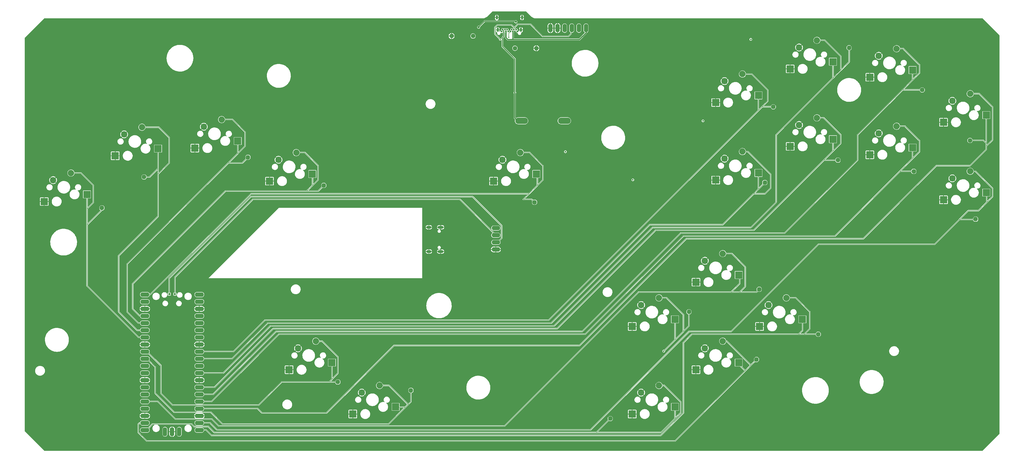
<source format=gbl>
%TF.GenerationSoftware,KiCad,Pcbnew,6.0.8-f2edbf62ab~116~ubuntu22.04.1*%
%TF.CreationDate,2022-10-10T20:20:36-06:00*%
%TF.ProjectId,OF1 v1,4f463120-7631-42e6-9b69-6361645f7063,rev?*%
%TF.SameCoordinates,Original*%
%TF.FileFunction,Copper,L2,Bot*%
%TF.FilePolarity,Positive*%
%FSLAX46Y46*%
G04 Gerber Fmt 4.6, Leading zero omitted, Abs format (unit mm)*
G04 Created by KiCad (PCBNEW 6.0.8-f2edbf62ab~116~ubuntu22.04.1) date 2022-10-10 20:20:36*
%MOMM*%
%LPD*%
G01*
G04 APERTURE LIST*
G04 Aperture macros list*
%AMOutline5P*
0 Free polygon, 5 corners , with rotation*
0 The origin of the aperture is its center*
0 number of corners: always 5*
0 $1 to $10 corner X, Y*
0 $11 Rotation angle, in degrees counterclockwise*
0 create outline with 5 corners*
4,1,5,$1,$2,$3,$4,$5,$6,$7,$8,$9,$10,$1,$2,$11*%
%AMOutline6P*
0 Free polygon, 6 corners , with rotation*
0 The origin of the aperture is its center*
0 number of corners: always 6*
0 $1 to $12 corner X, Y*
0 $13 Rotation angle, in degrees counterclockwise*
0 create outline with 6 corners*
4,1,6,$1,$2,$3,$4,$5,$6,$7,$8,$9,$10,$11,$12,$1,$2,$13*%
%AMOutline7P*
0 Free polygon, 7 corners , with rotation*
0 The origin of the aperture is its center*
0 number of corners: always 7*
0 $1 to $14 corner X, Y*
0 $15 Rotation angle, in degrees counterclockwise*
0 create outline with 7 corners*
4,1,7,$1,$2,$3,$4,$5,$6,$7,$8,$9,$10,$11,$12,$13,$14,$1,$2,$15*%
%AMOutline8P*
0 Free polygon, 8 corners , with rotation*
0 The origin of the aperture is its center*
0 number of corners: always 8*
0 $1 to $16 corner X, Y*
0 $17 Rotation angle, in degrees counterclockwise*
0 create outline with 8 corners*
4,1,8,$1,$2,$3,$4,$5,$6,$7,$8,$9,$10,$11,$12,$13,$14,$15,$16,$1,$2,$17*%
G04 Aperture macros list end*
%TA.AperFunction,ComponentPad*%
%ADD10C,1.600000*%
%TD*%
%TA.AperFunction,ComponentPad*%
%ADD11O,1.600000X1.600000*%
%TD*%
%TA.AperFunction,ComponentPad*%
%ADD12O,3.048000X1.524000*%
%TD*%
%TA.AperFunction,ComponentPad*%
%ADD13C,2.247900*%
%TD*%
%TA.AperFunction,SMDPad,CuDef*%
%ADD14R,2.550000X2.500000*%
%TD*%
%TA.AperFunction,ComponentPad*%
%ADD15Outline8P,-0.762000X0.381000X-0.381000X0.762000X0.381000X0.762000X0.762000X0.381000X0.762000X-0.381000X0.381000X-0.762000X-0.381000X-0.762000X-0.762000X-0.381000X0.000000*%
%TD*%
%TA.AperFunction,ComponentPad*%
%ADD16O,4.495800X2.247900*%
%TD*%
%TA.AperFunction,ComponentPad*%
%ADD17C,0.650000*%
%TD*%
%TA.AperFunction,ComponentPad*%
%ADD18O,0.750000X1.500000*%
%TD*%
%TA.AperFunction,ComponentPad*%
%ADD19O,3.200000X1.600000*%
%TD*%
%TA.AperFunction,ComponentPad*%
%ADD20O,1.600000X3.200000*%
%TD*%
%TA.AperFunction,ComponentPad*%
%ADD21R,0.800000X0.800000*%
%TD*%
%TA.AperFunction,ComponentPad*%
%ADD22O,2.100000X1.000000*%
%TD*%
%TA.AperFunction,ComponentPad*%
%ADD23O,1.800000X1.000000*%
%TD*%
%TA.AperFunction,ComponentPad*%
%ADD24O,1.524000X3.048000*%
%TD*%
%TA.AperFunction,ViaPad*%
%ADD25C,0.552400*%
%TD*%
%TA.AperFunction,ViaPad*%
%ADD26C,0.800000*%
%TD*%
%TA.AperFunction,ViaPad*%
%ADD27C,0.502400*%
%TD*%
%TA.AperFunction,ViaPad*%
%ADD28C,0.457200*%
%TD*%
%TA.AperFunction,Conductor*%
%ADD29C,0.300000*%
%TD*%
%TA.AperFunction,Conductor*%
%ADD30C,0.400000*%
%TD*%
%TA.AperFunction,Conductor*%
%ADD31C,0.406400*%
%TD*%
%TA.AperFunction,Conductor*%
%ADD32C,0.340000*%
%TD*%
%TA.AperFunction,Conductor*%
%ADD33C,0.200000*%
%TD*%
%TA.AperFunction,Conductor*%
%ADD34C,0.152400*%
%TD*%
G04 APERTURE END LIST*
D10*
%TO.P,R3,1*%
%TO.N,Net-(J2-PadB5)*%
X134620000Y-35560000D03*
D11*
%TO.P,R3,2*%
%TO.N,GND*%
X127000000Y-35560000D03*
%TD*%
D10*
%TO.P,R1,1*%
%TO.N,Net-(J2-PadA5)*%
X149534240Y-39919945D03*
D11*
%TO.P,R1,2*%
%TO.N,GND*%
X157154240Y-39919945D03*
%TD*%
D12*
%TO.P,J4,1,1*%
%TO.N,GND*%
X142745065Y-111563600D03*
%TO.P,J4,2,2*%
%TO.N,/D+*%
X142745065Y-109023600D03*
%TO.P,J4,3,3*%
%TO.N,/D-*%
X142745065Y-106483600D03*
%TO.P,J4,4,4*%
%TO.N,+5V*%
X142745065Y-103943600D03*
%TD*%
D13*
%TO.P,U$15,P$1,PIN2*%
%TO.N,GND*%
X279031100Y-70217600D03*
%TO.P,U$15,P$2,PIN1*%
%TO.N,/Z*%
X285381100Y-67677600D03*
D14*
%TO.P,U$15,P$3,PIN1*%
X291096100Y-75297600D03*
%TO.P,U$15,P$4,PIN2*%
%TO.N,GND*%
X275856100Y-77837600D03*
%TD*%
D15*
%TO.P,JP11,1,1*%
%TO.N,/X*%
X264501100Y-79753600D03*
%TD*%
D13*
%TO.P,U$11,P$1,PIN2*%
%TO.N,GND*%
X279031100Y-42607600D03*
%TO.P,U$11,P$2,PIN1*%
%TO.N,/LS*%
X285381100Y-40067600D03*
D14*
%TO.P,U$11,P$3,PIN1*%
X291096100Y-47687600D03*
%TO.P,U$11,P$4,PIN2*%
%TO.N,GND*%
X275856100Y-50227600D03*
%TD*%
D15*
%TO.P,JP10,1,1*%
%TO.N,/B*%
X238501100Y-87753600D03*
%TD*%
D13*
%TO.P,U$17,P$1,PIN2*%
%TO.N,GND*%
X217143100Y-115577600D03*
%TO.P,U$17,P$2,PIN1*%
%TO.N,/C_UP*%
X223493100Y-113037600D03*
D14*
%TO.P,U$17,P$3,PIN1*%
X229208100Y-120657600D03*
%TO.P,U$17,P$4,PIN2*%
%TO.N,GND*%
X213968100Y-123197600D03*
%TD*%
D15*
%TO.P,JP5,1,1*%
%TO.N,/RIGHT*%
X81501100Y-88753600D03*
%TD*%
D13*
%TO.P,U$6,P$1,PIN2*%
%TO.N,GND*%
X72323100Y-146762600D03*
%TO.P,U$6,P$2,PIN1*%
%TO.N,/M1*%
X78673100Y-144222600D03*
D14*
%TO.P,U$6,P$3,PIN1*%
X84388100Y-151842600D03*
%TO.P,U$6,P$4,PIN2*%
%TO.N,GND*%
X69148100Y-154382600D03*
%TD*%
D16*
%TO.P,D1,A,A*%
%TO.N,V+*%
X151881100Y-65753600D03*
%TO.P,D1,C,C*%
%TO.N,VCC*%
X167121100Y-65753600D03*
%TD*%
D13*
%TO.P,U$20,P$1,PIN2*%
%TO.N,GND*%
X217143100Y-146762600D03*
%TO.P,U$20,P$2,PIN1*%
%TO.N,/A*%
X223493100Y-144222600D03*
D14*
%TO.P,U$20,P$3,PIN1*%
X229208100Y-151842600D03*
%TO.P,U$20,P$4,PIN2*%
%TO.N,GND*%
X213968100Y-154382600D03*
%TD*%
D15*
%TO.P,JP18,1,1*%
%TO.N,/C_LT*%
X211501100Y-133753600D03*
%TD*%
D13*
%TO.P,U$10,P$1,PIN2*%
%TO.N,GND*%
X250676100Y-39632600D03*
%TO.P,U$10,P$2,PIN1*%
%TO.N,/Y*%
X257026100Y-37092600D03*
D14*
%TO.P,U$10,P$3,PIN1*%
X262741100Y-44712600D03*
%TO.P,U$10,P$4,PIN2*%
%TO.N,GND*%
X247501100Y-47252600D03*
%TD*%
D15*
%TO.P,JP6,1,1*%
%TO.N,/M1*%
X86501100Y-158753600D03*
%TD*%
%TO.P,JP14,1,1*%
%TO.N,/MS*%
X311501100Y-72753600D03*
%TD*%
%TO.P,JP4,1,1*%
%TO.N,/DOWN*%
X54501100Y-78753600D03*
%TD*%
D13*
%TO.P,U$13,P$1,PIN2*%
%TO.N,GND*%
X224158100Y-79237600D03*
%TO.P,U$13,P$2,PIN1*%
%TO.N,/B*%
X230508100Y-76697600D03*
D14*
%TO.P,U$13,P$3,PIN1*%
X236223100Y-84317600D03*
%TO.P,U$13,P$4,PIN2*%
%TO.N,GND*%
X220983100Y-86857600D03*
%TD*%
D15*
%TO.P,JP9,1,1*%
%TO.N,/R*%
X241501100Y-60753600D03*
%TD*%
D17*
%TO.P,J2,B1,GNDB*%
%TO.N,GND*%
X144768981Y-33943600D03*
%TO.P,J2,B2,TX2+*%
%TO.N,V+*%
X145168981Y-33243600D03*
%TO.P,J2,B3,TX2-*%
%TO.N,unconnected-(J2-PadB3)*%
X145968981Y-33243600D03*
%TO.P,J2,B4,B_VBUS*%
%TO.N,+5V*%
X146368981Y-33943600D03*
%TO.P,J2,B5,CC2*%
%TO.N,Net-(J2-PadB5)*%
X146768981Y-33243600D03*
%TO.P,J2,B6,DB+*%
%TO.N,/D+*%
X147168981Y-33943600D03*
%TO.P,J2,B7,DB-*%
%TO.N,/D-*%
X147968981Y-33943600D03*
%TO.P,J2,B8,SBU2*%
%TO.N,unconnected-(J2-PadB8)*%
X148368981Y-33243600D03*
%TO.P,J2,B9,B_VBUS*%
%TO.N,+5V*%
X148768981Y-33943600D03*
%TO.P,J2,B10,RX1-*%
%TO.N,unconnected-(J2-PadB10)*%
X149168981Y-33243600D03*
%TO.P,J2,B11,RX1+*%
%TO.N,/DATA*%
X149968981Y-33243600D03*
%TO.P,J2,B12,GNDB*%
%TO.N,GND*%
X150368981Y-33943600D03*
D18*
%TO.P,J2,SHIELD1,SHIELD*%
X151698981Y-33343600D03*
%TO.P,J2,SHIELD2,SHIELD*%
X143438981Y-33343600D03*
%TO.P,J2,SHIELD3,SHIELD*%
X152058981Y-28953600D03*
%TO.P,J2,SHIELD4,SHIELD*%
X143078981Y-28953600D03*
%TD*%
D13*
%TO.P,U$1,P$1,PIN2*%
%TO.N,GND*%
X-14843900Y-86877600D03*
%TO.P,U$1,P$2,PIN1*%
%TO.N,/L*%
X-8493900Y-84337600D03*
D14*
%TO.P,U$1,P$3,PIN1*%
X-2778900Y-91957600D03*
%TO.P,U$1,P$4,PIN2*%
%TO.N,GND*%
X-18018900Y-94497600D03*
%TD*%
D13*
%TO.P,U$21,P$1,PIN2*%
%TO.N,GND*%
X194456100Y-162532600D03*
%TO.P,U$21,P$2,PIN1*%
%TO.N,/C_DN*%
X200806100Y-159992600D03*
D14*
%TO.P,U$21,P$3,PIN1*%
X206521100Y-167612600D03*
%TO.P,U$21,P$4,PIN2*%
%TO.N,GND*%
X191281100Y-170152600D03*
%TD*%
D15*
%TO.P,JP16,1,1*%
%TO.N,/Z*%
X291501100Y-83753600D03*
%TD*%
D13*
%TO.P,U$2,P$1,PIN2*%
%TO.N,GND*%
X10436100Y-70574600D03*
%TO.P,U$2,P$2,PIN1*%
%TO.N,/LEFT*%
X16786100Y-68034600D03*
D14*
%TO.P,U$2,P$3,PIN1*%
X22501100Y-75654600D03*
%TO.P,U$2,P$4,PIN2*%
%TO.N,GND*%
X7261100Y-78194600D03*
%TD*%
D13*
%TO.P,U$4,P$1,PIN2*%
%TO.N,GND*%
X38792100Y-67848600D03*
%TO.P,U$4,P$2,PIN1*%
%TO.N,/DOWN*%
X45142100Y-65308600D03*
D14*
%TO.P,U$4,P$3,PIN1*%
X50857100Y-72928600D03*
%TO.P,U$4,P$4,PIN2*%
%TO.N,GND*%
X35617100Y-75468600D03*
%TD*%
D15*
%TO.P,JP20,1,1*%
%TO.N,/A*%
X235501100Y-150753600D03*
%TD*%
D13*
%TO.P,U$7,P$1,PIN2*%
%TO.N,GND*%
X95011100Y-162531600D03*
%TO.P,U$7,P$2,PIN1*%
%TO.N,/M2*%
X101361100Y-159991600D03*
D14*
%TO.P,U$7,P$3,PIN1*%
X107076100Y-167611600D03*
%TO.P,U$7,P$4,PIN2*%
%TO.N,GND*%
X91836100Y-170151600D03*
%TD*%
D15*
%TO.P,JP13,1,1*%
%TO.N,/LS*%
X294501100Y-54753600D03*
%TD*%
D13*
%TO.P,U$19,P$1,PIN2*%
%TO.N,GND*%
X239800100Y-131347600D03*
%TO.P,U$19,P$2,PIN1*%
%TO.N,/C_RT*%
X246150100Y-128807600D03*
D14*
%TO.P,U$19,P$3,PIN1*%
X251865100Y-136427600D03*
%TO.P,U$19,P$4,PIN2*%
%TO.N,GND*%
X236625100Y-138967600D03*
%TD*%
D15*
%TO.P,JP17,1,1*%
%TO.N,/C_UP*%
X236501100Y-125753600D03*
%TD*%
%TO.P,JP12,1,1*%
%TO.N,/Y*%
X268501100Y-39753600D03*
%TD*%
D19*
%TO.P,J1,3V3,3V3*%
%TO.N,unconnected-(J1-Pad3V3)*%
X37191100Y-137783600D03*
%TO.P,J1,3V3_EN,3V3_EN*%
%TO.N,unconnected-(J1-Pad3V3_EN)*%
X37191100Y-135243600D03*
%TO.P,J1,ADC_VREF,ADC_VREF*%
%TO.N,unconnected-(J1-PadADC_VREF)*%
X37191100Y-140323600D03*
%TO.P,J1,AGND,AGND*%
%TO.N,GND*%
X37191100Y-145403600D03*
%TO.P,J1,GND@1,GND*%
X17811100Y-132703600D03*
%TO.P,J1,GND@2,GND*%
X17811100Y-145403600D03*
%TO.P,J1,GND@3,GND*%
X17811100Y-158103600D03*
%TO.P,J1,GND@4,GND*%
X17811100Y-170803600D03*
D20*
%TO.P,J1,GND@5,GND*%
X27501100Y-176453600D03*
D19*
%TO.P,J1,GND@6,GND*%
X37191100Y-170803600D03*
%TO.P,J1,GND@7,GND*%
X37191100Y-158103600D03*
%TO.P,J1,GND@8,GND*%
X37191100Y-132703600D03*
%TO.P,J1,GP0,GP0*%
%TO.N,/START*%
X17811100Y-127623600D03*
%TO.P,J1,GP1,GP1*%
%TO.N,unconnected-(J1-PadGP1)*%
X17811100Y-130163600D03*
%TO.P,J1,GP2,GP2*%
%TO.N,/RIGHT*%
X17811100Y-135243600D03*
%TO.P,J1,GP3,GP3*%
%TO.N,/DOWN*%
X17811100Y-137783600D03*
%TO.P,J1,GP4,GP4*%
%TO.N,/LEFT*%
X17811100Y-140323600D03*
%TO.P,J1,GP5,GP5*%
%TO.N,/L*%
X17811100Y-142863600D03*
%TO.P,J1,GP6,GP6*%
%TO.N,/M1*%
X17811100Y-147943600D03*
%TO.P,J1,GP7,GP7*%
%TO.N,/M2*%
X17811100Y-150483600D03*
%TO.P,J1,GP8,GP8*%
%TO.N,unconnected-(J1-PadGP8)*%
X17811100Y-153023600D03*
%TO.P,J1,GP9,GP9*%
%TO.N,unconnected-(J1-PadGP9)*%
X17811100Y-155563600D03*
%TO.P,J1,GP10,GP10*%
%TO.N,unconnected-(J1-PadGP10)*%
X17811100Y-160643600D03*
%TO.P,J1,GP11,GP11*%
%TO.N,unconnected-(J1-PadGP11)*%
X17811100Y-163183600D03*
%TO.P,J1,GP12,GP12*%
%TO.N,/C_UP*%
X17811100Y-165723600D03*
%TO.P,J1,GP13,GP13*%
%TO.N,/C_LT*%
X17811100Y-168263600D03*
%TO.P,J1,GP14,GP14*%
%TO.N,/A*%
X17811100Y-173343600D03*
%TO.P,J1,GP15,GP15*%
%TO.N,/C_DN*%
X17811100Y-175883600D03*
%TO.P,J1,GP16,GP16*%
%TO.N,/C_RT*%
X37191100Y-175883600D03*
%TO.P,J1,GP17,GP17*%
%TO.N,/UP*%
X37191100Y-173343600D03*
%TO.P,J1,GP18,GP18*%
%TO.N,/MS*%
X37191100Y-168263600D03*
%TO.P,J1,GP19,GP19*%
%TO.N,/Z*%
X37191100Y-165723600D03*
%TO.P,J1,GP20,GP20*%
%TO.N,/LS*%
X37191100Y-163183600D03*
%TO.P,J1,GP21,GP21*%
%TO.N,/X*%
X37191100Y-160643600D03*
%TO.P,J1,GP22,GP22*%
%TO.N,/Y*%
X37191100Y-155563600D03*
%TO.P,J1,GP26_A0,GP26_A0*%
%TO.N,/B*%
X37191100Y-150483600D03*
%TO.P,J1,GP27_A1,GP27_A1*%
%TO.N,/R*%
X37191100Y-147943600D03*
%TO.P,J1,GP28_A2,GP28_A2*%
%TO.N,/DATA*%
X37191100Y-142863600D03*
%TO.P,J1,RUN,RUN*%
%TO.N,unconnected-(J1-PadRUN)*%
X37191100Y-153023600D03*
D20*
%TO.P,J1,SWCLK,SWCLK*%
%TO.N,unconnected-(J1-PadSWCLK)*%
X24961100Y-176453600D03*
%TO.P,J1,SWDIO,SWDIO*%
%TO.N,unconnected-(J1-PadSWDIO)*%
X30041100Y-176453600D03*
D21*
%TO.P,J1,TP2,D+*%
%TO.N,/D-*%
X28501100Y-127453600D03*
%TO.P,J1,TP3,D-*%
%TO.N,/D+*%
X26501100Y-127453600D03*
D19*
%TO.P,J1,VBUS,VBUS*%
%TO.N,+5V*%
X37191100Y-127623600D03*
%TO.P,J1,VSYS,VSYS*%
%TO.N,VCC*%
X37191100Y-130163600D03*
%TD*%
D15*
%TO.P,JP15,1,1*%
%TO.N,/UP*%
X313501100Y-100753600D03*
%TD*%
D13*
%TO.P,U$5,P$1,PIN2*%
%TO.N,GND*%
X65364100Y-79611600D03*
%TO.P,U$5,P$2,PIN1*%
%TO.N,/RIGHT*%
X71714100Y-77071600D03*
D14*
%TO.P,U$5,P$3,PIN1*%
X77429100Y-84691600D03*
%TO.P,U$5,P$4,PIN2*%
%TO.N,GND*%
X62189100Y-87231600D03*
%TD*%
D13*
%TO.P,U$18,P$1,PIN2*%
%TO.N,GND*%
X194456100Y-131347600D03*
%TO.P,U$18,P$2,PIN1*%
%TO.N,/C_LT*%
X200806100Y-128807600D03*
D14*
%TO.P,U$18,P$3,PIN1*%
X206521100Y-136427600D03*
%TO.P,U$18,P$4,PIN2*%
%TO.N,GND*%
X191281100Y-138967600D03*
%TD*%
D13*
%TO.P,U$16,P$1,PIN2*%
%TO.N,GND*%
X305254100Y-86253600D03*
%TO.P,U$16,P$2,PIN1*%
%TO.N,/UP*%
X311604100Y-83713600D03*
D14*
%TO.P,U$16,P$3,PIN1*%
X317319100Y-91333600D03*
%TO.P,U$16,P$4,PIN2*%
%TO.N,GND*%
X302079100Y-93873600D03*
%TD*%
D15*
%TO.P,JP7,1,1*%
%TO.N,/M2*%
X112501100Y-161753600D03*
%TD*%
D22*
%TO.P,J5,SHIELD1,SHIELD*%
%TO.N,GND*%
X123079393Y-103651075D03*
D23*
%TO.P,J5,SHIELD2,SHIELD*%
X118899393Y-103651075D03*
D22*
%TO.P,J5,SHIELD3,SHIELD*%
X123079393Y-112291075D03*
D23*
%TO.P,J5,SHIELD4,SHIELD*%
X118899393Y-112291075D03*
%TD*%
D15*
%TO.P,JP2,1,1*%
%TO.N,/L*%
X2501100Y-96753600D03*
%TD*%
%TO.P,JP8,1,1*%
%TO.N,/START*%
X156501100Y-94753600D03*
%TD*%
D13*
%TO.P,U$12,P$1,PIN2*%
%TO.N,GND*%
X305254100Y-58643600D03*
%TO.P,U$12,P$2,PIN1*%
%TO.N,/MS*%
X311604100Y-56103600D03*
D14*
%TO.P,U$12,P$3,PIN1*%
X317319100Y-63723600D03*
%TO.P,U$12,P$4,PIN2*%
%TO.N,GND*%
X302079100Y-66263600D03*
%TD*%
D13*
%TO.P,U$9,P$1,PIN2*%
%TO.N,GND*%
X224158100Y-51628600D03*
%TO.P,U$9,P$2,PIN1*%
%TO.N,/R*%
X230508100Y-49088600D03*
D14*
%TO.P,U$9,P$3,PIN1*%
X236223100Y-56708600D03*
%TO.P,U$9,P$4,PIN2*%
%TO.N,GND*%
X220983100Y-59248600D03*
%TD*%
D15*
%TO.P,JP21,1,1*%
%TO.N,/C_DN*%
X183501100Y-171753600D03*
%TD*%
D13*
%TO.P,U$14,P$1,PIN2*%
%TO.N,GND*%
X250676100Y-67242600D03*
%TO.P,U$14,P$2,PIN1*%
%TO.N,/X*%
X257026100Y-64702600D03*
D14*
%TO.P,U$14,P$3,PIN1*%
X262741100Y-72322600D03*
%TO.P,U$14,P$4,PIN2*%
%TO.N,GND*%
X247501100Y-74862600D03*
%TD*%
D15*
%TO.P,JP19,1,1*%
%TO.N,/C_RT*%
X257501100Y-141753600D03*
%TD*%
D24*
%TO.P,J3,1,1*%
%TO.N,GND*%
X162151100Y-32753600D03*
%TO.P,J3,2,2*%
X164691100Y-32753600D03*
%TO.P,J3,3,3*%
%TO.N,VCC*%
X167231100Y-32753600D03*
%TO.P,J3,4,4*%
%TO.N,/DATA*%
X169771100Y-32753600D03*
%TO.P,J3,5,5*%
%TO.N,V+*%
X172311100Y-32753600D03*
%TO.P,J3,6,6*%
%TO.N,+5V*%
X174851100Y-32753600D03*
%TD*%
D15*
%TO.P,JP3,1,1*%
%TO.N,/LEFT*%
X17501100Y-85753600D03*
%TD*%
D13*
%TO.P,U$8,P$1,PIN2*%
%TO.N,GND*%
X145096100Y-79611600D03*
%TO.P,U$8,P$2,PIN1*%
%TO.N,/START*%
X151446100Y-77071600D03*
D14*
%TO.P,U$8,P$3,PIN1*%
X157161100Y-84691600D03*
%TO.P,U$8,P$4,PIN2*%
%TO.N,GND*%
X141921100Y-87231600D03*
%TD*%
D25*
%TO.N,*%
X167501100Y-76753600D03*
X216501100Y-65753600D03*
D26*
%TO.N,Net-(J2-PadB5)*%
X136604504Y-32417523D03*
D25*
%TO.N,*%
X233501100Y-36753600D03*
D26*
%TO.N,Net-(J2-PadB5)*%
X149860000Y-30480000D03*
D25*
%TO.N,GND*%
X273501100Y-102753600D03*
X149501100Y-151753600D03*
D27*
X248501100Y-149753600D03*
D25*
X20501100Y-110753600D03*
X146271971Y-38412382D03*
X311501100Y-42753600D03*
D27*
X266501100Y-121753600D03*
D25*
X-22498900Y-128753600D03*
X134501100Y-103753600D03*
X29501100Y-60753600D03*
X41501100Y-145753600D03*
X303501100Y-49753600D03*
X317501100Y-97753600D03*
X235501100Y-72753600D03*
X184501100Y-56753600D03*
X263501100Y-62753600D03*
D27*
X150705187Y-32589207D03*
D25*
X237501100Y-93753600D03*
X200501100Y-72753600D03*
X241501100Y-112753600D03*
X152501100Y-42753600D03*
X312501100Y-35753600D03*
X158501100Y-39753600D03*
X248501100Y-80753600D03*
X501100Y-75753600D03*
D27*
X135501100Y-111753600D03*
D25*
X96501100Y-125753600D03*
X9501100Y-50753600D03*
X13501100Y-170753600D03*
X-19498900Y-115753600D03*
X189501100Y-174753600D03*
X277501100Y-55753600D03*
X49501100Y-137753600D03*
D27*
X303501100Y-137753600D03*
D25*
X-2498900Y-166753600D03*
X40501100Y-170753600D03*
X41501100Y-157753600D03*
X95501100Y-75753600D03*
X100501100Y-41753600D03*
X-11498900Y-175753600D03*
X53501100Y-38753600D03*
X-17498900Y-75753600D03*
X7501100Y-38753600D03*
X47501100Y-107753600D03*
X300501100Y-38753600D03*
X273501100Y-86753600D03*
X38501100Y-123753600D03*
X14501100Y-131753600D03*
X-18498900Y-99753600D03*
X8501100Y-59753600D03*
X216501100Y-93753600D03*
D27*
X265501100Y-172753600D03*
X280501100Y-133753600D03*
D25*
X162501100Y-49753600D03*
X-15498900Y-164753600D03*
X280501100Y-34753600D03*
D27*
X238501100Y-164753600D03*
D25*
X-9498900Y-61753600D03*
X149501100Y-37753600D03*
X171128412Y-35252982D03*
X199501100Y-146753600D03*
X146501100Y-111753600D03*
X235501100Y-121753600D03*
X159501100Y-33753600D03*
X34501100Y-96753600D03*
X121501100Y-167753600D03*
D27*
X287501100Y-120753600D03*
D25*
X85501100Y-170753600D03*
X291501100Y-62753600D03*
X202501100Y-53753600D03*
X-12498900Y-122753600D03*
D27*
X290501100Y-170753600D03*
D25*
X257501100Y-87753600D03*
X49501100Y-126753600D03*
X81501100Y-41753600D03*
X232501100Y-139753600D03*
X187501100Y-41753600D03*
D27*
X269501100Y-144753600D03*
D25*
X203501100Y-156753600D03*
D27*
X126501100Y-100753600D03*
D25*
X108501100Y-68753600D03*
D27*
X158501100Y-30753600D03*
X309501100Y-114753600D03*
D25*
X12501100Y-144753600D03*
X166501100Y-167753600D03*
X246501100Y-52753600D03*
X301501100Y-71753600D03*
X-17498900Y-50753600D03*
X151501100Y-51753600D03*
X112501100Y-151753600D03*
D27*
X223501100Y-175753600D03*
D25*
X245501100Y-99753600D03*
D27*
X119501100Y-115753600D03*
D25*
X215501100Y-161753600D03*
X182501100Y-152753600D03*
X4501100Y-173753600D03*
X-2498900Y-157753600D03*
X91501100Y-85753600D03*
D27*
X306501100Y-159753600D03*
D25*
X159501100Y-107753600D03*
X44501100Y-97753600D03*
X231501100Y-99753600D03*
X79501100Y-67753600D03*
X153501100Y-33753600D03*
X125501100Y-90753600D03*
X8501100Y-85753600D03*
D27*
X120501100Y-100753600D03*
D25*
X125501100Y-77753600D03*
X139501100Y-33753600D03*
X294501100Y-100753600D03*
X107501100Y-125753600D03*
X19501100Y-121753600D03*
X142501100Y-36753600D03*
X167501100Y-92753600D03*
X95501100Y-59753600D03*
X46501100Y-55753600D03*
X77501100Y-132753600D03*
X52501100Y-85753600D03*
X139501100Y-56753600D03*
X62501100Y-157753600D03*
D27*
X126501100Y-114753600D03*
D25*
X34501100Y-80753600D03*
X167501100Y-118753600D03*
X146501100Y-75753600D03*
X126501100Y-40753600D03*
X208501100Y-40753600D03*
X231501100Y-146753600D03*
X206501100Y-124753600D03*
X-4498900Y-134753600D03*
X-9498900Y-42753600D03*
X256501100Y-134753600D03*
X148501100Y-129753600D03*
X181501100Y-103753600D03*
X136501100Y-70753600D03*
X32501100Y-109753600D03*
X149501100Y-99753600D03*
X109501100Y-86753600D03*
X40501100Y-132753600D03*
X92501100Y-149753600D03*
X286501100Y-89753600D03*
D27*
%TO.N,V+*%
X149501100Y-55753600D03*
D25*
%TO.N,/M2*%
X191501100Y-86753600D03*
D28*
%TO.N,/DATA*%
X144320628Y-36764479D03*
%TO.N,/D-*%
X147326196Y-36001204D03*
D25*
%TO.N,/C_LT*%
X202501100Y-147753600D03*
%TD*%
D29*
%TO.N,Net-(J2-PadB5)*%
X149860000Y-30480000D02*
X149670973Y-30290973D01*
X138731054Y-30290973D02*
X136604504Y-32417523D01*
X149670973Y-30290973D02*
X138731054Y-30290973D01*
D30*
%TO.N,+5V*%
X172451353Y-36803347D02*
X174851100Y-34403600D01*
X148768981Y-33943600D02*
X148768981Y-36535466D01*
X146368981Y-33943600D02*
X146368981Y-36137197D01*
X148768981Y-36535466D02*
X148501100Y-36803347D01*
X148501100Y-36803347D02*
X172451353Y-36803347D01*
X147035131Y-36803347D02*
X148501100Y-36803347D01*
X146368981Y-36137197D02*
X147035131Y-36803347D01*
X174851100Y-34403600D02*
X174851100Y-32753600D01*
D31*
%TO.N,V+*%
X149501100Y-64753600D02*
X150501100Y-65753600D01*
D32*
X145127793Y-36126907D02*
X145501100Y-35753600D01*
X145127793Y-39331838D02*
X145127793Y-36126907D01*
X145501100Y-33658194D02*
X145168981Y-33326075D01*
X145168981Y-33243600D02*
X145164881Y-33247700D01*
X145127793Y-39331838D02*
X149501100Y-43705144D01*
X149501100Y-43705144D02*
X149501100Y-55753600D01*
D31*
X150501100Y-65753600D02*
X151881100Y-65753600D01*
D32*
X145168981Y-33326075D02*
X145168981Y-33243600D01*
X145501100Y-35753600D02*
X145501100Y-33658194D01*
D31*
X149501100Y-55753600D02*
X149501100Y-64753600D01*
D33*
%TO.N,/Z*%
X288425100Y-67677600D02*
X285381100Y-67677600D01*
X293501100Y-72753600D02*
X288425100Y-67677600D01*
X36391100Y-165723600D02*
X41531100Y-165723600D01*
X209501100Y-106753600D02*
X263501100Y-106753600D01*
X293501100Y-72753600D02*
X293501100Y-76753600D01*
X41531100Y-165723600D02*
X65501100Y-141753600D01*
X263501100Y-106753600D02*
X286501100Y-83753600D01*
X293501100Y-76753600D02*
X291096100Y-79158600D01*
X286501100Y-83753600D02*
X291096100Y-79158600D01*
X65501100Y-141753600D02*
X174501100Y-141753600D01*
X174501100Y-141753600D02*
X209501100Y-106753600D01*
X291501100Y-83753600D02*
X286501100Y-83753600D01*
X291096100Y-75297600D02*
X291096100Y-79158600D01*
%TO.N,/Y*%
X45691100Y-155563600D02*
X36391100Y-155563600D01*
X163501100Y-138753600D02*
X62501100Y-138753600D01*
X265501100Y-47753600D02*
X265501100Y-42753600D01*
X262741100Y-50513600D02*
X262741100Y-44712600D01*
X265501100Y-42753600D02*
X259840100Y-37092600D01*
X268501100Y-44753600D02*
X265501100Y-47753600D01*
X259840100Y-37092600D02*
X257026100Y-37092600D01*
X268501100Y-39753600D02*
X268501100Y-44753600D01*
X233501100Y-103753600D02*
X198501100Y-103753600D01*
X265501100Y-47753600D02*
X262741100Y-50513600D01*
X198501100Y-103753600D02*
X163501100Y-138753600D01*
X262741100Y-50513600D02*
X242501100Y-70753600D01*
X242501100Y-94753600D02*
X233501100Y-103753600D01*
X242501100Y-70753600D02*
X242501100Y-94753600D01*
X62501100Y-138753600D02*
X45691100Y-155563600D01*
%TO.N,/X*%
X262741100Y-72322600D02*
X262741100Y-76513600D01*
X199501100Y-104753600D02*
X234501100Y-104753600D01*
X264501100Y-79753600D02*
X259501100Y-79753600D01*
X262741100Y-76513600D02*
X265501100Y-73753600D01*
X234501100Y-104753600D02*
X259501100Y-79753600D01*
X265501100Y-73753600D02*
X265501100Y-70753600D01*
X63501100Y-139753600D02*
X164501100Y-139753600D01*
X265501100Y-70753600D02*
X259450100Y-64702600D01*
X259450100Y-64702600D02*
X257026100Y-64702600D01*
X164501100Y-139753600D02*
X199501100Y-104753600D01*
X36391100Y-160643600D02*
X42611100Y-160643600D01*
X42611100Y-160643600D02*
X63501100Y-139753600D01*
X259501100Y-79753600D02*
X262741100Y-76513600D01*
%TO.N,/UP*%
X317501100Y-91515600D02*
X317501100Y-94753600D01*
X307700100Y-100952600D02*
X310899100Y-97753600D01*
X317501100Y-94753600D02*
X319501100Y-92753600D01*
X43501100Y-175753600D02*
X176501100Y-175753600D01*
X313461100Y-83713600D02*
X311604100Y-83713600D01*
X319501100Y-92753600D02*
X319501100Y-89753600D01*
X257501100Y-109753600D02*
X226501100Y-140753600D01*
X314501100Y-97753600D02*
X317501100Y-94753600D01*
X313302100Y-100952600D02*
X307700100Y-100952600D01*
X211501100Y-140753600D02*
X176501100Y-175753600D01*
X36391100Y-173343600D02*
X41091100Y-173343600D01*
X313501100Y-100753600D02*
X313302100Y-100952600D01*
X41091100Y-173343600D02*
X43501100Y-175753600D01*
X310899100Y-97753600D02*
X314501100Y-97753600D01*
X307700100Y-100952600D02*
X298899100Y-109753600D01*
X319501100Y-89753600D02*
X313461100Y-83713600D01*
X226501100Y-140753600D02*
X211501100Y-140753600D01*
X298899100Y-109753600D02*
X257501100Y-109753600D01*
X36392266Y-173344765D02*
X36391100Y-173343600D01*
X317501100Y-91515600D02*
X317319100Y-91333600D01*
%TO.N,/START*%
X152501100Y-93753600D02*
X154501100Y-91753600D01*
X55501100Y-91753600D02*
X19631100Y-127623600D01*
X157501100Y-85031600D02*
X157161100Y-84691600D01*
X159501100Y-81753600D02*
X154819100Y-77071600D01*
X154819100Y-77071600D02*
X151446100Y-77071600D01*
X159501100Y-86753600D02*
X159501100Y-81753600D01*
X154501100Y-91753600D02*
X55501100Y-91753600D01*
X156501100Y-94753600D02*
X155501100Y-93753600D01*
X157501100Y-88753600D02*
X159501100Y-86753600D01*
X155501100Y-93753600D02*
X152501100Y-93753600D01*
X18611100Y-127623600D02*
X19631100Y-127623600D01*
X157501100Y-88753600D02*
X157501100Y-85031600D01*
X154501100Y-91753600D02*
X157501100Y-88753600D01*
%TO.N,/RIGHT*%
X81501100Y-88753600D02*
X79501100Y-90753600D01*
X77501100Y-88753600D02*
X79501100Y-86753600D01*
X79501100Y-81753600D02*
X74819100Y-77071600D01*
X15974813Y-135243600D02*
X18611100Y-135243600D01*
X77501100Y-84763600D02*
X77501100Y-88753600D01*
X75501100Y-90753600D02*
X46501100Y-90753600D01*
X13501100Y-132769888D02*
X15974813Y-135243600D01*
X79501100Y-86753600D02*
X79501100Y-81753600D01*
X13501100Y-123753600D02*
X13501100Y-132769888D01*
X75501100Y-90753600D02*
X77501100Y-88753600D01*
X74819100Y-77071600D02*
X71714100Y-77071600D01*
X77501100Y-84763600D02*
X77429100Y-84691600D01*
X46501100Y-90753600D02*
X13501100Y-123753600D01*
X79501100Y-90753600D02*
X75501100Y-90753600D01*
%TO.N,/R*%
X236223100Y-56708600D02*
X236223100Y-62031600D01*
X237501100Y-60753600D02*
X239501100Y-58753600D01*
X239501100Y-54753600D02*
X233836100Y-49088600D01*
X239501100Y-58753600D02*
X239501100Y-54753600D01*
X60501100Y-136753600D02*
X49311100Y-147943600D01*
X49311100Y-147943600D02*
X36391100Y-147943600D01*
X236223100Y-62031600D02*
X161501100Y-136753600D01*
X237501100Y-60753600D02*
X236223100Y-62031600D01*
X241501100Y-60753600D02*
X237501100Y-60753600D01*
X161501100Y-136753600D02*
X60501100Y-136753600D01*
X233836100Y-49088600D02*
X230508100Y-49088600D01*
%TO.N,/MS*%
X317319100Y-74753600D02*
X317319100Y-75935600D01*
X317319100Y-63723600D02*
X317319100Y-73753600D01*
X58011100Y-168263600D02*
X59501100Y-169753600D01*
X273501100Y-107753600D02*
X210501100Y-107753600D01*
X36391100Y-168263600D02*
X58011100Y-168263600D01*
X311501100Y-72753600D02*
X316319100Y-72753600D01*
X311501100Y-81753600D02*
X299501100Y-81753600D01*
X317319100Y-74753600D02*
X319501100Y-72571600D01*
X316319100Y-72753600D02*
X317319100Y-73753600D01*
X172501100Y-145753600D02*
X210501100Y-107753600D01*
X106501100Y-145753600D02*
X172501100Y-145753600D01*
X319501100Y-60753600D02*
X314851100Y-56103600D01*
X317319100Y-73753600D02*
X317319100Y-74753600D01*
X299501100Y-81753600D02*
X273501100Y-107753600D01*
X59501100Y-169753600D02*
X82501100Y-169753600D01*
X314851100Y-56103600D02*
X311604100Y-56103600D01*
X319501100Y-72571600D02*
X319501100Y-60753600D01*
X82501100Y-169753600D02*
X106501100Y-145753600D01*
X317319100Y-75935600D02*
X311501100Y-81753600D01*
%TO.N,/M2*%
X111501100Y-166753600D02*
X110501100Y-167753600D01*
X28231591Y-169484090D02*
X41231591Y-169484090D01*
X21501100Y-162753600D02*
X28231591Y-169484090D01*
X111501100Y-166753600D02*
X104739100Y-159991600D01*
X107218100Y-167753600D02*
X110501100Y-167753600D01*
X107218100Y-167753600D02*
X107076100Y-167611600D01*
X112501100Y-165753600D02*
X111501100Y-166753600D01*
X104739100Y-159991600D02*
X101361100Y-159991600D01*
X45501100Y-173753600D02*
X104501100Y-173753600D01*
X18611100Y-150483600D02*
X21501100Y-153373600D01*
X21501100Y-153373600D02*
X21501100Y-162753600D01*
X112501100Y-161753600D02*
X112501100Y-165753600D01*
X41231591Y-169484090D02*
X45501100Y-173753600D01*
X110501100Y-167753600D02*
X104501100Y-173753600D01*
%TO.N,/M1*%
X86501100Y-155640600D02*
X86501100Y-149753600D01*
X66501100Y-158753600D02*
X58273166Y-166981534D01*
X23501100Y-162753600D02*
X23501100Y-152833600D01*
X84388100Y-151842600D02*
X84388100Y-157753600D01*
X80970100Y-144222600D02*
X78673100Y-144222600D01*
X84388100Y-157866600D02*
X83501100Y-158753600D01*
X27729035Y-166981534D02*
X23501100Y-162753600D01*
X83501100Y-158753600D02*
X66501100Y-158753600D01*
X23501100Y-152833600D02*
X18611100Y-147943600D01*
X58273166Y-166981534D02*
X27729035Y-166981534D01*
X84388100Y-157753600D02*
X84388100Y-157866600D01*
X86501100Y-149753600D02*
X80970100Y-144222600D01*
X84388100Y-157753600D02*
X86501100Y-155640600D01*
X86501100Y-158753600D02*
X83501100Y-158753600D01*
%TO.N,/LS*%
X42071100Y-163183600D02*
X64501100Y-140753600D01*
X245501100Y-105753600D02*
X271501100Y-79753600D01*
X291096100Y-51158600D02*
X291096100Y-47687600D01*
X293501100Y-45753600D02*
X287815100Y-40067600D01*
X291096100Y-51158600D02*
X293501100Y-48753600D01*
X173501100Y-140753600D02*
X208501100Y-105753600D01*
X293501100Y-48753600D02*
X293501100Y-45753600D01*
X287815100Y-40067600D02*
X285381100Y-40067600D01*
X271501100Y-79753600D02*
X271501100Y-70753600D01*
X294501100Y-54753600D02*
X287501100Y-54753600D01*
X64501100Y-140753600D02*
X173501100Y-140753600D01*
X208501100Y-105753600D02*
X245501100Y-105753600D01*
X36391100Y-163183600D02*
X42071100Y-163183600D01*
X271501100Y-70753600D02*
X287501100Y-54753600D01*
X287501100Y-54753600D02*
X291096100Y-51158600D01*
%TO.N,/LEFT*%
X8501100Y-113753600D02*
X8501100Y-133753600D01*
X19501100Y-85753600D02*
X17501100Y-85753600D01*
X22782100Y-68034600D02*
X26501100Y-71753600D01*
X15079054Y-140331553D02*
X18603147Y-140331553D01*
X26501100Y-80753600D02*
X22501100Y-84753600D01*
X8501100Y-113753600D02*
X22501100Y-99753600D01*
X26501100Y-71753600D02*
X26501100Y-80753600D01*
X22501100Y-99753600D02*
X22501100Y-84753600D01*
X8501100Y-133753600D02*
X15079054Y-140331553D01*
X22501100Y-82753600D02*
X22501100Y-75654600D01*
X22501100Y-82753600D02*
X19501100Y-85753600D01*
X18603147Y-140331553D02*
X18611100Y-140323600D01*
X22501100Y-84753600D02*
X22501100Y-82753600D01*
X16786100Y-68034600D02*
X22782100Y-68034600D01*
%TO.N,/L*%
X-2778900Y-91957600D02*
X-2778900Y-97033600D01*
X-498900Y-88753600D02*
X-4914900Y-84337600D01*
X-2778900Y-100753600D02*
X-2778900Y-102753600D01*
X-2778900Y-124473600D02*
X15611100Y-142863600D01*
X2501100Y-97473600D02*
X-2778900Y-102753600D01*
X15611100Y-142863600D02*
X18611100Y-142863600D01*
X-2778900Y-102753600D02*
X-2778900Y-124473600D01*
X-2778900Y-97033600D02*
X-498900Y-94753600D01*
X-498900Y-94753600D02*
X-498900Y-88753600D01*
X2501100Y-96753600D02*
X2501100Y-97473600D01*
X-2778900Y-100753600D02*
X-2778900Y-97033600D01*
X-4914900Y-84337600D02*
X-8493900Y-84337600D01*
%TO.N,/DOWN*%
X49056100Y-65308600D02*
X45142100Y-65308600D01*
X53501100Y-74753600D02*
X53501100Y-69753600D01*
X53501100Y-69753600D02*
X49056100Y-65308600D01*
X50857100Y-72928600D02*
X50857100Y-77397600D01*
X47501100Y-80753600D02*
X11501100Y-116753600D01*
X11501100Y-116753600D02*
X11501100Y-133753600D01*
X15531100Y-137783600D02*
X18611100Y-137783600D01*
X11501100Y-133753600D02*
X15531100Y-137783600D01*
X50857100Y-77397600D02*
X47501100Y-80753600D01*
X52501100Y-80753600D02*
X47501100Y-80753600D01*
X50857100Y-77397600D02*
X53501100Y-74753600D01*
X54501100Y-78753600D02*
X52501100Y-80753600D01*
%TO.N,/DATA*%
X155188268Y-31440769D02*
X150384325Y-31440769D01*
X144320628Y-36764479D02*
X144320628Y-36745291D01*
X143238150Y-31566579D02*
X148275434Y-31566579D01*
X144320628Y-36745291D02*
X142428271Y-34852935D01*
X168501100Y-35753600D02*
X159501100Y-35753600D01*
X169771100Y-32753600D02*
X169501100Y-33023600D01*
X142428271Y-34852935D02*
X142428271Y-32376457D01*
X169501100Y-34753600D02*
X168501100Y-35753600D01*
X149952456Y-33243600D02*
X149968981Y-33243600D01*
D34*
X144331506Y-36753600D02*
X144320628Y-36764479D01*
D33*
X159501100Y-35753600D02*
X155188268Y-31440769D01*
X169501100Y-33023600D02*
X169501100Y-34753600D01*
X149266975Y-32558119D02*
X149952456Y-33243600D01*
X150384325Y-31440769D02*
X149266975Y-32558119D01*
X142428271Y-32376457D02*
X143238150Y-31566579D01*
X148275434Y-31566579D02*
X149266975Y-32558119D01*
%TO.N,/D-*%
X56201097Y-93753600D02*
X28501100Y-121453600D01*
X142745065Y-106483600D02*
X130015065Y-93753600D01*
X28501100Y-121453600D02*
X28501100Y-127453600D01*
D34*
X147315493Y-35990500D02*
X147326196Y-36001204D01*
D33*
X147968981Y-33943600D02*
X147315493Y-34597088D01*
X147315493Y-34597088D02*
X147315493Y-35990500D01*
X130015065Y-93753600D02*
X56201097Y-93753600D01*
%TO.N,/D+*%
X26501100Y-121753600D02*
X26501100Y-127453600D01*
X144808175Y-107552575D02*
X143337150Y-109023600D01*
X144808175Y-103060675D02*
X134501100Y-92753600D01*
X142745065Y-109023600D02*
X143337150Y-109023600D01*
X55501100Y-92753600D02*
X26501100Y-121753600D01*
X144808175Y-107552575D02*
X144808175Y-103060675D01*
X134501100Y-92753600D02*
X55501100Y-92753600D01*
%TO.N,/C_UP*%
X145828100Y-174426600D02*
X193501100Y-126753600D01*
X226785100Y-113037600D02*
X231501100Y-117753600D01*
X229501100Y-126753600D02*
X231501100Y-124753600D01*
X229501100Y-120950600D02*
X229208100Y-120657600D01*
X18611100Y-165723600D02*
X22471100Y-165723600D01*
X145828100Y-174426600D02*
X44174100Y-174426600D01*
X226501100Y-126753600D02*
X229501100Y-123753600D01*
X28717532Y-171970031D02*
X22471100Y-165723600D01*
X229501100Y-126753600D02*
X226501100Y-126753600D01*
X229501100Y-123753600D02*
X229501100Y-120950600D01*
X223493100Y-113037600D02*
X226785100Y-113037600D01*
X44174100Y-174426600D02*
X41717532Y-171970031D01*
X235501100Y-126753600D02*
X229501100Y-126753600D01*
X236501100Y-125753600D02*
X235501100Y-126753600D01*
X231501100Y-117753600D02*
X231501100Y-124753600D01*
X41717532Y-171970031D02*
X28717532Y-171970031D01*
X193501100Y-126753600D02*
X226501100Y-126753600D01*
%TO.N,/C_RT*%
X251859096Y-136433604D02*
X251865100Y-136427600D01*
X251859096Y-140395603D02*
X251859096Y-136433604D01*
X252501100Y-141753600D02*
X254501100Y-139753600D01*
X209501100Y-144753600D02*
X209501100Y-169753600D01*
X249555100Y-128807600D02*
X246150100Y-128807600D01*
X209501100Y-169753600D02*
X201501100Y-177753600D01*
X257501100Y-141753600D02*
X252501100Y-141753600D01*
X39501100Y-175753600D02*
X36521100Y-175753600D01*
X41501100Y-177753600D02*
X39501100Y-175753600D01*
X250501100Y-141753600D02*
X212501100Y-141753600D01*
X252501100Y-141753600D02*
X250501100Y-141753600D01*
X36521100Y-175753600D02*
X36391100Y-175883600D01*
X212501100Y-141753600D02*
X209501100Y-144753600D01*
X201501100Y-177753600D02*
X41501100Y-177753600D01*
X254501100Y-133753600D02*
X249555100Y-128807600D01*
X250501100Y-141753600D02*
X251859096Y-140395603D01*
X251859096Y-140395603D02*
X251865100Y-140389600D01*
X254501100Y-139753600D02*
X254501100Y-133753600D01*
%TO.N,/C_LT*%
X211501100Y-133753600D02*
X211501100Y-138753600D01*
X203555100Y-128807600D02*
X200806100Y-128807600D01*
X209501100Y-134753600D02*
X203555100Y-128807600D01*
X206521100Y-136427600D02*
X206521100Y-143733600D01*
X211501100Y-138753600D02*
X209501100Y-140753600D01*
X209501100Y-140753600D02*
X209501100Y-134753600D01*
X209501100Y-140753600D02*
X206521100Y-143733600D01*
X206521100Y-143733600D02*
X202501100Y-147753600D01*
%TO.N,/C_DN*%
X20501100Y-173753600D02*
X34501100Y-173753600D01*
X183501100Y-171753600D02*
X178501100Y-176753600D01*
X178501100Y-176753600D02*
X201501100Y-176753600D01*
X206521100Y-167612600D02*
X206521100Y-171733600D01*
X42501100Y-176753600D02*
X178501100Y-176753600D01*
X40375079Y-174627578D02*
X42501100Y-176753600D01*
X18611100Y-175883600D02*
X18611100Y-175643600D01*
X20501100Y-173753600D02*
X18611100Y-175643600D01*
X202740100Y-159992600D02*
X200806100Y-159992600D01*
X208501100Y-165753600D02*
X202740100Y-159992600D01*
X206521100Y-171733600D02*
X208501100Y-169753600D01*
X34501100Y-173753600D02*
X35375079Y-174627578D01*
X35375079Y-174627578D02*
X40375079Y-174627578D01*
X201501100Y-176753600D02*
X206521100Y-171733600D01*
X208501100Y-169753600D02*
X208501100Y-165753600D01*
%TO.N,/B*%
X240501100Y-89753600D02*
X240501100Y-84753600D01*
X162501100Y-137753600D02*
X197501100Y-102753600D01*
X197501100Y-102753600D02*
X223501100Y-102753600D01*
X234501100Y-91753600D02*
X238501100Y-91753600D01*
X48771100Y-150483600D02*
X61501100Y-137753600D01*
X238501100Y-91753600D02*
X240501100Y-89753600D01*
X236223100Y-90031600D02*
X234501100Y-91753600D01*
X236223100Y-90031600D02*
X238501100Y-87753600D01*
X240501100Y-84753600D02*
X232445100Y-76697600D01*
X236223100Y-84317600D02*
X236223100Y-90031600D01*
X223501100Y-102753600D02*
X234501100Y-91753600D01*
X36391100Y-150483600D02*
X48771100Y-150483600D01*
X61501100Y-137753600D02*
X162501100Y-137753600D01*
X232445100Y-76697600D02*
X230508100Y-76697600D01*
%TO.N,/A*%
X206501100Y-179753600D02*
X18501100Y-179753600D01*
X229208100Y-152460600D02*
X229208100Y-151842600D01*
X233501100Y-152753600D02*
X224970100Y-144222600D01*
X18501100Y-179753600D02*
X15501100Y-176753600D01*
X231501100Y-154753600D02*
X229208100Y-152460600D01*
X15501100Y-176753600D02*
X15501100Y-173753600D01*
X233501100Y-152753600D02*
X231501100Y-154753600D01*
X235501100Y-150753600D02*
X233501100Y-152753600D01*
X224970100Y-144222600D02*
X223493100Y-144222600D01*
X231501100Y-154753600D02*
X206501100Y-179753600D01*
X15501100Y-173753600D02*
X15911100Y-173343600D01*
X15911100Y-173343600D02*
X18611100Y-173343600D01*
%TD*%
%TA.AperFunction,Conductor*%
%TO.N,GND*%
G36*
X153504889Y-26793452D02*
G01*
X155481202Y-28769765D01*
X155481577Y-28770167D01*
X155481655Y-28770228D01*
X155481689Y-28770288D01*
X155482872Y-28771557D01*
X155482985Y-28771633D01*
X155485160Y-28774140D01*
X155485994Y-28774557D01*
X155486655Y-28775218D01*
X155490507Y-28776813D01*
X155491373Y-28777246D01*
X155491466Y-28777300D01*
X155491556Y-28777360D01*
X155492062Y-28777591D01*
X156094081Y-29078600D01*
X156481183Y-29272151D01*
X156481583Y-29273117D01*
X156488912Y-29276152D01*
X156489400Y-29276375D01*
X156489491Y-29276400D01*
X156489543Y-29276440D01*
X156491130Y-29277165D01*
X156491266Y-29277192D01*
X156494233Y-29278676D01*
X156495164Y-29278742D01*
X156496028Y-29279100D01*
X156500195Y-29279100D01*
X156501158Y-29279169D01*
X156501288Y-29279186D01*
X156501376Y-29279204D01*
X156501925Y-29279223D01*
X156509828Y-29279785D01*
X156509685Y-29281790D01*
X156510618Y-29281856D01*
X156510618Y-29279100D01*
X315970241Y-29279100D01*
X316004889Y-29293452D01*
X321961248Y-35249810D01*
X321975600Y-35284458D01*
X321975600Y-177222742D01*
X321961248Y-177257390D01*
X316004889Y-183213748D01*
X315970241Y-183228100D01*
X-17968041Y-183228100D01*
X-18002689Y-183213748D01*
X-24959048Y-176257389D01*
X-24973400Y-176222741D01*
X-24973400Y-173765772D01*
X15268837Y-173765772D01*
X15270170Y-173770746D01*
X15270170Y-173770749D01*
X15271930Y-173777315D01*
X15273600Y-173789997D01*
X15273600Y-176746372D01*
X15273533Y-176748935D01*
X15271382Y-176789984D01*
X15277879Y-176806911D01*
X15280913Y-176814815D01*
X15283096Y-176822185D01*
X15288626Y-176848200D01*
X15291654Y-176852367D01*
X15291654Y-176852368D01*
X15295653Y-176857872D01*
X15301756Y-176869113D01*
X15306040Y-176880273D01*
X15324845Y-176899078D01*
X15329839Y-176904925D01*
X15345472Y-176926442D01*
X15353568Y-176931116D01*
X15355826Y-176932420D01*
X15365974Y-176940207D01*
X18335115Y-179909348D01*
X18336881Y-179911209D01*
X18364392Y-179941763D01*
X18388701Y-179952586D01*
X18395438Y-179956244D01*
X18417751Y-179970734D01*
X18422834Y-179971539D01*
X18422836Y-179971540D01*
X18429556Y-179972604D01*
X18441819Y-179976237D01*
X18448038Y-179979006D01*
X18448041Y-179979007D01*
X18452743Y-179981100D01*
X18479336Y-179981100D01*
X18487002Y-179981703D01*
X18513272Y-179985864D01*
X18524820Y-179982770D01*
X18537501Y-179981100D01*
X206493872Y-179981100D01*
X206496435Y-179981167D01*
X206537484Y-179983318D01*
X206554411Y-179976821D01*
X206562315Y-179973787D01*
X206569685Y-179971604D01*
X206590662Y-179967145D01*
X206595700Y-179966074D01*
X206605372Y-179959047D01*
X206616613Y-179952944D01*
X206617127Y-179952746D01*
X206627773Y-179948660D01*
X206646578Y-179929855D01*
X206652425Y-179924861D01*
X206669773Y-179912257D01*
X206673942Y-179909228D01*
X206679920Y-179898874D01*
X206687707Y-179888726D01*
X224955617Y-161620817D01*
X251747380Y-161620817D01*
X251747399Y-161621922D01*
X251747399Y-161621932D01*
X251748952Y-161710872D01*
X251754910Y-162052205D01*
X251755031Y-162053316D01*
X251755031Y-162053321D01*
X251765770Y-162152169D01*
X251801507Y-162481135D01*
X251801726Y-162482223D01*
X251801727Y-162482227D01*
X251813072Y-162538493D01*
X251886787Y-162904077D01*
X251894829Y-162931052D01*
X252005148Y-163301113D01*
X252010048Y-163317550D01*
X252010456Y-163318570D01*
X252010457Y-163318573D01*
X252169696Y-163716698D01*
X252170276Y-163718149D01*
X252170776Y-163719130D01*
X252170779Y-163719137D01*
X252240474Y-163855920D01*
X252366153Y-164102577D01*
X252473556Y-164273131D01*
X252595474Y-164466735D01*
X252595480Y-164466744D01*
X252596064Y-164467671D01*
X252858119Y-164810424D01*
X253150160Y-165128016D01*
X253150985Y-165128764D01*
X253150989Y-165128768D01*
X253468948Y-165417076D01*
X253469783Y-165417833D01*
X253523432Y-165458260D01*
X253813471Y-165676820D01*
X253813477Y-165676824D01*
X253814358Y-165677488D01*
X253815295Y-165678069D01*
X253815298Y-165678071D01*
X253832583Y-165688788D01*
X254181047Y-165904846D01*
X254182027Y-165905337D01*
X254182031Y-165905339D01*
X254373488Y-166001213D01*
X254566834Y-166098033D01*
X254968542Y-166255461D01*
X254969625Y-166255776D01*
X254969626Y-166255776D01*
X255020920Y-166270678D01*
X255382864Y-166375832D01*
X255806391Y-166458158D01*
X256235637Y-166501759D01*
X256319447Y-166504100D01*
X256612838Y-166504100D01*
X256613381Y-166504075D01*
X256613396Y-166504075D01*
X256931014Y-166489652D01*
X256931019Y-166489652D01*
X256932110Y-166489602D01*
X256933198Y-166489453D01*
X257358479Y-166431197D01*
X257358485Y-166431196D01*
X257359572Y-166431047D01*
X257401830Y-166421291D01*
X257778882Y-166334242D01*
X257778888Y-166334240D01*
X257779968Y-166333991D01*
X257781020Y-166333645D01*
X257781024Y-166333644D01*
X258188791Y-166199577D01*
X258188793Y-166199576D01*
X258189837Y-166199233D01*
X258190843Y-166198798D01*
X258190850Y-166198795D01*
X258521388Y-166055758D01*
X258585806Y-166027882D01*
X258615318Y-166011792D01*
X258963633Y-165821884D01*
X258963634Y-165821883D01*
X258964616Y-165821348D01*
X259323147Y-165581332D01*
X259382410Y-165533342D01*
X259657592Y-165310504D01*
X259657595Y-165310502D01*
X259658450Y-165309809D01*
X259670284Y-165298301D01*
X259966970Y-165009787D01*
X259966979Y-165009777D01*
X259967764Y-165009014D01*
X259968481Y-165008177D01*
X259968488Y-165008170D01*
X260247818Y-164682270D01*
X260247819Y-164682269D01*
X260248543Y-164681424D01*
X260297006Y-164613231D01*
X260497836Y-164330635D01*
X260498477Y-164329733D01*
X260715507Y-163956839D01*
X260723647Y-163939384D01*
X260897375Y-163566821D01*
X260897378Y-163566814D01*
X260897847Y-163565808D01*
X260915003Y-163518157D01*
X261043617Y-163160918D01*
X261043618Y-163160914D01*
X261043997Y-163159862D01*
X261152753Y-162742339D01*
X261156511Y-162719642D01*
X261223038Y-162317784D01*
X261223221Y-162316679D01*
X261240260Y-162084657D01*
X261254738Y-161887504D01*
X261254738Y-161887497D01*
X261254820Y-161886383D01*
X261254761Y-161882959D01*
X261249824Y-161600162D01*
X261247290Y-161454995D01*
X261243413Y-161419302D01*
X261224873Y-161248644D01*
X261200693Y-161026065D01*
X261182157Y-160934134D01*
X261164797Y-160848043D01*
X261115413Y-160603123D01*
X261061774Y-160423194D01*
X260992467Y-160190705D01*
X260992464Y-160190695D01*
X260992152Y-160189650D01*
X260991743Y-160188627D01*
X260832335Y-159790078D01*
X260832333Y-159790074D01*
X260831924Y-159789051D01*
X260825923Y-159777272D01*
X260716716Y-159562944D01*
X260636047Y-159404623D01*
X260498921Y-159186870D01*
X260406726Y-159040465D01*
X260406720Y-159040456D01*
X260406136Y-159039529D01*
X260399059Y-159030272D01*
X260316781Y-158922658D01*
X260144081Y-158696776D01*
X260059768Y-158605086D01*
X272248223Y-158605086D01*
X272248238Y-158606247D01*
X272248238Y-158606253D01*
X272249931Y-158735556D01*
X272253568Y-159013390D01*
X272253696Y-159014557D01*
X272253696Y-159014560D01*
X272256431Y-159039529D01*
X272298023Y-159419302D01*
X272381178Y-159819084D01*
X272381527Y-159820207D01*
X272381528Y-159820212D01*
X272499241Y-160199312D01*
X272502267Y-160209056D01*
X272502717Y-160210128D01*
X272502718Y-160210132D01*
X272621183Y-160492640D01*
X272660176Y-160585627D01*
X272742328Y-160738520D01*
X272847436Y-160934134D01*
X272853451Y-160945329D01*
X272942300Y-161078301D01*
X273068811Y-161267637D01*
X273080312Y-161284850D01*
X273081053Y-161285756D01*
X273081053Y-161285757D01*
X273314188Y-161571100D01*
X273338670Y-161601065D01*
X273446370Y-161709709D01*
X273621510Y-161886383D01*
X273626147Y-161891061D01*
X273940095Y-162152169D01*
X274030680Y-162213846D01*
X274229078Y-162348930D01*
X274277624Y-162381984D01*
X274635625Y-162578390D01*
X274636712Y-162578857D01*
X274636714Y-162578858D01*
X274980219Y-162726439D01*
X275010803Y-162739579D01*
X275011928Y-162739939D01*
X275011933Y-162739941D01*
X275334703Y-162843260D01*
X275399704Y-162864067D01*
X275798745Y-162950708D01*
X275799908Y-162950846D01*
X275799916Y-162950847D01*
X276203236Y-162998583D01*
X276203245Y-162998584D01*
X276204253Y-162998703D01*
X276205266Y-162998738D01*
X276205274Y-162998739D01*
X276358397Y-163004086D01*
X276358411Y-163004086D01*
X276358805Y-163004100D01*
X276604551Y-163004100D01*
X276605106Y-163004073D01*
X276605121Y-163004073D01*
X276907803Y-162989534D01*
X276908969Y-162989478D01*
X277078335Y-162964921D01*
X277311925Y-162931052D01*
X277311930Y-162931051D01*
X277313082Y-162930884D01*
X277314210Y-162930608D01*
X277314215Y-162930607D01*
X277511400Y-162882356D01*
X277709718Y-162833828D01*
X278095227Y-162699202D01*
X278096295Y-162698710D01*
X278096304Y-162698706D01*
X278464986Y-162528741D01*
X278464990Y-162528739D01*
X278466057Y-162528247D01*
X278470413Y-162525707D01*
X278633108Y-162430826D01*
X278818795Y-162322537D01*
X279120996Y-162104983D01*
X279149231Y-162084657D01*
X279149233Y-162084655D01*
X279150192Y-162083965D01*
X279261682Y-161986190D01*
X279456322Y-161815496D01*
X279456329Y-161815489D01*
X279457197Y-161814728D01*
X279736984Y-161517306D01*
X279887708Y-161322643D01*
X279986264Y-161195357D01*
X279986267Y-161195352D01*
X279986976Y-161194437D01*
X280204872Y-160849093D01*
X280388664Y-160484455D01*
X280536662Y-160103880D01*
X280582192Y-159942444D01*
X280647182Y-159712007D01*
X280647182Y-159712005D01*
X280647502Y-159710872D01*
X280702881Y-159404623D01*
X280719955Y-159310201D01*
X280719955Y-159310198D01*
X280720163Y-159309050D01*
X280720977Y-159299261D01*
X280739215Y-159079763D01*
X280753977Y-158902114D01*
X280748632Y-158493810D01*
X280704177Y-158087898D01*
X280621022Y-157688116D01*
X280594573Y-157602934D01*
X280500280Y-157299261D01*
X280500279Y-157299258D01*
X280499933Y-157298144D01*
X280430130Y-157131681D01*
X280342479Y-156922658D01*
X280342024Y-156921573D01*
X280192278Y-156642882D01*
X280149305Y-156562905D01*
X280149301Y-156562899D01*
X280148749Y-156561871D01*
X279921888Y-156222350D01*
X279779294Y-156047823D01*
X279664268Y-155907038D01*
X279664266Y-155907035D01*
X279663530Y-155906135D01*
X279471224Y-155712144D01*
X279376884Y-155616977D01*
X279376881Y-155616974D01*
X279376053Y-155616139D01*
X279062105Y-155355031D01*
X278811018Y-155184072D01*
X278725553Y-155125881D01*
X278725550Y-155125879D01*
X278724576Y-155125216D01*
X278366575Y-154928810D01*
X278357039Y-154924713D01*
X277992482Y-154768087D01*
X277992479Y-154768086D01*
X277991397Y-154767621D01*
X277990272Y-154767261D01*
X277990267Y-154767259D01*
X277603627Y-154643495D01*
X277603626Y-154643495D01*
X277602496Y-154643133D01*
X277203455Y-154556492D01*
X277202292Y-154556354D01*
X277202284Y-154556353D01*
X276798964Y-154508617D01*
X276798955Y-154508616D01*
X276797947Y-154508497D01*
X276796934Y-154508462D01*
X276796926Y-154508461D01*
X276643803Y-154503114D01*
X276643789Y-154503114D01*
X276643395Y-154503100D01*
X276397649Y-154503100D01*
X276397094Y-154503127D01*
X276397079Y-154503127D01*
X276101038Y-154517347D01*
X276093231Y-154517722D01*
X276092073Y-154517890D01*
X276092072Y-154517890D01*
X275690275Y-154576148D01*
X275690270Y-154576149D01*
X275689118Y-154576316D01*
X275687990Y-154576592D01*
X275687985Y-154576593D01*
X275490800Y-154624844D01*
X275292482Y-154673372D01*
X274906973Y-154807998D01*
X274905905Y-154808490D01*
X274905896Y-154808494D01*
X274537214Y-154978459D01*
X274537210Y-154978461D01*
X274536143Y-154978953D01*
X274535128Y-154979545D01*
X274535126Y-154979546D01*
X274504585Y-154997357D01*
X274183405Y-155184663D01*
X273852008Y-155423235D01*
X273851119Y-155424015D01*
X273545878Y-155691704D01*
X273545871Y-155691711D01*
X273545003Y-155692472D01*
X273544208Y-155693317D01*
X273544205Y-155693320D01*
X273465197Y-155777308D01*
X273265216Y-155989894D01*
X273165773Y-156118326D01*
X273085932Y-156221443D01*
X273015224Y-156312763D01*
X272797328Y-156658107D01*
X272613536Y-157022745D01*
X272465538Y-157403320D01*
X272465217Y-157404457D01*
X272465217Y-157404458D01*
X272356335Y-157790525D01*
X272354698Y-157796328D01*
X272282037Y-158198150D01*
X272281941Y-158199303D01*
X272281940Y-158199312D01*
X272267057Y-158378432D01*
X272248223Y-158605086D01*
X260059768Y-158605086D01*
X259852040Y-158379184D01*
X259833547Y-158362415D01*
X259533252Y-158090124D01*
X259533250Y-158090123D01*
X259532417Y-158089367D01*
X259315446Y-157925868D01*
X259188729Y-157830380D01*
X259188723Y-157830376D01*
X259187842Y-157829712D01*
X259134000Y-157796328D01*
X258844737Y-157616977D01*
X258821153Y-157602354D01*
X258820173Y-157601863D01*
X258820169Y-157601861D01*
X258574572Y-157478876D01*
X258435366Y-157409167D01*
X258033658Y-157251739D01*
X257619336Y-157131368D01*
X257195809Y-157049042D01*
X256766563Y-157005441D01*
X256682753Y-157003100D01*
X256389362Y-157003100D01*
X256388819Y-157003125D01*
X256388804Y-157003125D01*
X256071186Y-157017548D01*
X256071181Y-157017548D01*
X256070090Y-157017598D01*
X256069003Y-157017747D01*
X256069002Y-157017747D01*
X255643721Y-157076003D01*
X255643715Y-157076004D01*
X255642628Y-157076153D01*
X255641551Y-157076402D01*
X255641549Y-157076402D01*
X255223318Y-157172958D01*
X255223312Y-157172960D01*
X255222232Y-157173209D01*
X255221180Y-157173555D01*
X255221176Y-157173556D01*
X254842240Y-157298144D01*
X254812363Y-157307967D01*
X254811357Y-157308402D01*
X254811350Y-157308405D01*
X254594564Y-157402217D01*
X254416394Y-157479318D01*
X254415420Y-157479849D01*
X254415416Y-157479851D01*
X254038567Y-157685316D01*
X254037584Y-157685852D01*
X253679053Y-157925868D01*
X253678196Y-157926562D01*
X253477149Y-158089367D01*
X253343750Y-158197391D01*
X253245069Y-158293354D01*
X253035230Y-158497413D01*
X253035221Y-158497423D01*
X253034436Y-158498186D01*
X253033719Y-158499023D01*
X253033712Y-158499030D01*
X252814311Y-158755010D01*
X252753657Y-158825776D01*
X252753017Y-158826677D01*
X252753012Y-158826683D01*
X252531845Y-159137896D01*
X252503723Y-159177467D01*
X252286693Y-159550361D01*
X252286227Y-159551361D01*
X252286222Y-159551370D01*
X252127932Y-159890826D01*
X252104353Y-159941392D01*
X252103976Y-159942439D01*
X252103974Y-159942444D01*
X251991296Y-160255418D01*
X251958203Y-160347338D01*
X251849447Y-160764861D01*
X251849264Y-160765965D01*
X251849264Y-160765966D01*
X251840794Y-160817127D01*
X251778979Y-161190521D01*
X251768899Y-161327789D01*
X251748770Y-161601893D01*
X251747380Y-161620817D01*
X224955617Y-161620817D01*
X231651721Y-154924713D01*
X231655532Y-154921281D01*
X231677849Y-154903209D01*
X231681850Y-154899969D01*
X231684187Y-154895382D01*
X231685290Y-154894020D01*
X231692932Y-154883501D01*
X232672222Y-153904212D01*
X233651721Y-152924713D01*
X233655532Y-152921281D01*
X233677849Y-152903209D01*
X233681850Y-152899969D01*
X233684187Y-152895382D01*
X233685290Y-152894020D01*
X233692932Y-152883501D01*
X234965663Y-151610771D01*
X235000311Y-151596419D01*
X235034959Y-151610771D01*
X235038866Y-151614678D01*
X235070562Y-151635789D01*
X235107484Y-151643100D01*
X235498241Y-151643100D01*
X235894713Y-151643099D01*
X235932057Y-151635615D01*
X235951460Y-151622626D01*
X235961346Y-151616008D01*
X235961347Y-151616007D01*
X235963337Y-151614675D01*
X236362178Y-151215834D01*
X236383289Y-151184138D01*
X236390600Y-151147216D01*
X236390599Y-150359987D01*
X236383115Y-150322643D01*
X236362175Y-150291363D01*
X235963334Y-149892522D01*
X235931638Y-149871411D01*
X235894716Y-149864100D01*
X235503959Y-149864100D01*
X235107487Y-149864101D01*
X235070143Y-149871585D01*
X235066136Y-149874267D01*
X235066137Y-149874267D01*
X235040877Y-149891177D01*
X235038863Y-149892525D01*
X234640022Y-150291366D01*
X234618911Y-150323062D01*
X234611600Y-150359984D01*
X234611601Y-151147213D01*
X234619085Y-151184557D01*
X234640025Y-151215837D01*
X234643929Y-151219741D01*
X234658281Y-151254389D01*
X234643929Y-151289037D01*
X233535748Y-152397219D01*
X233501100Y-152411571D01*
X233466452Y-152397219D01*
X229311857Y-148242623D01*
X228929999Y-147860765D01*
X282748966Y-147860765D01*
X282749211Y-147862565D01*
X282749211Y-147862566D01*
X282783803Y-148116738D01*
X282784052Y-148118570D01*
X282856858Y-148368357D01*
X282857617Y-148370004D01*
X282857618Y-148370006D01*
X282876012Y-148409905D01*
X282965786Y-148604639D01*
X283108441Y-148822225D01*
X283281691Y-149016335D01*
X283481729Y-149182705D01*
X283704161Y-149317680D01*
X283705835Y-149318382D01*
X283705839Y-149318384D01*
X283921396Y-149408774D01*
X283944101Y-149418295D01*
X284196277Y-149482339D01*
X284412386Y-149504100D01*
X284567144Y-149504100D01*
X284568039Y-149504033D01*
X284568052Y-149504033D01*
X284758755Y-149489861D01*
X284758761Y-149489860D01*
X284760566Y-149489726D01*
X284762334Y-149489326D01*
X285012561Y-149432706D01*
X285012564Y-149432705D01*
X285014332Y-149432305D01*
X285049207Y-149418743D01*
X285202963Y-149358950D01*
X285256823Y-149338005D01*
X285482712Y-149208899D01*
X285687036Y-149047823D01*
X285717934Y-149014978D01*
X285771091Y-148958470D01*
X285865308Y-148858314D01*
X285890344Y-148822225D01*
X286012575Y-148646031D01*
X286012577Y-148646027D01*
X286013611Y-148644537D01*
X286033287Y-148604639D01*
X286098174Y-148473060D01*
X286128686Y-148411187D01*
X286141869Y-148370006D01*
X286207452Y-148165123D01*
X286207452Y-148165122D01*
X286208006Y-148163392D01*
X286209024Y-148157145D01*
X286249535Y-147908393D01*
X286249828Y-147906594D01*
X286250158Y-147881428D01*
X286251071Y-147811648D01*
X286253234Y-147646435D01*
X286252388Y-147640221D01*
X286218394Y-147390434D01*
X286218393Y-147390428D01*
X286218148Y-147388630D01*
X286145342Y-147138843D01*
X286142128Y-147131870D01*
X286037175Y-146904212D01*
X286036414Y-146902561D01*
X285893759Y-146684975D01*
X285720509Y-146490865D01*
X285520471Y-146324495D01*
X285298039Y-146189520D01*
X285296365Y-146188818D01*
X285296361Y-146188816D01*
X285059773Y-146089607D01*
X285058099Y-146088905D01*
X284805923Y-146024861D01*
X284589814Y-146003100D01*
X284435056Y-146003100D01*
X284434161Y-146003167D01*
X284434148Y-146003167D01*
X284243445Y-146017339D01*
X284243439Y-146017340D01*
X284241634Y-146017474D01*
X284239867Y-146017874D01*
X284239866Y-146017874D01*
X283989639Y-146074494D01*
X283989636Y-146074495D01*
X283987868Y-146074895D01*
X283986175Y-146075553D01*
X283986173Y-146075554D01*
X283950036Y-146089607D01*
X283745377Y-146169195D01*
X283519488Y-146298301D01*
X283315164Y-146459377D01*
X283313925Y-146460694D01*
X283313924Y-146460695D01*
X283274760Y-146502328D01*
X283136892Y-146648886D01*
X283135859Y-146650375D01*
X283012196Y-146828634D01*
X282988589Y-146862663D01*
X282987785Y-146864293D01*
X282987784Y-146864295D01*
X282968099Y-146904212D01*
X282873514Y-147096013D01*
X282872958Y-147097750D01*
X282872956Y-147097755D01*
X282801288Y-147321645D01*
X282794194Y-147343808D01*
X282793903Y-147345595D01*
X282793902Y-147345599D01*
X282763866Y-147530030D01*
X282752372Y-147600606D01*
X282752348Y-147602427D01*
X282752348Y-147602429D01*
X282751622Y-147657917D01*
X282748966Y-147860765D01*
X228929999Y-147860765D01*
X225136076Y-144066842D01*
X225134310Y-144064981D01*
X225110256Y-144038266D01*
X225110255Y-144038265D01*
X225106808Y-144034437D01*
X225095509Y-144029406D01*
X225082513Y-144023620D01*
X225075756Y-144019951D01*
X225057772Y-144008272D01*
X225057769Y-144008271D01*
X225053450Y-144005466D01*
X225048363Y-144004660D01*
X225048362Y-144004660D01*
X225041644Y-144003596D01*
X225029381Y-143999963D01*
X225023162Y-143997194D01*
X225023159Y-143997193D01*
X225018457Y-143995100D01*
X224991859Y-143995100D01*
X224984194Y-143994497D01*
X224981673Y-143994098D01*
X224957928Y-143990337D01*
X224952954Y-143991670D01*
X224952951Y-143991670D01*
X224946385Y-143993430D01*
X224933703Y-143995100D01*
X224765337Y-143995100D01*
X224730689Y-143980748D01*
X224718007Y-143958782D01*
X224674124Y-143795011D01*
X224674123Y-143795009D01*
X224673570Y-143792944D01*
X224592491Y-143619070D01*
X224581930Y-143596421D01*
X224581929Y-143596419D01*
X224581027Y-143594485D01*
X224579801Y-143592734D01*
X224456660Y-143416870D01*
X224456658Y-143416868D01*
X224455428Y-143415111D01*
X224300589Y-143260272D01*
X224145664Y-143151792D01*
X224122966Y-143135899D01*
X224122965Y-143135899D01*
X224121215Y-143134673D01*
X224111008Y-143129913D01*
X224017344Y-143086237D01*
X223922756Y-143042130D01*
X223920691Y-143041577D01*
X223920689Y-143041576D01*
X223713314Y-142986010D01*
X223713312Y-142986010D01*
X223711242Y-142985455D01*
X223709115Y-142985269D01*
X223709110Y-142985268D01*
X223495226Y-142966556D01*
X223493100Y-142966370D01*
X223490974Y-142966556D01*
X223277090Y-142985268D01*
X223277085Y-142985269D01*
X223274958Y-142985455D01*
X223272888Y-142986010D01*
X223272886Y-142986010D01*
X223065511Y-143041576D01*
X223065509Y-143041577D01*
X223063444Y-143042130D01*
X222968856Y-143086237D01*
X222875193Y-143129913D01*
X222864985Y-143134673D01*
X222863235Y-143135899D01*
X222863234Y-143135899D01*
X222840537Y-143151792D01*
X222685611Y-143260272D01*
X222530772Y-143415111D01*
X222529542Y-143416868D01*
X222529540Y-143416870D01*
X222406399Y-143592734D01*
X222405173Y-143594485D01*
X222404271Y-143596419D01*
X222404270Y-143596421D01*
X222393709Y-143619070D01*
X222312630Y-143792944D01*
X222312077Y-143795009D01*
X222312076Y-143795011D01*
X222259382Y-143991670D01*
X222255955Y-144004458D01*
X222255769Y-144006585D01*
X222255768Y-144006590D01*
X222253515Y-144032342D01*
X222236870Y-144222600D01*
X222237056Y-144224726D01*
X222255452Y-144434990D01*
X222255955Y-144440742D01*
X222256510Y-144442812D01*
X222256510Y-144442814D01*
X222312076Y-144650189D01*
X222312630Y-144652256D01*
X222326526Y-144682056D01*
X222397137Y-144833481D01*
X222405173Y-144850715D01*
X222406399Y-144852465D01*
X222406399Y-144852466D01*
X222514071Y-145006237D01*
X222530772Y-145030089D01*
X222685611Y-145184928D01*
X222687368Y-145186158D01*
X222687370Y-145186160D01*
X222863234Y-145309301D01*
X222864985Y-145310527D01*
X223063444Y-145403070D01*
X223065509Y-145403623D01*
X223065511Y-145403624D01*
X223272886Y-145459190D01*
X223272888Y-145459190D01*
X223274958Y-145459745D01*
X223277085Y-145459931D01*
X223277090Y-145459932D01*
X223490974Y-145478644D01*
X223493100Y-145478830D01*
X223495226Y-145478644D01*
X223709110Y-145459932D01*
X223709115Y-145459931D01*
X223711242Y-145459745D01*
X223713312Y-145459190D01*
X223713314Y-145459190D01*
X223920689Y-145403624D01*
X223920691Y-145403623D01*
X223922756Y-145403070D01*
X224121215Y-145310527D01*
X224122966Y-145309301D01*
X224298830Y-145186160D01*
X224298832Y-145186158D01*
X224300589Y-145184928D01*
X224455428Y-145030089D01*
X224472130Y-145006237D01*
X224579801Y-144852466D01*
X224579801Y-144852465D01*
X224581027Y-144850715D01*
X224589064Y-144833481D01*
X224659674Y-144682056D01*
X224673570Y-144652256D01*
X224674124Y-144650189D01*
X224718007Y-144486418D01*
X224740837Y-144456665D01*
X224765337Y-144450100D01*
X224855571Y-144450100D01*
X224890219Y-144464452D01*
X233144718Y-152718952D01*
X233159070Y-152753600D01*
X233144718Y-152788248D01*
X231535748Y-154397218D01*
X231501100Y-154411570D01*
X231466452Y-154397218D01*
X230372982Y-153303748D01*
X230358630Y-153269100D01*
X230372982Y-153234452D01*
X230407630Y-153220100D01*
X230495658Y-153220100D01*
X230513841Y-153216483D01*
X230528115Y-153213644D01*
X230528117Y-153213643D01*
X230532848Y-153212702D01*
X230575022Y-153184522D01*
X230603202Y-153142348D01*
X230604302Y-153136823D01*
X230607674Y-153119865D01*
X230610600Y-153105158D01*
X230610600Y-150580042D01*
X230606983Y-150561859D01*
X230604144Y-150547585D01*
X230604143Y-150547583D01*
X230603202Y-150542852D01*
X230575022Y-150500678D01*
X230532848Y-150472498D01*
X230528117Y-150471557D01*
X230528115Y-150471556D01*
X230513841Y-150468717D01*
X230495658Y-150465100D01*
X227920542Y-150465100D01*
X227902359Y-150468717D01*
X227888085Y-150471556D01*
X227888083Y-150471557D01*
X227883352Y-150472498D01*
X227841178Y-150500678D01*
X227812998Y-150542852D01*
X227812057Y-150547583D01*
X227812056Y-150547585D01*
X227809217Y-150561859D01*
X227805600Y-150580042D01*
X227805600Y-153105158D01*
X227808526Y-153119865D01*
X227811899Y-153136823D01*
X227812998Y-153142348D01*
X227841178Y-153184522D01*
X227883352Y-153212702D01*
X227888083Y-153213643D01*
X227888085Y-153213644D01*
X227902359Y-153216483D01*
X227920542Y-153220100D01*
X229625571Y-153220100D01*
X229660219Y-153234452D01*
X231144719Y-154718952D01*
X231159071Y-154753600D01*
X231144719Y-154788248D01*
X218780171Y-167152795D01*
X206421218Y-179511748D01*
X206386570Y-179526100D01*
X18615630Y-179526100D01*
X18580982Y-179511748D01*
X16371442Y-177302208D01*
X24033600Y-177302208D01*
X24033733Y-177303471D01*
X24033733Y-177303476D01*
X24034062Y-177306605D01*
X24048871Y-177447500D01*
X24109119Y-177632926D01*
X24110403Y-177635151D01*
X24110404Y-177635152D01*
X24205316Y-177799545D01*
X24206603Y-177801774D01*
X24208324Y-177803686D01*
X24208326Y-177803688D01*
X24335340Y-177944751D01*
X24335343Y-177944753D01*
X24337063Y-177946664D01*
X24339143Y-177948175D01*
X24339145Y-177948177D01*
X24492715Y-178059752D01*
X24494795Y-178061263D01*
X24672908Y-178140564D01*
X24768262Y-178160832D01*
X24861107Y-178180567D01*
X24861110Y-178180567D01*
X24863616Y-178181100D01*
X25058584Y-178181100D01*
X25061090Y-178180567D01*
X25061093Y-178180567D01*
X25153938Y-178160832D01*
X25249292Y-178140564D01*
X25427404Y-178061263D01*
X25531184Y-177985863D01*
X25583055Y-177948177D01*
X25583057Y-177948175D01*
X25585137Y-177946664D01*
X25586857Y-177944753D01*
X25586860Y-177944751D01*
X25713874Y-177803688D01*
X25713876Y-177803686D01*
X25715597Y-177801774D01*
X25716884Y-177799545D01*
X25811796Y-177635152D01*
X25811797Y-177635151D01*
X25813081Y-177632926D01*
X25873329Y-177447500D01*
X25888138Y-177306605D01*
X25888388Y-177304231D01*
X26451100Y-177304231D01*
X26451216Y-177306605D01*
X26465879Y-177456152D01*
X26466804Y-177460821D01*
X26524937Y-177653367D01*
X26526756Y-177657779D01*
X26621175Y-177835355D01*
X26623817Y-177839332D01*
X26750928Y-177995186D01*
X26754292Y-177998574D01*
X26909260Y-178126775D01*
X26913214Y-178129442D01*
X27090134Y-178225101D01*
X27094525Y-178226947D01*
X27286663Y-178286424D01*
X27291324Y-178287381D01*
X27366408Y-178295272D01*
X27373559Y-178293154D01*
X27376100Y-178288475D01*
X27376100Y-178286862D01*
X27626100Y-178286862D01*
X27628955Y-178293754D01*
X27634092Y-178295882D01*
X27696412Y-178290210D01*
X27701104Y-178289315D01*
X27894041Y-178232531D01*
X27898463Y-178230744D01*
X28076698Y-178137565D01*
X28080690Y-178134954D01*
X28237436Y-178008927D01*
X28240841Y-178005592D01*
X28370121Y-177851522D01*
X28372817Y-177847585D01*
X28469710Y-177671337D01*
X28471586Y-177666959D01*
X28532401Y-177475245D01*
X28533391Y-177470590D01*
X28550948Y-177314070D01*
X28551100Y-177311340D01*
X28551100Y-177302208D01*
X29113600Y-177302208D01*
X29113733Y-177303471D01*
X29113733Y-177303476D01*
X29114062Y-177306605D01*
X29128871Y-177447500D01*
X29189119Y-177632926D01*
X29190403Y-177635151D01*
X29190404Y-177635152D01*
X29285316Y-177799545D01*
X29286603Y-177801774D01*
X29288324Y-177803686D01*
X29288326Y-177803688D01*
X29415340Y-177944751D01*
X29415343Y-177944753D01*
X29417063Y-177946664D01*
X29419143Y-177948175D01*
X29419145Y-177948177D01*
X29572715Y-178059752D01*
X29574795Y-178061263D01*
X29752908Y-178140564D01*
X29848262Y-178160832D01*
X29941107Y-178180567D01*
X29941110Y-178180567D01*
X29943616Y-178181100D01*
X30138584Y-178181100D01*
X30141090Y-178180567D01*
X30141093Y-178180567D01*
X30233938Y-178160832D01*
X30329292Y-178140564D01*
X30507404Y-178061263D01*
X30611184Y-177985863D01*
X30663055Y-177948177D01*
X30663057Y-177948175D01*
X30665137Y-177946664D01*
X30666857Y-177944753D01*
X30666860Y-177944751D01*
X30793874Y-177803688D01*
X30793876Y-177803686D01*
X30795597Y-177801774D01*
X30796884Y-177799545D01*
X30891796Y-177635152D01*
X30891797Y-177635151D01*
X30893081Y-177632926D01*
X30953329Y-177447500D01*
X30968138Y-177306605D01*
X30968467Y-177303476D01*
X30968467Y-177303471D01*
X30968600Y-177302208D01*
X30968600Y-175604992D01*
X30968388Y-175602969D01*
X30953597Y-175462251D01*
X30953329Y-175459700D01*
X30893081Y-175274274D01*
X30888837Y-175266922D01*
X30796884Y-175107655D01*
X30796884Y-175107654D01*
X30795597Y-175105426D01*
X30793874Y-175103512D01*
X30666860Y-174962449D01*
X30666857Y-174962447D01*
X30665137Y-174960536D01*
X30659215Y-174956233D01*
X30509485Y-174847448D01*
X30509484Y-174847447D01*
X30507405Y-174845937D01*
X30329292Y-174766636D01*
X30233938Y-174746368D01*
X30141093Y-174726633D01*
X30141090Y-174726633D01*
X30138584Y-174726100D01*
X29943616Y-174726100D01*
X29941110Y-174726633D01*
X29941107Y-174726633D01*
X29848262Y-174746368D01*
X29752908Y-174766636D01*
X29574796Y-174845937D01*
X29572717Y-174847447D01*
X29572716Y-174847448D01*
X29422986Y-174956233D01*
X29417063Y-174960536D01*
X29415343Y-174962447D01*
X29415340Y-174962449D01*
X29288326Y-175103512D01*
X29286603Y-175105426D01*
X29285316Y-175107654D01*
X29285316Y-175107655D01*
X29193364Y-175266922D01*
X29189119Y-175274274D01*
X29128871Y-175459700D01*
X29128603Y-175462251D01*
X29113813Y-175602969D01*
X29113600Y-175604992D01*
X29113600Y-177302208D01*
X28551100Y-177302208D01*
X28551100Y-176588347D01*
X28548245Y-176581455D01*
X28541353Y-176578600D01*
X27635847Y-176578600D01*
X27628955Y-176581455D01*
X27626100Y-176588347D01*
X27626100Y-178286862D01*
X27376100Y-178286862D01*
X27376100Y-176588347D01*
X27373245Y-176581455D01*
X27366353Y-176578600D01*
X26460847Y-176578600D01*
X26453955Y-176581455D01*
X26451100Y-176588347D01*
X26451100Y-177304231D01*
X25888388Y-177304231D01*
X25888467Y-177303476D01*
X25888467Y-177303471D01*
X25888600Y-177302208D01*
X25888600Y-176318853D01*
X26451100Y-176318853D01*
X26453955Y-176325745D01*
X26460847Y-176328600D01*
X27366353Y-176328600D01*
X27373245Y-176325745D01*
X27376100Y-176318853D01*
X27626100Y-176318853D01*
X27628955Y-176325745D01*
X27635847Y-176328600D01*
X28541353Y-176328600D01*
X28548245Y-176325745D01*
X28551100Y-176318853D01*
X28551100Y-175602969D01*
X28550984Y-175600595D01*
X28536321Y-175451048D01*
X28535396Y-175446379D01*
X28477263Y-175253833D01*
X28475444Y-175249421D01*
X28381025Y-175071845D01*
X28378383Y-175067868D01*
X28251272Y-174912014D01*
X28247908Y-174908626D01*
X28092940Y-174780425D01*
X28088986Y-174777758D01*
X27912066Y-174682099D01*
X27907675Y-174680253D01*
X27715537Y-174620776D01*
X27710876Y-174619819D01*
X27635792Y-174611928D01*
X27628641Y-174614046D01*
X27626100Y-174618725D01*
X27626100Y-176318853D01*
X27376100Y-176318853D01*
X27376100Y-174620338D01*
X27373245Y-174613446D01*
X27368108Y-174611318D01*
X27305788Y-174616990D01*
X27301096Y-174617885D01*
X27108159Y-174674669D01*
X27103737Y-174676456D01*
X26925502Y-174769635D01*
X26921510Y-174772246D01*
X26764764Y-174898273D01*
X26761359Y-174901608D01*
X26632079Y-175055678D01*
X26629383Y-175059615D01*
X26532490Y-175235863D01*
X26530614Y-175240241D01*
X26469799Y-175431955D01*
X26468809Y-175436610D01*
X26451252Y-175593130D01*
X26451100Y-175595860D01*
X26451100Y-176318853D01*
X25888600Y-176318853D01*
X25888600Y-175604992D01*
X25888388Y-175602969D01*
X25873597Y-175462251D01*
X25873329Y-175459700D01*
X25813081Y-175274274D01*
X25808837Y-175266922D01*
X25716884Y-175107655D01*
X25716884Y-175107654D01*
X25715597Y-175105426D01*
X25713874Y-175103512D01*
X25586860Y-174962449D01*
X25586857Y-174962447D01*
X25585137Y-174960536D01*
X25579215Y-174956233D01*
X25429485Y-174847448D01*
X25429484Y-174847447D01*
X25427405Y-174845937D01*
X25249292Y-174766636D01*
X25153938Y-174746368D01*
X25061093Y-174726633D01*
X25061090Y-174726633D01*
X25058584Y-174726100D01*
X24863616Y-174726100D01*
X24861110Y-174726633D01*
X24861107Y-174726633D01*
X24768262Y-174746368D01*
X24672908Y-174766636D01*
X24494796Y-174845937D01*
X24492717Y-174847447D01*
X24492716Y-174847448D01*
X24342986Y-174956233D01*
X24337063Y-174960536D01*
X24335343Y-174962447D01*
X24335340Y-174962449D01*
X24208326Y-175103512D01*
X24206603Y-175105426D01*
X24205316Y-175107654D01*
X24205316Y-175107655D01*
X24113364Y-175266922D01*
X24109119Y-175274274D01*
X24048871Y-175459700D01*
X24048603Y-175462251D01*
X24033813Y-175602969D01*
X24033600Y-175604992D01*
X24033600Y-177302208D01*
X16371442Y-177302208D01*
X15742952Y-176673718D01*
X15728600Y-176639070D01*
X15728600Y-175981084D01*
X16083600Y-175981084D01*
X16084133Y-175983590D01*
X16084133Y-175983593D01*
X16086654Y-175995452D01*
X16124136Y-176171792D01*
X16203437Y-176349904D01*
X16204947Y-176351983D01*
X16204948Y-176351984D01*
X16295850Y-176477100D01*
X16318036Y-176507637D01*
X16319947Y-176509357D01*
X16319949Y-176509360D01*
X16407673Y-176588347D01*
X16462926Y-176638097D01*
X16465154Y-176639384D01*
X16465155Y-176639384D01*
X16524624Y-176673718D01*
X16631774Y-176735581D01*
X16817200Y-176795829D01*
X16863924Y-176800740D01*
X16961224Y-176810967D01*
X16961229Y-176810967D01*
X16962492Y-176811100D01*
X18659708Y-176811100D01*
X18660971Y-176810967D01*
X18660976Y-176810967D01*
X18758276Y-176800740D01*
X18805000Y-176795829D01*
X18990426Y-176735581D01*
X19097577Y-176673718D01*
X19157045Y-176639384D01*
X19157046Y-176639384D01*
X19159274Y-176638097D01*
X19214527Y-176588347D01*
X19302251Y-176509360D01*
X19302253Y-176509357D01*
X19304164Y-176507637D01*
X19326351Y-176477100D01*
X19417252Y-176351985D01*
X19417253Y-176351984D01*
X19418763Y-176349905D01*
X19498064Y-176171792D01*
X19535546Y-175995452D01*
X19538067Y-175983593D01*
X19538067Y-175983590D01*
X19538600Y-175981084D01*
X19538600Y-175786116D01*
X19498064Y-175595408D01*
X19418763Y-175417296D01*
X19334109Y-175300778D01*
X19325354Y-175264313D01*
X19339103Y-175237330D01*
X20580981Y-173995452D01*
X20615629Y-173981100D01*
X21231715Y-173981100D01*
X21266363Y-173995452D01*
X21280715Y-174030100D01*
X21266363Y-174064748D01*
X21252423Y-174074509D01*
X21150306Y-174122127D01*
X21150303Y-174122129D01*
X21148366Y-174123032D01*
X20961961Y-174253553D01*
X20801053Y-174414461D01*
X20670532Y-174600866D01*
X20669629Y-174602803D01*
X20669627Y-174602806D01*
X20633513Y-174680253D01*
X20574361Y-174807104D01*
X20573808Y-174809169D01*
X20573807Y-174809171D01*
X20530134Y-174972164D01*
X20515465Y-175026908D01*
X20515279Y-175029035D01*
X20515278Y-175029040D01*
X20506524Y-175129103D01*
X20495632Y-175253600D01*
X20495818Y-175255726D01*
X20513887Y-175462251D01*
X20515465Y-175480292D01*
X20516020Y-175482362D01*
X20516020Y-175482364D01*
X20546719Y-175596935D01*
X20574361Y-175700096D01*
X20575265Y-175702034D01*
X20664449Y-175893288D01*
X20670532Y-175906334D01*
X20801053Y-176092739D01*
X20961961Y-176253647D01*
X21148366Y-176384168D01*
X21150303Y-176385071D01*
X21150306Y-176385073D01*
X21262025Y-176437169D01*
X21354604Y-176480339D01*
X21356669Y-176480892D01*
X21356671Y-176480893D01*
X21572336Y-176538680D01*
X21572338Y-176538680D01*
X21574408Y-176539235D01*
X21576535Y-176539421D01*
X21576540Y-176539422D01*
X21743250Y-176554007D01*
X21743256Y-176554007D01*
X21744316Y-176554100D01*
X21857884Y-176554100D01*
X21858944Y-176554007D01*
X21858950Y-176554007D01*
X22025660Y-176539422D01*
X22025665Y-176539421D01*
X22027792Y-176539235D01*
X22029862Y-176538680D01*
X22029864Y-176538680D01*
X22245529Y-176480893D01*
X22245531Y-176480892D01*
X22247596Y-176480339D01*
X22340175Y-176437169D01*
X22451894Y-176385073D01*
X22451897Y-176385071D01*
X22453834Y-176384168D01*
X22640239Y-176253647D01*
X22801147Y-176092739D01*
X22931668Y-175906334D01*
X22937752Y-175893288D01*
X23026935Y-175702034D01*
X23027839Y-175700096D01*
X23055481Y-175596935D01*
X23086180Y-175482364D01*
X23086180Y-175482362D01*
X23086735Y-175480292D01*
X23088314Y-175462251D01*
X23106382Y-175255726D01*
X23106568Y-175253600D01*
X23095676Y-175129103D01*
X23086922Y-175029040D01*
X23086921Y-175029035D01*
X23086735Y-175026908D01*
X23072067Y-174972164D01*
X23028393Y-174809171D01*
X23028392Y-174809169D01*
X23027839Y-174807104D01*
X22968687Y-174680253D01*
X22932573Y-174602806D01*
X22932571Y-174602803D01*
X22931668Y-174600866D01*
X22801147Y-174414461D01*
X22640239Y-174253553D01*
X22453834Y-174123032D01*
X22451897Y-174122129D01*
X22451894Y-174122127D01*
X22349777Y-174074509D01*
X22324440Y-174046859D01*
X22326076Y-174009392D01*
X22353726Y-173984055D01*
X22370485Y-173981100D01*
X32631715Y-173981100D01*
X32666363Y-173995452D01*
X32680715Y-174030100D01*
X32666363Y-174064748D01*
X32652423Y-174074509D01*
X32550306Y-174122127D01*
X32550303Y-174122129D01*
X32548366Y-174123032D01*
X32361961Y-174253553D01*
X32201053Y-174414461D01*
X32070532Y-174600866D01*
X32069629Y-174602803D01*
X32069627Y-174602806D01*
X32033513Y-174680253D01*
X31974361Y-174807104D01*
X31973808Y-174809169D01*
X31973807Y-174809171D01*
X31930134Y-174972164D01*
X31915465Y-175026908D01*
X31915279Y-175029035D01*
X31915278Y-175029040D01*
X31906524Y-175129103D01*
X31895632Y-175253600D01*
X31895818Y-175255726D01*
X31913887Y-175462251D01*
X31915465Y-175480292D01*
X31916020Y-175482362D01*
X31916020Y-175482364D01*
X31946719Y-175596935D01*
X31974361Y-175700096D01*
X31975265Y-175702034D01*
X32064449Y-175893288D01*
X32070532Y-175906334D01*
X32201053Y-176092739D01*
X32361961Y-176253647D01*
X32548366Y-176384168D01*
X32550303Y-176385071D01*
X32550306Y-176385073D01*
X32662025Y-176437169D01*
X32754604Y-176480339D01*
X32756669Y-176480892D01*
X32756671Y-176480893D01*
X32972336Y-176538680D01*
X32972338Y-176538680D01*
X32974408Y-176539235D01*
X32976535Y-176539421D01*
X32976540Y-176539422D01*
X33143250Y-176554007D01*
X33143256Y-176554007D01*
X33144316Y-176554100D01*
X33257884Y-176554100D01*
X33258944Y-176554007D01*
X33258950Y-176554007D01*
X33425660Y-176539422D01*
X33425665Y-176539421D01*
X33427792Y-176539235D01*
X33429862Y-176538680D01*
X33429864Y-176538680D01*
X33645529Y-176480893D01*
X33645531Y-176480892D01*
X33647596Y-176480339D01*
X33740175Y-176437169D01*
X33851894Y-176385073D01*
X33851897Y-176385071D01*
X33853834Y-176384168D01*
X34040239Y-176253647D01*
X34201147Y-176092739D01*
X34279328Y-175981084D01*
X35463600Y-175981084D01*
X35464133Y-175983590D01*
X35464133Y-175983593D01*
X35466654Y-175995452D01*
X35504136Y-176171792D01*
X35583437Y-176349904D01*
X35584947Y-176351983D01*
X35584948Y-176351984D01*
X35675850Y-176477100D01*
X35698036Y-176507637D01*
X35699947Y-176509357D01*
X35699949Y-176509360D01*
X35787673Y-176588347D01*
X35842926Y-176638097D01*
X35845154Y-176639384D01*
X35845155Y-176639384D01*
X35904624Y-176673718D01*
X36011774Y-176735581D01*
X36197200Y-176795829D01*
X36243924Y-176800740D01*
X36341224Y-176810967D01*
X36341229Y-176810967D01*
X36342492Y-176811100D01*
X38039708Y-176811100D01*
X38040971Y-176810967D01*
X38040976Y-176810967D01*
X38138276Y-176800740D01*
X38185000Y-176795829D01*
X38370426Y-176735581D01*
X38477577Y-176673718D01*
X38537045Y-176639384D01*
X38537046Y-176639384D01*
X38539274Y-176638097D01*
X38594527Y-176588347D01*
X38682251Y-176509360D01*
X38682253Y-176509357D01*
X38684164Y-176507637D01*
X38706351Y-176477100D01*
X38797252Y-176351985D01*
X38797253Y-176351984D01*
X38798763Y-176349905D01*
X38878064Y-176171792D01*
X38910347Y-176019912D01*
X38931589Y-175989005D01*
X38958276Y-175981100D01*
X39386571Y-175981100D01*
X39421219Y-175995452D01*
X40378346Y-176952580D01*
X41335124Y-177909358D01*
X41336890Y-177911219D01*
X41351214Y-177927127D01*
X41364392Y-177941763D01*
X41371701Y-177945017D01*
X41388687Y-177952580D01*
X41395444Y-177956249D01*
X41413428Y-177967928D01*
X41413431Y-177967929D01*
X41417750Y-177970734D01*
X41422837Y-177971540D01*
X41422838Y-177971540D01*
X41429556Y-177972604D01*
X41441819Y-177976237D01*
X41448038Y-177979006D01*
X41448041Y-177979007D01*
X41452743Y-177981100D01*
X41479341Y-177981100D01*
X41487007Y-177981703D01*
X41513272Y-177985863D01*
X41518246Y-177984530D01*
X41518249Y-177984530D01*
X41524815Y-177982770D01*
X41537497Y-177981100D01*
X201493872Y-177981100D01*
X201496435Y-177981167D01*
X201537484Y-177983318D01*
X201554411Y-177976821D01*
X201562315Y-177973787D01*
X201569685Y-177971604D01*
X201590662Y-177967145D01*
X201595700Y-177966074D01*
X201605372Y-177959047D01*
X201616613Y-177952944D01*
X201617561Y-177952580D01*
X201627773Y-177948660D01*
X201646578Y-177929855D01*
X201652425Y-177924861D01*
X201669773Y-177912257D01*
X201673942Y-177909228D01*
X201679920Y-177898874D01*
X201687707Y-177888726D01*
X205671668Y-173904766D01*
X209656858Y-169919576D01*
X209658719Y-169917810D01*
X209685434Y-169893756D01*
X209685435Y-169893755D01*
X209689263Y-169890308D01*
X209700080Y-169866013D01*
X209703749Y-169859256D01*
X209715428Y-169841272D01*
X209715429Y-169841269D01*
X209718234Y-169836950D01*
X209720104Y-169825144D01*
X209723737Y-169812881D01*
X209726506Y-169806662D01*
X209726507Y-169806659D01*
X209728600Y-169801957D01*
X209728600Y-169775358D01*
X209729203Y-169767694D01*
X209732557Y-169746515D01*
X209732557Y-169746514D01*
X209733363Y-169741428D01*
X209732030Y-169736454D01*
X209732030Y-169736451D01*
X209730270Y-169729885D01*
X209728600Y-169717203D01*
X209728600Y-155654814D01*
X212443100Y-155654814D01*
X212443571Y-155659590D01*
X212456663Y-155725408D01*
X212460287Y-155734159D01*
X212510180Y-155808829D01*
X212516871Y-155815520D01*
X212591541Y-155865413D01*
X212600292Y-155869037D01*
X212666110Y-155882129D01*
X212670886Y-155882600D01*
X213833353Y-155882600D01*
X213840245Y-155879745D01*
X213843100Y-155872853D01*
X214093100Y-155872853D01*
X214095955Y-155879745D01*
X214102847Y-155882600D01*
X215265314Y-155882600D01*
X215270090Y-155882129D01*
X215335908Y-155869037D01*
X215344659Y-155865413D01*
X215419329Y-155815520D01*
X215426020Y-155808829D01*
X215475913Y-155734159D01*
X215479537Y-155725408D01*
X215492629Y-155659590D01*
X215493100Y-155654814D01*
X215493100Y-154517347D01*
X215490245Y-154510455D01*
X215483353Y-154507600D01*
X214102847Y-154507600D01*
X214095955Y-154510455D01*
X214093100Y-154517347D01*
X214093100Y-155872853D01*
X213843100Y-155872853D01*
X213843100Y-154517347D01*
X213840245Y-154510455D01*
X213833353Y-154507600D01*
X212452847Y-154507600D01*
X212445955Y-154510455D01*
X212443100Y-154517347D01*
X212443100Y-155654814D01*
X209728600Y-155654814D01*
X209728600Y-154489765D01*
X216660966Y-154489765D01*
X216661211Y-154491565D01*
X216661211Y-154491566D01*
X216686007Y-154673759D01*
X216696052Y-154747570D01*
X216768858Y-154997357D01*
X216877786Y-155233639D01*
X217020441Y-155451225D01*
X217193691Y-155645335D01*
X217393729Y-155811705D01*
X217616161Y-155946680D01*
X217617835Y-155947382D01*
X217617839Y-155947384D01*
X217814628Y-156029904D01*
X217856101Y-156047295D01*
X218108277Y-156111339D01*
X218324386Y-156133100D01*
X218479144Y-156133100D01*
X218480039Y-156133033D01*
X218480052Y-156133033D01*
X218670755Y-156118861D01*
X218670761Y-156118860D01*
X218672566Y-156118726D01*
X218674334Y-156118326D01*
X218924561Y-156061706D01*
X218924564Y-156061705D01*
X218926332Y-156061305D01*
X218958129Y-156048940D01*
X219001728Y-156031985D01*
X219168823Y-155967005D01*
X219394712Y-155837899D01*
X219599036Y-155676823D01*
X219629934Y-155643978D01*
X219668493Y-155602988D01*
X219777308Y-155487314D01*
X219802344Y-155451225D01*
X219924575Y-155275031D01*
X219924577Y-155275027D01*
X219925611Y-155273537D01*
X219945287Y-155233639D01*
X219998427Y-155125881D01*
X220040686Y-155040187D01*
X220053869Y-154999006D01*
X220119452Y-154794123D01*
X220119452Y-154794122D01*
X220120006Y-154792392D01*
X220123965Y-154768087D01*
X220161535Y-154537393D01*
X220161828Y-154535594D01*
X220162195Y-154507600D01*
X220164339Y-154343808D01*
X220165234Y-154275435D01*
X220146882Y-154140587D01*
X220130394Y-154019434D01*
X220130393Y-154019428D01*
X220130148Y-154017630D01*
X220057342Y-153767843D01*
X219948414Y-153531561D01*
X219919565Y-153487558D01*
X219865920Y-153405736D01*
X219805759Y-153313975D01*
X219632509Y-153119865D01*
X219432471Y-152953495D01*
X219210039Y-152818520D01*
X219208365Y-152817818D01*
X219208361Y-152817816D01*
X218971773Y-152718607D01*
X218970099Y-152717905D01*
X218717923Y-152653861D01*
X218501814Y-152632100D01*
X218347056Y-152632100D01*
X218346161Y-152632167D01*
X218346148Y-152632167D01*
X218155445Y-152646339D01*
X218155439Y-152646340D01*
X218153634Y-152646474D01*
X218151867Y-152646874D01*
X218151866Y-152646874D01*
X217901639Y-152703494D01*
X217901636Y-152703495D01*
X217899868Y-152703895D01*
X217898175Y-152704553D01*
X217898173Y-152704554D01*
X217863373Y-152718087D01*
X217657377Y-152798195D01*
X217431488Y-152927301D01*
X217227164Y-153088377D01*
X217225925Y-153089694D01*
X217225924Y-153089695D01*
X217194036Y-153123593D01*
X217048892Y-153277886D01*
X217047859Y-153279375D01*
X216901809Y-153489905D01*
X216900589Y-153491663D01*
X216899785Y-153493293D01*
X216899784Y-153493295D01*
X216880099Y-153533212D01*
X216785514Y-153725013D01*
X216784958Y-153726750D01*
X216784956Y-153726755D01*
X216737063Y-153876374D01*
X216706194Y-153972808D01*
X216705903Y-153974595D01*
X216705902Y-153974599D01*
X216666604Y-154215903D01*
X216664372Y-154229606D01*
X216664348Y-154231427D01*
X216664348Y-154231429D01*
X216663796Y-154273634D01*
X216660966Y-154489765D01*
X209728600Y-154489765D01*
X209728600Y-154247853D01*
X212443100Y-154247853D01*
X212445955Y-154254745D01*
X212452847Y-154257600D01*
X213833353Y-154257600D01*
X213840245Y-154254745D01*
X213843100Y-154247853D01*
X214093100Y-154247853D01*
X214095955Y-154254745D01*
X214102847Y-154257600D01*
X215483353Y-154257600D01*
X215490245Y-154254745D01*
X215493100Y-154247853D01*
X215493100Y-153110386D01*
X215492629Y-153105610D01*
X215479537Y-153039792D01*
X215475913Y-153031041D01*
X215426020Y-152956371D01*
X215419329Y-152949680D01*
X215344659Y-152899787D01*
X215335908Y-152896163D01*
X215270090Y-152883071D01*
X215265314Y-152882600D01*
X214102847Y-152882600D01*
X214095955Y-152885455D01*
X214093100Y-152892347D01*
X214093100Y-154247853D01*
X213843100Y-154247853D01*
X213843100Y-152892347D01*
X213840245Y-152885455D01*
X213833353Y-152882600D01*
X212670886Y-152882600D01*
X212666110Y-152883071D01*
X212600292Y-152896163D01*
X212591541Y-152899787D01*
X212516871Y-152949680D01*
X212510180Y-152956371D01*
X212460287Y-153031041D01*
X212456663Y-153039792D01*
X212443571Y-153105610D01*
X212443100Y-153110386D01*
X212443100Y-154247853D01*
X209728600Y-154247853D01*
X209728600Y-151949765D01*
X223010966Y-151949765D01*
X223011211Y-151951565D01*
X223011211Y-151951566D01*
X223033068Y-152112164D01*
X223046052Y-152207570D01*
X223118858Y-152457357D01*
X223227786Y-152693639D01*
X223228782Y-152695158D01*
X223228783Y-152695160D01*
X223251185Y-152729328D01*
X223370441Y-152911225D01*
X223543691Y-153105335D01*
X223743729Y-153271705D01*
X223966161Y-153406680D01*
X223967835Y-153407382D01*
X223967839Y-153407384D01*
X224164149Y-153489703D01*
X224206101Y-153507295D01*
X224458277Y-153571339D01*
X224674386Y-153593100D01*
X224829144Y-153593100D01*
X224830039Y-153593033D01*
X224830052Y-153593033D01*
X225020755Y-153578861D01*
X225020761Y-153578860D01*
X225022566Y-153578726D01*
X225024334Y-153578326D01*
X225274561Y-153521706D01*
X225274564Y-153521705D01*
X225276332Y-153521305D01*
X225311207Y-153507743D01*
X225351728Y-153491985D01*
X225518823Y-153427005D01*
X225744712Y-153297899D01*
X225949036Y-153136823D01*
X225964989Y-153119865D01*
X226007669Y-153074494D01*
X226127308Y-152947314D01*
X226152344Y-152911225D01*
X226274575Y-152735031D01*
X226274577Y-152735027D01*
X226275611Y-152733537D01*
X226282804Y-152718952D01*
X226362523Y-152557296D01*
X226390686Y-152500187D01*
X226403869Y-152459006D01*
X226469452Y-152254123D01*
X226469452Y-152254122D01*
X226470006Y-152252392D01*
X226477600Y-152205766D01*
X226511535Y-151997393D01*
X226511828Y-151995594D01*
X226515234Y-151735435D01*
X226502668Y-151643099D01*
X226480394Y-151479434D01*
X226480393Y-151479428D01*
X226480148Y-151477630D01*
X226407342Y-151227843D01*
X226385015Y-151179411D01*
X226299175Y-150993212D01*
X226298414Y-150991561D01*
X226295619Y-150987297D01*
X226222130Y-150875208D01*
X226155759Y-150773975D01*
X225982509Y-150579865D01*
X225981114Y-150578705D01*
X225981106Y-150578697D01*
X225870612Y-150486801D01*
X225853150Y-150453612D01*
X225864271Y-150417796D01*
X225897460Y-150400334D01*
X225911334Y-150401036D01*
X225923397Y-150403391D01*
X225925133Y-150403730D01*
X225927813Y-150403861D01*
X225930055Y-150403971D01*
X225930067Y-150403971D01*
X225930654Y-150404000D01*
X226085611Y-150404000D01*
X226173688Y-150395597D01*
X226239992Y-150389271D01*
X226239994Y-150389271D01*
X226242317Y-150389049D01*
X226244554Y-150388393D01*
X226244558Y-150388392D01*
X226441742Y-150330544D01*
X226443985Y-150329886D01*
X226457235Y-150323062D01*
X226628754Y-150234724D01*
X226628757Y-150234722D01*
X226630827Y-150233656D01*
X226682508Y-150193060D01*
X226794263Y-150105276D01*
X226794266Y-150105273D01*
X226796102Y-150103831D01*
X226872999Y-150015216D01*
X226932324Y-149946850D01*
X226933846Y-149945096D01*
X227039088Y-149763177D01*
X227051368Y-149727816D01*
X227074728Y-149660544D01*
X227108032Y-149564640D01*
X227138189Y-149356648D01*
X227137943Y-149351317D01*
X227128580Y-149149035D01*
X227128580Y-149149033D01*
X227128472Y-149146705D01*
X227105614Y-149051859D01*
X227079778Y-148944656D01*
X227079777Y-148944652D01*
X227079231Y-148942388D01*
X226992243Y-148751068D01*
X226870647Y-148579649D01*
X226787365Y-148499924D01*
X226720510Y-148435924D01*
X226720509Y-148435923D01*
X226718830Y-148434316D01*
X226685544Y-148412823D01*
X226544223Y-148321573D01*
X226542270Y-148320312D01*
X226347337Y-148241752D01*
X226345056Y-148241306D01*
X226345054Y-148241306D01*
X226242008Y-148221182D01*
X226141067Y-148201470D01*
X226138387Y-148201339D01*
X226136145Y-148201229D01*
X226136133Y-148201229D01*
X226135546Y-148201200D01*
X225980589Y-148201200D01*
X225892512Y-148209603D01*
X225826208Y-148215929D01*
X225826206Y-148215929D01*
X225823883Y-148216151D01*
X225821646Y-148216807D01*
X225821642Y-148216808D01*
X225733648Y-148242623D01*
X225622215Y-148275314D01*
X225620141Y-148276382D01*
X225620139Y-148276383D01*
X225437446Y-148370476D01*
X225437443Y-148370478D01*
X225435373Y-148371544D01*
X225433536Y-148372987D01*
X225271937Y-148499924D01*
X225271934Y-148499927D01*
X225270098Y-148501369D01*
X225132354Y-148660104D01*
X225027112Y-148842023D01*
X225026346Y-148844229D01*
X225026345Y-148844231D01*
X225017061Y-148870967D01*
X224958168Y-149040560D01*
X224928011Y-149248552D01*
X224928118Y-149250869D01*
X224928118Y-149250874D01*
X224935835Y-149417593D01*
X224937728Y-149458495D01*
X224943519Y-149482522D01*
X224985046Y-149654832D01*
X224986969Y-149662812D01*
X225073957Y-149854132D01*
X225195553Y-150025551D01*
X225197241Y-150027166D01*
X225197241Y-150027167D01*
X225232758Y-150061167D01*
X225247862Y-150095494D01*
X225234270Y-150130447D01*
X225199943Y-150145551D01*
X225186813Y-150144055D01*
X225127994Y-150129117D01*
X225067923Y-150113861D01*
X224851814Y-150092100D01*
X224697056Y-150092100D01*
X224696161Y-150092167D01*
X224696148Y-150092167D01*
X224505445Y-150106339D01*
X224505439Y-150106340D01*
X224503634Y-150106474D01*
X224501867Y-150106874D01*
X224501866Y-150106874D01*
X224251639Y-150163494D01*
X224251636Y-150163495D01*
X224249868Y-150163895D01*
X224248175Y-150164553D01*
X224248173Y-150164554D01*
X224179053Y-150191434D01*
X224007377Y-150258195D01*
X223781488Y-150387301D01*
X223577164Y-150548377D01*
X223575925Y-150549694D01*
X223575924Y-150549695D01*
X223545109Y-150582452D01*
X223398892Y-150737886D01*
X223397859Y-150739375D01*
X223251809Y-150949905D01*
X223250589Y-150951663D01*
X223249785Y-150953293D01*
X223249784Y-150953295D01*
X223230099Y-150993212D01*
X223135514Y-151185013D01*
X223134958Y-151186750D01*
X223134956Y-151186755D01*
X223056748Y-151431077D01*
X223056194Y-151432808D01*
X223055903Y-151434595D01*
X223055902Y-151434599D01*
X223037601Y-151546975D01*
X223014372Y-151689606D01*
X223010966Y-151949765D01*
X209728600Y-151949765D01*
X209728600Y-149248552D01*
X214768011Y-149248552D01*
X214768118Y-149250869D01*
X214768118Y-149250874D01*
X214775835Y-149417593D01*
X214777728Y-149458495D01*
X214783519Y-149482522D01*
X214825046Y-149654832D01*
X214826969Y-149662812D01*
X214913957Y-149854132D01*
X215035553Y-150025551D01*
X215037241Y-150027166D01*
X215037241Y-150027167D01*
X215180758Y-150164554D01*
X215187370Y-150170884D01*
X215189319Y-150172143D01*
X215189321Y-150172144D01*
X215321571Y-150257537D01*
X215363930Y-150284888D01*
X215558863Y-150363448D01*
X215561144Y-150363894D01*
X215561146Y-150363894D01*
X215662090Y-150383607D01*
X215765133Y-150403730D01*
X215767813Y-150403861D01*
X215770055Y-150403971D01*
X215770067Y-150403971D01*
X215770654Y-150404000D01*
X215925611Y-150404000D01*
X216013688Y-150395597D01*
X216079992Y-150389271D01*
X216079994Y-150389271D01*
X216082317Y-150389049D01*
X216084554Y-150388393D01*
X216084558Y-150388392D01*
X216281742Y-150330544D01*
X216283985Y-150329886D01*
X216297235Y-150323062D01*
X216468754Y-150234724D01*
X216468757Y-150234722D01*
X216470827Y-150233656D01*
X216522508Y-150193060D01*
X216634263Y-150105276D01*
X216634266Y-150105273D01*
X216636102Y-150103831D01*
X216712999Y-150015216D01*
X216772324Y-149946850D01*
X216773846Y-149945096D01*
X216879088Y-149763177D01*
X216891368Y-149727816D01*
X216914728Y-149660544D01*
X216948032Y-149564640D01*
X216978189Y-149356648D01*
X216977943Y-149351317D01*
X216977869Y-149349708D01*
X218704170Y-149349708D01*
X218704311Y-149351317D01*
X218729927Y-149644110D01*
X218730156Y-149646730D01*
X218795197Y-149937705D01*
X218795756Y-149939225D01*
X218795758Y-149939231D01*
X218890013Y-150195408D01*
X218898150Y-150217523D01*
X218898904Y-150218952D01*
X218898907Y-150218960D01*
X219036442Y-150479818D01*
X219036446Y-150479824D01*
X219037206Y-150481266D01*
X219038151Y-150482596D01*
X219038153Y-150482599D01*
X219200588Y-150711167D01*
X219209922Y-150724301D01*
X219254208Y-150771792D01*
X219412150Y-150941165D01*
X219412155Y-150941169D01*
X219413264Y-150942359D01*
X219643659Y-151131608D01*
X219735518Y-151188563D01*
X219883540Y-151280340D01*
X219897060Y-151288723D01*
X220079442Y-151370689D01*
X220135382Y-151395829D01*
X220169014Y-151410944D01*
X220170567Y-151411407D01*
X220378286Y-151473330D01*
X220454744Y-151496123D01*
X220504368Y-151503983D01*
X220747881Y-151542552D01*
X220747890Y-151542553D01*
X220749229Y-151542765D01*
X220750587Y-151542827D01*
X220750590Y-151542827D01*
X220841930Y-151546975D01*
X220841945Y-151546975D01*
X220842488Y-151547000D01*
X221028725Y-151547000D01*
X221029531Y-151546946D01*
X221029545Y-151546946D01*
X221147783Y-151539092D01*
X221250601Y-151532263D01*
X221252201Y-151531940D01*
X221252204Y-151531940D01*
X221541274Y-151473653D01*
X221541279Y-151473652D01*
X221542874Y-151473330D01*
X221544409Y-151472801D01*
X221544418Y-151472799D01*
X221823248Y-151376790D01*
X221823254Y-151376788D01*
X221824786Y-151376260D01*
X222091384Y-151242758D01*
X222337983Y-151075170D01*
X222560251Y-150876439D01*
X222754284Y-150650057D01*
X222755165Y-150648700D01*
X222755169Y-150648695D01*
X222915788Y-150401363D01*
X222915789Y-150401361D01*
X222916671Y-150400003D01*
X222921873Y-150389049D01*
X223043862Y-150132140D01*
X223044561Y-150130668D01*
X223052372Y-150106339D01*
X223135210Y-149848331D01*
X223135211Y-149848326D01*
X223135706Y-149846785D01*
X223151147Y-149760969D01*
X223170243Y-149654832D01*
X223188504Y-149553341D01*
X223191729Y-149482339D01*
X223201957Y-149257105D01*
X223201957Y-149257101D01*
X223202030Y-149255492D01*
X223191776Y-149138284D01*
X223176186Y-148960089D01*
X223176185Y-148960084D01*
X223176044Y-148958470D01*
X223111003Y-148667495D01*
X223107639Y-148658350D01*
X223008610Y-148389198D01*
X223008608Y-148389193D01*
X223008050Y-148387677D01*
X223007296Y-148386248D01*
X223007293Y-148386240D01*
X222869758Y-148125382D01*
X222869754Y-148125376D01*
X222868994Y-148123934D01*
X222867017Y-148121151D01*
X222697222Y-147882227D01*
X222697220Y-147882225D01*
X222696278Y-147880899D01*
X222575817Y-147751720D01*
X222494050Y-147664035D01*
X222494045Y-147664031D01*
X222492936Y-147662841D01*
X222262541Y-147473592D01*
X222056109Y-147345599D01*
X222010524Y-147317335D01*
X222010523Y-147317334D01*
X222009140Y-147316477D01*
X221737186Y-147194256D01*
X221725680Y-147190826D01*
X221453006Y-147109539D01*
X221453005Y-147109539D01*
X221451456Y-147109077D01*
X221379972Y-147097755D01*
X221158319Y-147062648D01*
X221158310Y-147062647D01*
X221156971Y-147062435D01*
X221155613Y-147062373D01*
X221155610Y-147062373D01*
X221064270Y-147058225D01*
X221064255Y-147058225D01*
X221063712Y-147058200D01*
X220877475Y-147058200D01*
X220876669Y-147058254D01*
X220876655Y-147058254D01*
X220758417Y-147066108D01*
X220655599Y-147072937D01*
X220653999Y-147073260D01*
X220653996Y-147073260D01*
X220364926Y-147131547D01*
X220364921Y-147131548D01*
X220363326Y-147131870D01*
X220361791Y-147132399D01*
X220361782Y-147132401D01*
X220082952Y-147228410D01*
X220082946Y-147228412D01*
X220081414Y-147228940D01*
X219814816Y-147362442D01*
X219568217Y-147530030D01*
X219345949Y-147728761D01*
X219151916Y-147955143D01*
X219151035Y-147956500D01*
X219151031Y-147956505D01*
X218992005Y-148201384D01*
X218989529Y-148205197D01*
X218988835Y-148206659D01*
X218988832Y-148206664D01*
X218910541Y-148371544D01*
X218861639Y-148474532D01*
X218861141Y-148476083D01*
X218773464Y-148749165D01*
X218770494Y-148758415D01*
X218770208Y-148760003D01*
X218770207Y-148760008D01*
X218752282Y-148859636D01*
X218717696Y-149051859D01*
X218717622Y-149053478D01*
X218717622Y-149053482D01*
X218704243Y-149348095D01*
X218704170Y-149349708D01*
X216977869Y-149349708D01*
X216968580Y-149149035D01*
X216968580Y-149149033D01*
X216968472Y-149146705D01*
X216945614Y-149051859D01*
X216919778Y-148944656D01*
X216919777Y-148944652D01*
X216919231Y-148942388D01*
X216832243Y-148751068D01*
X216710647Y-148579649D01*
X216627365Y-148499924D01*
X216560510Y-148435924D01*
X216560509Y-148435923D01*
X216558830Y-148434316D01*
X216525544Y-148412823D01*
X216384223Y-148321573D01*
X216382270Y-148320312D01*
X216187337Y-148241752D01*
X216185056Y-148241306D01*
X216185054Y-148241306D01*
X216082008Y-148221182D01*
X215981067Y-148201470D01*
X215978387Y-148201339D01*
X215976145Y-148201229D01*
X215976133Y-148201229D01*
X215975546Y-148201200D01*
X215820589Y-148201200D01*
X215732512Y-148209603D01*
X215666208Y-148215929D01*
X215666206Y-148215929D01*
X215663883Y-148216151D01*
X215661646Y-148216807D01*
X215661642Y-148216808D01*
X215573648Y-148242623D01*
X215462215Y-148275314D01*
X215460141Y-148276382D01*
X215460139Y-148276383D01*
X215277446Y-148370476D01*
X215277443Y-148370478D01*
X215275373Y-148371544D01*
X215273536Y-148372987D01*
X215111937Y-148499924D01*
X215111934Y-148499927D01*
X215110098Y-148501369D01*
X214972354Y-148660104D01*
X214867112Y-148842023D01*
X214866346Y-148844229D01*
X214866345Y-148844231D01*
X214857061Y-148870967D01*
X214798168Y-149040560D01*
X214768011Y-149248552D01*
X209728600Y-149248552D01*
X209728600Y-147818541D01*
X216267974Y-147818541D01*
X216270090Y-147823650D01*
X216350789Y-147890649D01*
X216354067Y-147892944D01*
X216545666Y-148004906D01*
X216549277Y-148006636D01*
X216756584Y-148085799D01*
X216760441Y-148086920D01*
X216977890Y-148131160D01*
X216981870Y-148131635D01*
X217203626Y-148139766D01*
X217207638Y-148139584D01*
X217427742Y-148111388D01*
X217431670Y-148110553D01*
X217644216Y-148046785D01*
X217647947Y-148045323D01*
X217847227Y-147947698D01*
X217850666Y-147945648D01*
X218017077Y-147826947D01*
X218021030Y-147820621D01*
X218020035Y-147816312D01*
X217149993Y-146946270D01*
X217143100Y-146943415D01*
X217136207Y-146946270D01*
X216270829Y-147811648D01*
X216267974Y-147818541D01*
X209728600Y-147818541D01*
X209728600Y-146730915D01*
X215764968Y-146730915D01*
X215777742Y-146952462D01*
X215778301Y-146956439D01*
X215827084Y-147172904D01*
X215828287Y-147176745D01*
X215911773Y-147382344D01*
X215913581Y-147385923D01*
X216029524Y-147575125D01*
X216031895Y-147578365D01*
X216080592Y-147634583D01*
X216086335Y-147637460D01*
X216094513Y-147634410D01*
X216959430Y-146769493D01*
X216962285Y-146762600D01*
X217323915Y-146762600D01*
X217326770Y-146769493D01*
X218194643Y-147637366D01*
X218201536Y-147640221D01*
X218205667Y-147638510D01*
X218323672Y-147474288D01*
X218325728Y-147470868D01*
X218424055Y-147271919D01*
X218425530Y-147268193D01*
X218490039Y-147055866D01*
X218490885Y-147051955D01*
X218519942Y-146831244D01*
X218520145Y-146828634D01*
X218521727Y-146763916D01*
X218521651Y-146761289D01*
X218503412Y-146539440D01*
X218502756Y-146535475D01*
X218448697Y-146320255D01*
X218447405Y-146316461D01*
X218358919Y-146112959D01*
X218357023Y-146109423D01*
X218236491Y-145923109D01*
X218234040Y-145919927D01*
X218206541Y-145889705D01*
X218200406Y-145886818D01*
X218192663Y-145889814D01*
X217326770Y-146755707D01*
X217323915Y-146762600D01*
X216962285Y-146762600D01*
X216959430Y-146755707D01*
X216091779Y-145888056D01*
X216085188Y-145885326D01*
X216077952Y-145888420D01*
X216073070Y-145893528D01*
X216070550Y-145896640D01*
X215945495Y-146079963D01*
X215943516Y-146083447D01*
X215850086Y-146284724D01*
X215848700Y-146288492D01*
X215789398Y-146502328D01*
X215788648Y-146506262D01*
X215765066Y-146726926D01*
X215764968Y-146730915D01*
X209728600Y-146730915D01*
X209728600Y-145705988D01*
X216266693Y-145705988D01*
X216267877Y-145710600D01*
X217136207Y-146578930D01*
X217143100Y-146581785D01*
X217149993Y-146578930D01*
X218015697Y-145713226D01*
X218018552Y-145706333D01*
X218016590Y-145701594D01*
X217907617Y-145615533D01*
X217904279Y-145613315D01*
X217710004Y-145506068D01*
X217706346Y-145504425D01*
X217497167Y-145430351D01*
X217493298Y-145429328D01*
X217274821Y-145390412D01*
X217270830Y-145390035D01*
X217048948Y-145387324D01*
X217044936Y-145387604D01*
X216825593Y-145421169D01*
X216821681Y-145422101D01*
X216610755Y-145491042D01*
X216607073Y-145492589D01*
X216410228Y-145595060D01*
X216406838Y-145597195D01*
X216270490Y-145699567D01*
X216266693Y-145705988D01*
X209728600Y-145705988D01*
X209728600Y-144868129D01*
X209742952Y-144833481D01*
X212580981Y-141995452D01*
X212615629Y-141981100D01*
X250493872Y-141981100D01*
X250496436Y-141981167D01*
X250532343Y-141983049D01*
X250532345Y-141983049D01*
X250537484Y-141983318D01*
X250541910Y-141981619D01*
X250548498Y-141981100D01*
X252493872Y-141981100D01*
X252496436Y-141981167D01*
X252532343Y-141983049D01*
X252532345Y-141983049D01*
X252537484Y-141983318D01*
X252541910Y-141981619D01*
X252548498Y-141981100D01*
X256562601Y-141981100D01*
X256597249Y-141995452D01*
X256611601Y-142030100D01*
X256611601Y-142147213D01*
X256619085Y-142184557D01*
X256640025Y-142215837D01*
X257038866Y-142614678D01*
X257070562Y-142635789D01*
X257107484Y-142643100D01*
X257498241Y-142643100D01*
X257894713Y-142643099D01*
X257932057Y-142635615D01*
X257952771Y-142621748D01*
X257961346Y-142616008D01*
X257961347Y-142616007D01*
X257963337Y-142614675D01*
X258362178Y-142215834D01*
X258383289Y-142184138D01*
X258390600Y-142147216D01*
X258390599Y-141359987D01*
X258383115Y-141322643D01*
X258362175Y-141291363D01*
X257963334Y-140892522D01*
X257931638Y-140871411D01*
X257894716Y-140864100D01*
X257503959Y-140864100D01*
X257107487Y-140864101D01*
X257070143Y-140871585D01*
X257066136Y-140874267D01*
X257066137Y-140874267D01*
X257040877Y-140891177D01*
X257038863Y-140892525D01*
X256640022Y-141291366D01*
X256618911Y-141323062D01*
X256611600Y-141359984D01*
X256611600Y-141477100D01*
X256597248Y-141511748D01*
X256562600Y-141526100D01*
X253168629Y-141526100D01*
X253133981Y-141511748D01*
X253119629Y-141477100D01*
X253133981Y-141442452D01*
X253858334Y-140718100D01*
X254656858Y-139919576D01*
X254658719Y-139917810D01*
X254685434Y-139893756D01*
X254685435Y-139893755D01*
X254689263Y-139890308D01*
X254700080Y-139866013D01*
X254703749Y-139859256D01*
X254715428Y-139841272D01*
X254715429Y-139841269D01*
X254718234Y-139836950D01*
X254720104Y-139825144D01*
X254723737Y-139812881D01*
X254726506Y-139806662D01*
X254726507Y-139806659D01*
X254728600Y-139801957D01*
X254728600Y-139775359D01*
X254729203Y-139767694D01*
X254732557Y-139746515D01*
X254733363Y-139741428D01*
X254732030Y-139736454D01*
X254732030Y-139736451D01*
X254730270Y-139729885D01*
X254728600Y-139717203D01*
X254728600Y-133760828D01*
X254728667Y-133758264D01*
X254728911Y-133753600D01*
X254730818Y-133717216D01*
X254721287Y-133692385D01*
X254719104Y-133685015D01*
X254714645Y-133664038D01*
X254713574Y-133659000D01*
X254706547Y-133649328D01*
X254700444Y-133638087D01*
X254698006Y-133631737D01*
X254696160Y-133626927D01*
X254677355Y-133608122D01*
X254672361Y-133602275D01*
X254659757Y-133584927D01*
X254656728Y-133580758D01*
X254646374Y-133574780D01*
X254636226Y-133566993D01*
X249721076Y-128651842D01*
X249719310Y-128649981D01*
X249695256Y-128623266D01*
X249695255Y-128623265D01*
X249691808Y-128619437D01*
X249680509Y-128614406D01*
X249667513Y-128608620D01*
X249660756Y-128604951D01*
X249642772Y-128593272D01*
X249642769Y-128593271D01*
X249638450Y-128590466D01*
X249633363Y-128589660D01*
X249633362Y-128589660D01*
X249626644Y-128588596D01*
X249614381Y-128584963D01*
X249608162Y-128582194D01*
X249608159Y-128582193D01*
X249603457Y-128580100D01*
X249576859Y-128580100D01*
X249569194Y-128579497D01*
X249566673Y-128579098D01*
X249542928Y-128575337D01*
X249537954Y-128576670D01*
X249537951Y-128576670D01*
X249531385Y-128578430D01*
X249518703Y-128580100D01*
X247422337Y-128580100D01*
X247387689Y-128565748D01*
X247375007Y-128543782D01*
X247331124Y-128380011D01*
X247331123Y-128380009D01*
X247330570Y-128377944D01*
X247245006Y-128194452D01*
X247238930Y-128181421D01*
X247238929Y-128181419D01*
X247238027Y-128179485D01*
X247186830Y-128106368D01*
X247113660Y-128001870D01*
X247113658Y-128001868D01*
X247112428Y-128000111D01*
X246957589Y-127845272D01*
X246955469Y-127843787D01*
X246779966Y-127720899D01*
X246779965Y-127720899D01*
X246778215Y-127719673D01*
X246775743Y-127718520D01*
X246617085Y-127644537D01*
X246579756Y-127627130D01*
X246577691Y-127626577D01*
X246577689Y-127626576D01*
X246370314Y-127571010D01*
X246370312Y-127571010D01*
X246368242Y-127570455D01*
X246366115Y-127570269D01*
X246366110Y-127570268D01*
X246152226Y-127551556D01*
X246150100Y-127551370D01*
X246147974Y-127551556D01*
X245934090Y-127570268D01*
X245934085Y-127570269D01*
X245931958Y-127570455D01*
X245929888Y-127571010D01*
X245929886Y-127571010D01*
X245722511Y-127626576D01*
X245722509Y-127626577D01*
X245720444Y-127627130D01*
X245683115Y-127644537D01*
X245524458Y-127718520D01*
X245521985Y-127719673D01*
X245520235Y-127720899D01*
X245520234Y-127720899D01*
X245344732Y-127843787D01*
X245342611Y-127845272D01*
X245187772Y-128000111D01*
X245186542Y-128001868D01*
X245186540Y-128001870D01*
X245113370Y-128106368D01*
X245062173Y-128179485D01*
X245061271Y-128181419D01*
X245061270Y-128181421D01*
X245055194Y-128194452D01*
X244969630Y-128377944D01*
X244969077Y-128380009D01*
X244969076Y-128380011D01*
X244916084Y-128577782D01*
X244912955Y-128589458D01*
X244912769Y-128591585D01*
X244912768Y-128591590D01*
X244898551Y-128754100D01*
X244893870Y-128807600D01*
X244894056Y-128809726D01*
X244896975Y-128843085D01*
X244912955Y-129025742D01*
X244913510Y-129027812D01*
X244913510Y-129027814D01*
X244952610Y-129173736D01*
X244969630Y-129237256D01*
X245003936Y-129310826D01*
X245049764Y-129409103D01*
X245062173Y-129435715D01*
X245063399Y-129437465D01*
X245063399Y-129437466D01*
X245133682Y-129537840D01*
X245187772Y-129615089D01*
X245342611Y-129769928D01*
X245344368Y-129771158D01*
X245344370Y-129771160D01*
X245470193Y-129859262D01*
X245521985Y-129895527D01*
X245720444Y-129988070D01*
X245722509Y-129988623D01*
X245722511Y-129988624D01*
X245929886Y-130044190D01*
X245929888Y-130044190D01*
X245931958Y-130044745D01*
X245934085Y-130044931D01*
X245934090Y-130044932D01*
X246147974Y-130063644D01*
X246150100Y-130063830D01*
X246152226Y-130063644D01*
X246366110Y-130044932D01*
X246366115Y-130044931D01*
X246368242Y-130044745D01*
X246370312Y-130044190D01*
X246370314Y-130044190D01*
X246577689Y-129988624D01*
X246577691Y-129988623D01*
X246579756Y-129988070D01*
X246778215Y-129895527D01*
X246830007Y-129859262D01*
X246955830Y-129771160D01*
X246955832Y-129771158D01*
X246957589Y-129769928D01*
X247112428Y-129615089D01*
X247166519Y-129537840D01*
X247236801Y-129437466D01*
X247236801Y-129437465D01*
X247238027Y-129435715D01*
X247250437Y-129409103D01*
X247296264Y-129310826D01*
X247330570Y-129237256D01*
X247344523Y-129185184D01*
X247375007Y-129071418D01*
X247397837Y-129041665D01*
X247422337Y-129035100D01*
X249440571Y-129035100D01*
X249475219Y-129049452D01*
X254259248Y-133833482D01*
X254273600Y-133868130D01*
X254273600Y-139639071D01*
X254259248Y-139673719D01*
X252421218Y-141511748D01*
X252386570Y-141526100D01*
X251168629Y-141526100D01*
X251133981Y-141511748D01*
X251119629Y-141477100D01*
X251133981Y-141442452D01*
X252014854Y-140561579D01*
X252016715Y-140559813D01*
X252043432Y-140535757D01*
X252047259Y-140532311D01*
X252053489Y-140518319D01*
X252057148Y-140511580D01*
X252082227Y-140472968D01*
X252085801Y-140450413D01*
X252096558Y-140382534D01*
X252096558Y-140382533D01*
X252097364Y-140377447D01*
X252088265Y-140343477D01*
X252086596Y-140330799D01*
X252086596Y-137854100D01*
X252100948Y-137819452D01*
X252135596Y-137805100D01*
X253152658Y-137805100D01*
X253170841Y-137801483D01*
X253185115Y-137798644D01*
X253185117Y-137798643D01*
X253189848Y-137797702D01*
X253232022Y-137769522D01*
X253260202Y-137727348D01*
X253261302Y-137721823D01*
X253264674Y-137704865D01*
X253267600Y-137690158D01*
X253267600Y-135165042D01*
X253263336Y-135143607D01*
X253261144Y-135132585D01*
X253261143Y-135132583D01*
X253260202Y-135127852D01*
X253232022Y-135085678D01*
X253189848Y-135057498D01*
X253185117Y-135056557D01*
X253185115Y-135056556D01*
X253170841Y-135053717D01*
X253152658Y-135050100D01*
X250577542Y-135050100D01*
X250559359Y-135053717D01*
X250545085Y-135056556D01*
X250545083Y-135056557D01*
X250540352Y-135057498D01*
X250498178Y-135085678D01*
X250469998Y-135127852D01*
X250469057Y-135132583D01*
X250469056Y-135132585D01*
X250466864Y-135143607D01*
X250462600Y-135165042D01*
X250462600Y-137690158D01*
X250465526Y-137704865D01*
X250468899Y-137721823D01*
X250469998Y-137727348D01*
X250498178Y-137769522D01*
X250540352Y-137797702D01*
X250545083Y-137798643D01*
X250545085Y-137798644D01*
X250559359Y-137801483D01*
X250577542Y-137805100D01*
X251582596Y-137805100D01*
X251617244Y-137819452D01*
X251631596Y-137854100D01*
X251631596Y-140281074D01*
X251617244Y-140315722D01*
X250421218Y-141511748D01*
X250386570Y-141526100D01*
X212508341Y-141526100D01*
X212505776Y-141526033D01*
X212499956Y-141525728D01*
X212464716Y-141523881D01*
X212439876Y-141533416D01*
X212432513Y-141535597D01*
X212420259Y-141538202D01*
X212411538Y-141540055D01*
X212411537Y-141540055D01*
X212406500Y-141541126D01*
X212402335Y-141544152D01*
X212402333Y-141544153D01*
X212396835Y-141548148D01*
X212385592Y-141554253D01*
X212379236Y-141556693D01*
X212374427Y-141558539D01*
X212355621Y-141577345D01*
X212349774Y-141582339D01*
X212332424Y-141594944D01*
X212332421Y-141594947D01*
X212328258Y-141597972D01*
X212322281Y-141608325D01*
X212314494Y-141618472D01*
X209345342Y-144587624D01*
X209343481Y-144589390D01*
X209312937Y-144616892D01*
X209310842Y-144621598D01*
X209302120Y-144641187D01*
X209298451Y-144647944D01*
X209286772Y-144665928D01*
X209286771Y-144665931D01*
X209283966Y-144670250D01*
X209283160Y-144675337D01*
X209283160Y-144675338D01*
X209282096Y-144682056D01*
X209278463Y-144694319D01*
X209275694Y-144700538D01*
X209275693Y-144700541D01*
X209273600Y-144705243D01*
X209273600Y-144731841D01*
X209272997Y-144739506D01*
X209268837Y-144765772D01*
X209270170Y-144770746D01*
X209270170Y-144770749D01*
X209271930Y-144777315D01*
X209273600Y-144789997D01*
X209273600Y-169639070D01*
X209259248Y-169673718D01*
X201421218Y-177511748D01*
X201386570Y-177526100D01*
X41615629Y-177526100D01*
X41580981Y-177511748D01*
X39667076Y-175597842D01*
X39665310Y-175595981D01*
X39641256Y-175569266D01*
X39641255Y-175569265D01*
X39637808Y-175565437D01*
X39626509Y-175560406D01*
X39613513Y-175554620D01*
X39606756Y-175550951D01*
X39588772Y-175539272D01*
X39588769Y-175539271D01*
X39584450Y-175536466D01*
X39579363Y-175535660D01*
X39579362Y-175535660D01*
X39572644Y-175534596D01*
X39560381Y-175530963D01*
X39554162Y-175528194D01*
X39554159Y-175528193D01*
X39549457Y-175526100D01*
X39522859Y-175526100D01*
X39515194Y-175525497D01*
X39512673Y-175525098D01*
X39488928Y-175521337D01*
X39483954Y-175522670D01*
X39483951Y-175522670D01*
X39477385Y-175524430D01*
X39464703Y-175526100D01*
X38879027Y-175526100D01*
X38844379Y-175511748D01*
X38834263Y-175497030D01*
X38799808Y-175419643D01*
X38798763Y-175417296D01*
X38714109Y-175300779D01*
X38685677Y-175261645D01*
X38685675Y-175261643D01*
X38684164Y-175259563D01*
X38682253Y-175257843D01*
X38682251Y-175257840D01*
X38541188Y-175130826D01*
X38541186Y-175130824D01*
X38539274Y-175129103D01*
X38440100Y-175071845D01*
X38372652Y-175032904D01*
X38372651Y-175032903D01*
X38370426Y-175031619D01*
X38185000Y-174971371D01*
X38138276Y-174966460D01*
X38040976Y-174956233D01*
X38040971Y-174956233D01*
X38039708Y-174956100D01*
X36342492Y-174956100D01*
X36341229Y-174956233D01*
X36341224Y-174956233D01*
X36243924Y-174966460D01*
X36197200Y-174971371D01*
X36011774Y-175031619D01*
X36009549Y-175032903D01*
X36009548Y-175032904D01*
X35942100Y-175071845D01*
X35842926Y-175129103D01*
X35841014Y-175130824D01*
X35841012Y-175130826D01*
X35699949Y-175257840D01*
X35699947Y-175257843D01*
X35698036Y-175259563D01*
X35696525Y-175261643D01*
X35696523Y-175261645D01*
X35668091Y-175300779D01*
X35583437Y-175417295D01*
X35504136Y-175595408D01*
X35463600Y-175786116D01*
X35463600Y-175981084D01*
X34279328Y-175981084D01*
X34331668Y-175906334D01*
X34337752Y-175893288D01*
X34426935Y-175702034D01*
X34427839Y-175700096D01*
X34455481Y-175596935D01*
X34486180Y-175482364D01*
X34486180Y-175482362D01*
X34486735Y-175480292D01*
X34488314Y-175462251D01*
X34506382Y-175255726D01*
X34506568Y-175253600D01*
X34495676Y-175129103D01*
X34486922Y-175029040D01*
X34486921Y-175029035D01*
X34486735Y-175026908D01*
X34472067Y-174972164D01*
X34428393Y-174809171D01*
X34428392Y-174809169D01*
X34427839Y-174807104D01*
X34368687Y-174680253D01*
X34332573Y-174602806D01*
X34332571Y-174602803D01*
X34331668Y-174600866D01*
X34201147Y-174414461D01*
X34040239Y-174253553D01*
X33853834Y-174123032D01*
X33851897Y-174122129D01*
X33851894Y-174122127D01*
X33749777Y-174074509D01*
X33724440Y-174046859D01*
X33726076Y-174009392D01*
X33753726Y-173984055D01*
X33770485Y-173981100D01*
X34386571Y-173981100D01*
X34421219Y-173995452D01*
X35209103Y-174783336D01*
X35210869Y-174785197D01*
X35238371Y-174815741D01*
X35243077Y-174817836D01*
X35262666Y-174826558D01*
X35269423Y-174830227D01*
X35287407Y-174841906D01*
X35287410Y-174841907D01*
X35291729Y-174844712D01*
X35296816Y-174845518D01*
X35296817Y-174845518D01*
X35303535Y-174846582D01*
X35315798Y-174850215D01*
X35322017Y-174852984D01*
X35322020Y-174852985D01*
X35326722Y-174855078D01*
X35353320Y-174855078D01*
X35360986Y-174855681D01*
X35387251Y-174859841D01*
X35392225Y-174858508D01*
X35392228Y-174858508D01*
X35398794Y-174856748D01*
X35411476Y-174855078D01*
X40260550Y-174855078D01*
X40295198Y-174869430D01*
X42335124Y-176909358D01*
X42336890Y-176911219D01*
X42355980Y-176932420D01*
X42364392Y-176941763D01*
X42369098Y-176943858D01*
X42388687Y-176952580D01*
X42395444Y-176956249D01*
X42413428Y-176967928D01*
X42413431Y-176967929D01*
X42417750Y-176970734D01*
X42422837Y-176971540D01*
X42422838Y-176971540D01*
X42429556Y-176972604D01*
X42441819Y-176976237D01*
X42448038Y-176979006D01*
X42448041Y-176979007D01*
X42452743Y-176981100D01*
X42479341Y-176981100D01*
X42487006Y-176981703D01*
X42489527Y-176982102D01*
X42513272Y-176985863D01*
X42518246Y-176984530D01*
X42518249Y-176984530D01*
X42524815Y-176982770D01*
X42537497Y-176981100D01*
X178493872Y-176981100D01*
X178496436Y-176981167D01*
X178532343Y-176983049D01*
X178532345Y-176983049D01*
X178537484Y-176983318D01*
X178541910Y-176981619D01*
X178548498Y-176981100D01*
X201493872Y-176981100D01*
X201496435Y-176981167D01*
X201537484Y-176983318D01*
X201554411Y-176976821D01*
X201562315Y-176973787D01*
X201569685Y-176971604D01*
X201590662Y-176967145D01*
X201595700Y-176966074D01*
X201605372Y-176959047D01*
X201616613Y-176952944D01*
X201617561Y-176952580D01*
X201627773Y-176948660D01*
X201646578Y-176929855D01*
X201652425Y-176924861D01*
X201669773Y-176912257D01*
X201673942Y-176909228D01*
X201679920Y-176898874D01*
X201687707Y-176888726D01*
X204181119Y-174395315D01*
X206676858Y-171899576D01*
X206678719Y-171897810D01*
X206705433Y-171873757D01*
X206705434Y-171873756D01*
X206709263Y-171870308D01*
X206711193Y-171865972D01*
X206715487Y-171860946D01*
X208656848Y-169919585D01*
X208658709Y-169917819D01*
X208685436Y-169893754D01*
X208689263Y-169890308D01*
X208700086Y-169865999D01*
X208703744Y-169859262D01*
X208718234Y-169836949D01*
X208719039Y-169831866D01*
X208719040Y-169831864D01*
X208720104Y-169825144D01*
X208723737Y-169812881D01*
X208726506Y-169806662D01*
X208726507Y-169806659D01*
X208728600Y-169801957D01*
X208728600Y-169775358D01*
X208729203Y-169767693D01*
X208732558Y-169746514D01*
X208732558Y-169746511D01*
X208733363Y-169741428D01*
X208730269Y-169729880D01*
X208728600Y-169717199D01*
X208728600Y-165760828D01*
X208728667Y-165758264D01*
X208730154Y-165729881D01*
X208730818Y-165717216D01*
X208721287Y-165692385D01*
X208719104Y-165685015D01*
X208714645Y-165664038D01*
X208713574Y-165659000D01*
X208706547Y-165649328D01*
X208700444Y-165638087D01*
X208698006Y-165631737D01*
X208696160Y-165626927D01*
X208677355Y-165608122D01*
X208672361Y-165602275D01*
X208659757Y-165584927D01*
X208656728Y-165580758D01*
X208646374Y-165574780D01*
X208636226Y-165566993D01*
X202906076Y-159836842D01*
X202904310Y-159834981D01*
X202880256Y-159808266D01*
X202880255Y-159808265D01*
X202876808Y-159804437D01*
X202858595Y-159796328D01*
X202852513Y-159793620D01*
X202845756Y-159789951D01*
X202827772Y-159778272D01*
X202827769Y-159778271D01*
X202823450Y-159775466D01*
X202818363Y-159774660D01*
X202818362Y-159774660D01*
X202811644Y-159773596D01*
X202799381Y-159769963D01*
X202793162Y-159767194D01*
X202793159Y-159767193D01*
X202788457Y-159765100D01*
X202761859Y-159765100D01*
X202754194Y-159764497D01*
X202751673Y-159764098D01*
X202727928Y-159760337D01*
X202722954Y-159761670D01*
X202722951Y-159761670D01*
X202716385Y-159763430D01*
X202703703Y-159765100D01*
X202078337Y-159765100D01*
X202043689Y-159750748D01*
X202031007Y-159728782D01*
X201987124Y-159565011D01*
X201987123Y-159565009D01*
X201986570Y-159562944D01*
X201919042Y-159418129D01*
X201894930Y-159366421D01*
X201894929Y-159366419D01*
X201894027Y-159364485D01*
X201855211Y-159309050D01*
X201769660Y-159186870D01*
X201769658Y-159186868D01*
X201768428Y-159185111D01*
X201613589Y-159030272D01*
X201610402Y-159028040D01*
X201435966Y-158905899D01*
X201435965Y-158905899D01*
X201434215Y-158904673D01*
X201432071Y-158903673D01*
X201347517Y-158864245D01*
X201235756Y-158812130D01*
X201233691Y-158811577D01*
X201233689Y-158811576D01*
X201026314Y-158756010D01*
X201026312Y-158756010D01*
X201024242Y-158755455D01*
X201022115Y-158755269D01*
X201022110Y-158755268D01*
X200808226Y-158736556D01*
X200806100Y-158736370D01*
X200803974Y-158736556D01*
X200590090Y-158755268D01*
X200590085Y-158755269D01*
X200587958Y-158755455D01*
X200585888Y-158756010D01*
X200585886Y-158756010D01*
X200378511Y-158811576D01*
X200378509Y-158811577D01*
X200376444Y-158812130D01*
X200264683Y-158864245D01*
X200180130Y-158903673D01*
X200177985Y-158904673D01*
X200176235Y-158905899D01*
X200176234Y-158905899D01*
X200001799Y-159028040D01*
X199998611Y-159030272D01*
X199843772Y-159185111D01*
X199842542Y-159186868D01*
X199842540Y-159186870D01*
X199756989Y-159309050D01*
X199718173Y-159364485D01*
X199717271Y-159366419D01*
X199717270Y-159366421D01*
X199693158Y-159418129D01*
X199625630Y-159562944D01*
X199625077Y-159565009D01*
X199625076Y-159565011D01*
X199572382Y-159761670D01*
X199568955Y-159774458D01*
X199568769Y-159776585D01*
X199568768Y-159776590D01*
X199563576Y-159835935D01*
X199549870Y-159992600D01*
X199550056Y-159994726D01*
X199568710Y-160207939D01*
X199568955Y-160210742D01*
X199569510Y-160212812D01*
X199569510Y-160212814D01*
X199624808Y-160419189D01*
X199625630Y-160422256D01*
X199626534Y-160424194D01*
X199684583Y-160548680D01*
X199718173Y-160620715D01*
X199719399Y-160622465D01*
X199719399Y-160622466D01*
X199840045Y-160794766D01*
X199843772Y-160800089D01*
X199998611Y-160954928D01*
X200000368Y-160956158D01*
X200000370Y-160956160D01*
X200174806Y-161078301D01*
X200177985Y-161080527D01*
X200376444Y-161173070D01*
X200378509Y-161173623D01*
X200378511Y-161173624D01*
X200585886Y-161229190D01*
X200585888Y-161229190D01*
X200587958Y-161229745D01*
X200590085Y-161229931D01*
X200590090Y-161229932D01*
X200803974Y-161248644D01*
X200806100Y-161248830D01*
X200808226Y-161248644D01*
X201022110Y-161229932D01*
X201022115Y-161229931D01*
X201024242Y-161229745D01*
X201026312Y-161229190D01*
X201026314Y-161229190D01*
X201233689Y-161173624D01*
X201233691Y-161173623D01*
X201235756Y-161173070D01*
X201434215Y-161080527D01*
X201437394Y-161078301D01*
X201611830Y-160956160D01*
X201611832Y-160956158D01*
X201613589Y-160954928D01*
X201768428Y-160800089D01*
X201772156Y-160794766D01*
X201892801Y-160622466D01*
X201892801Y-160622465D01*
X201894027Y-160620715D01*
X201927618Y-160548680D01*
X201985666Y-160424194D01*
X201986570Y-160422256D01*
X202006354Y-160348421D01*
X202031007Y-160256418D01*
X202053837Y-160226665D01*
X202078337Y-160220100D01*
X202625571Y-160220100D01*
X202660219Y-160234452D01*
X208259248Y-165833482D01*
X208273600Y-165868130D01*
X208273600Y-169639071D01*
X208259248Y-169673719D01*
X206832248Y-171100718D01*
X206797600Y-171115070D01*
X206762952Y-171100718D01*
X206748600Y-171066070D01*
X206748600Y-169039100D01*
X206762952Y-169004452D01*
X206797600Y-168990100D01*
X207808658Y-168990100D01*
X207826841Y-168986483D01*
X207841115Y-168983644D01*
X207841117Y-168983643D01*
X207845848Y-168982702D01*
X207888022Y-168954522D01*
X207916202Y-168912348D01*
X207917302Y-168906823D01*
X207920873Y-168888865D01*
X207923600Y-168875158D01*
X207923600Y-166350042D01*
X207919983Y-166331859D01*
X207917144Y-166317585D01*
X207917143Y-166317583D01*
X207916202Y-166312852D01*
X207888022Y-166270678D01*
X207845848Y-166242498D01*
X207841117Y-166241557D01*
X207841115Y-166241556D01*
X207826841Y-166238717D01*
X207808658Y-166235100D01*
X205233542Y-166235100D01*
X205215359Y-166238717D01*
X205201085Y-166241556D01*
X205201083Y-166241557D01*
X205196352Y-166242498D01*
X205154178Y-166270678D01*
X205125998Y-166312852D01*
X205125057Y-166317583D01*
X205125056Y-166317585D01*
X205122217Y-166331859D01*
X205118600Y-166350042D01*
X205118600Y-168875158D01*
X205121327Y-168888865D01*
X205124899Y-168906823D01*
X205125998Y-168912348D01*
X205154178Y-168954522D01*
X205196352Y-168982702D01*
X205201083Y-168983643D01*
X205201085Y-168983644D01*
X205215359Y-168986483D01*
X205233542Y-168990100D01*
X206244600Y-168990100D01*
X206279248Y-169004452D01*
X206293600Y-169039100D01*
X206293600Y-171619071D01*
X206279248Y-171653719D01*
X201421218Y-176511748D01*
X201386570Y-176526100D01*
X179168629Y-176526100D01*
X179133981Y-176511748D01*
X179119629Y-176477100D01*
X179133981Y-176442452D01*
X182965663Y-172610771D01*
X183000311Y-172596419D01*
X183034959Y-172610771D01*
X183038866Y-172614678D01*
X183070562Y-172635789D01*
X183107484Y-172643100D01*
X183498241Y-172643100D01*
X183894713Y-172643099D01*
X183932057Y-172635615D01*
X183951460Y-172622626D01*
X183961346Y-172616008D01*
X183961347Y-172616007D01*
X183963337Y-172614675D01*
X184362178Y-172215834D01*
X184383289Y-172184138D01*
X184390600Y-172147216D01*
X184390599Y-171424814D01*
X189756100Y-171424814D01*
X189756571Y-171429590D01*
X189769663Y-171495408D01*
X189773287Y-171504159D01*
X189823180Y-171578829D01*
X189829871Y-171585520D01*
X189904541Y-171635413D01*
X189913292Y-171639037D01*
X189979110Y-171652129D01*
X189983886Y-171652600D01*
X191146353Y-171652600D01*
X191153245Y-171649745D01*
X191156100Y-171642853D01*
X191406100Y-171642853D01*
X191408955Y-171649745D01*
X191415847Y-171652600D01*
X192578314Y-171652600D01*
X192583090Y-171652129D01*
X192648908Y-171639037D01*
X192657659Y-171635413D01*
X192732329Y-171585520D01*
X192739020Y-171578829D01*
X192788913Y-171504159D01*
X192792537Y-171495408D01*
X192805629Y-171429590D01*
X192806100Y-171424814D01*
X192806100Y-170287347D01*
X192803245Y-170280455D01*
X192796353Y-170277600D01*
X191415847Y-170277600D01*
X191408955Y-170280455D01*
X191406100Y-170287347D01*
X191406100Y-171642853D01*
X191156100Y-171642853D01*
X191156100Y-170287347D01*
X191153245Y-170280455D01*
X191146353Y-170277600D01*
X189765847Y-170277600D01*
X189758955Y-170280455D01*
X189756100Y-170287347D01*
X189756100Y-171424814D01*
X184390599Y-171424814D01*
X184390599Y-171359987D01*
X184383115Y-171322643D01*
X184362175Y-171291363D01*
X183963334Y-170892522D01*
X183931638Y-170871411D01*
X183894716Y-170864100D01*
X183503959Y-170864100D01*
X183107487Y-170864101D01*
X183070143Y-170871585D01*
X183066136Y-170874267D01*
X183066137Y-170874267D01*
X183040877Y-170891177D01*
X183038863Y-170892525D01*
X182640022Y-171291366D01*
X182618911Y-171323062D01*
X182611600Y-171359984D01*
X182611601Y-172147213D01*
X182619085Y-172184557D01*
X182640025Y-172215837D01*
X182643929Y-172219741D01*
X182658281Y-172254389D01*
X182643929Y-172289037D01*
X178421218Y-176511748D01*
X178386570Y-176526100D01*
X42615629Y-176526100D01*
X42580981Y-176511748D01*
X40541055Y-174471820D01*
X40539289Y-174469959D01*
X40515235Y-174443244D01*
X40515234Y-174443243D01*
X40511787Y-174439415D01*
X40500488Y-174434384D01*
X40487492Y-174428598D01*
X40480735Y-174424929D01*
X40462751Y-174413250D01*
X40462748Y-174413249D01*
X40458429Y-174410444D01*
X40453342Y-174409638D01*
X40453341Y-174409638D01*
X40446623Y-174408574D01*
X40434360Y-174404941D01*
X40428141Y-174402172D01*
X40428138Y-174402171D01*
X40423436Y-174400078D01*
X40396838Y-174400078D01*
X40389173Y-174399475D01*
X40367993Y-174396120D01*
X40367991Y-174396120D01*
X40362907Y-174395315D01*
X40351984Y-174398242D01*
X40351359Y-174398409D01*
X40338678Y-174400078D01*
X35489609Y-174400078D01*
X35454961Y-174385726D01*
X34667085Y-173597852D01*
X34665319Y-173595991D01*
X34641254Y-173569264D01*
X34637808Y-173565437D01*
X34613499Y-173554614D01*
X34606762Y-173550956D01*
X34584449Y-173536466D01*
X34579366Y-173535661D01*
X34579364Y-173535660D01*
X34572644Y-173534596D01*
X34560381Y-173530963D01*
X34554162Y-173528194D01*
X34554159Y-173528193D01*
X34549457Y-173526100D01*
X34522858Y-173526100D01*
X34515193Y-173525497D01*
X34508456Y-173524430D01*
X34488928Y-173521337D01*
X34483954Y-173522670D01*
X34483951Y-173522670D01*
X34477385Y-173524430D01*
X34464703Y-173526100D01*
X20508341Y-173526100D01*
X20505776Y-173526033D01*
X20503979Y-173525939D01*
X20464716Y-173523881D01*
X20439876Y-173533416D01*
X20432513Y-173535597D01*
X20420259Y-173538202D01*
X20411538Y-173540055D01*
X20411537Y-173540055D01*
X20406500Y-173541126D01*
X20402335Y-173544152D01*
X20402333Y-173544153D01*
X20396835Y-173548148D01*
X20385592Y-173554253D01*
X20384639Y-173554619D01*
X20374427Y-173558539D01*
X20355621Y-173577345D01*
X20349774Y-173582339D01*
X20332424Y-173594944D01*
X20332421Y-173594947D01*
X20328258Y-173597972D01*
X20322281Y-173608325D01*
X20314494Y-173618472D01*
X18944425Y-174988541D01*
X18909777Y-175002893D01*
X18894635Y-175000495D01*
X18845875Y-174984652D01*
X18805000Y-174971371D01*
X18758276Y-174966460D01*
X18660976Y-174956233D01*
X18660971Y-174956233D01*
X18659708Y-174956100D01*
X16962492Y-174956100D01*
X16961229Y-174956233D01*
X16961224Y-174956233D01*
X16863924Y-174966460D01*
X16817200Y-174971371D01*
X16631774Y-175031619D01*
X16629549Y-175032903D01*
X16629548Y-175032904D01*
X16562100Y-175071845D01*
X16462926Y-175129103D01*
X16461014Y-175130824D01*
X16461012Y-175130826D01*
X16319949Y-175257840D01*
X16319947Y-175257843D01*
X16318036Y-175259563D01*
X16316525Y-175261643D01*
X16316523Y-175261645D01*
X16288091Y-175300779D01*
X16203437Y-175417295D01*
X16124136Y-175595408D01*
X16083600Y-175786116D01*
X16083600Y-175981084D01*
X15728600Y-175981084D01*
X15728600Y-173868129D01*
X15742952Y-173833481D01*
X15990981Y-173585452D01*
X16025629Y-173571100D01*
X16071557Y-173571100D01*
X16106205Y-173585452D01*
X16119485Y-173609912D01*
X16124136Y-173631792D01*
X16125179Y-173634134D01*
X16125181Y-173634140D01*
X16181523Y-173760685D01*
X16203437Y-173809904D01*
X16204947Y-173811983D01*
X16204948Y-173811984D01*
X16309041Y-173955256D01*
X16318036Y-173967637D01*
X16319947Y-173969357D01*
X16319949Y-173969360D01*
X16425888Y-174064748D01*
X16462926Y-174098097D01*
X16465154Y-174099384D01*
X16465155Y-174099384D01*
X16613011Y-174184748D01*
X16631774Y-174195581D01*
X16817200Y-174255829D01*
X16863924Y-174260740D01*
X16961224Y-174270967D01*
X16961229Y-174270967D01*
X16962492Y-174271100D01*
X18659708Y-174271100D01*
X18660971Y-174270967D01*
X18660976Y-174270967D01*
X18758276Y-174260740D01*
X18805000Y-174255829D01*
X18990426Y-174195581D01*
X19009190Y-174184748D01*
X19157045Y-174099384D01*
X19157046Y-174099384D01*
X19159274Y-174098097D01*
X19196312Y-174064748D01*
X19302251Y-173969360D01*
X19302253Y-173969357D01*
X19304164Y-173967637D01*
X19313160Y-173955256D01*
X19417252Y-173811985D01*
X19417253Y-173811984D01*
X19418763Y-173809905D01*
X19498064Y-173631792D01*
X19521001Y-173523881D01*
X19538067Y-173443593D01*
X19538067Y-173443590D01*
X19538600Y-173441084D01*
X35463600Y-173441084D01*
X35464133Y-173443590D01*
X35464133Y-173443593D01*
X35481199Y-173523881D01*
X35504136Y-173631792D01*
X35583437Y-173809904D01*
X35584947Y-173811983D01*
X35584948Y-173811984D01*
X35689041Y-173955256D01*
X35698036Y-173967637D01*
X35699947Y-173969357D01*
X35699949Y-173969360D01*
X35805888Y-174064748D01*
X35842926Y-174098097D01*
X35845154Y-174099384D01*
X35845155Y-174099384D01*
X35993011Y-174184748D01*
X36011774Y-174195581D01*
X36197200Y-174255829D01*
X36243924Y-174260740D01*
X36341224Y-174270967D01*
X36341229Y-174270967D01*
X36342492Y-174271100D01*
X38039708Y-174271100D01*
X38040971Y-174270967D01*
X38040976Y-174270967D01*
X38138276Y-174260740D01*
X38185000Y-174255829D01*
X38370426Y-174195581D01*
X38389190Y-174184748D01*
X38537045Y-174099384D01*
X38537046Y-174099384D01*
X38539274Y-174098097D01*
X38576312Y-174064748D01*
X38682251Y-173969360D01*
X38682253Y-173969357D01*
X38684164Y-173967637D01*
X38693160Y-173955256D01*
X38797252Y-173811985D01*
X38797253Y-173811984D01*
X38798763Y-173809905D01*
X38831802Y-173735699D01*
X38877019Y-173634140D01*
X38877021Y-173634134D01*
X38878064Y-173631792D01*
X38882715Y-173609912D01*
X38903955Y-173579006D01*
X38930643Y-173571100D01*
X40976571Y-173571100D01*
X41011219Y-173585452D01*
X43335115Y-175909348D01*
X43336881Y-175911209D01*
X43364392Y-175941763D01*
X43388701Y-175952586D01*
X43395438Y-175956244D01*
X43417751Y-175970734D01*
X43422834Y-175971539D01*
X43422836Y-175971540D01*
X43429556Y-175972604D01*
X43441819Y-175976237D01*
X43448038Y-175979006D01*
X43448041Y-175979007D01*
X43452743Y-175981100D01*
X43479336Y-175981100D01*
X43487002Y-175981703D01*
X43513272Y-175985864D01*
X43524820Y-175982770D01*
X43537501Y-175981100D01*
X176493872Y-175981100D01*
X176496435Y-175981167D01*
X176537484Y-175983318D01*
X176554411Y-175976821D01*
X176562315Y-175973787D01*
X176569685Y-175971604D01*
X176590662Y-175967145D01*
X176595700Y-175966074D01*
X176605372Y-175959047D01*
X176616613Y-175952944D01*
X176617127Y-175952746D01*
X176627773Y-175948660D01*
X176646578Y-175929855D01*
X176652425Y-175924861D01*
X176669773Y-175912257D01*
X176673942Y-175909228D01*
X176679920Y-175898874D01*
X176687707Y-175888726D01*
X182316668Y-170259765D01*
X193973966Y-170259765D01*
X194009052Y-170517570D01*
X194081858Y-170767357D01*
X194082617Y-170769004D01*
X194082618Y-170769006D01*
X194140342Y-170894219D01*
X194190786Y-171003639D01*
X194191782Y-171005158D01*
X194191783Y-171005160D01*
X194216944Y-171043537D01*
X194333441Y-171221225D01*
X194506691Y-171415335D01*
X194706729Y-171581705D01*
X194929161Y-171716680D01*
X194930835Y-171717382D01*
X194930839Y-171717384D01*
X195058821Y-171771051D01*
X195169101Y-171817295D01*
X195421277Y-171881339D01*
X195637386Y-171903100D01*
X195792144Y-171903100D01*
X195793039Y-171903033D01*
X195793052Y-171903033D01*
X195983755Y-171888861D01*
X195983761Y-171888860D01*
X195985566Y-171888726D01*
X195989389Y-171887861D01*
X196237561Y-171831706D01*
X196237564Y-171831705D01*
X196239332Y-171831305D01*
X196241904Y-171830305D01*
X196366458Y-171781868D01*
X196481823Y-171737005D01*
X196707712Y-171607899D01*
X196912036Y-171446823D01*
X196942934Y-171413978D01*
X197024407Y-171327369D01*
X197090308Y-171257314D01*
X197116038Y-171220225D01*
X197237575Y-171045031D01*
X197237577Y-171045027D01*
X197238611Y-171043537D01*
X197258287Y-171003639D01*
X197312246Y-170894219D01*
X197353686Y-170810187D01*
X197366869Y-170769006D01*
X197432452Y-170564123D01*
X197432452Y-170564122D01*
X197433006Y-170562392D01*
X197440600Y-170515766D01*
X197474535Y-170307393D01*
X197474828Y-170305594D01*
X197475195Y-170277600D01*
X197478210Y-170047248D01*
X197478234Y-170045435D01*
X197469780Y-169983318D01*
X197443394Y-169789434D01*
X197443393Y-169789428D01*
X197443148Y-169787630D01*
X197370342Y-169537843D01*
X197364929Y-169526100D01*
X197279752Y-169341339D01*
X197261414Y-169301561D01*
X197118759Y-169083975D01*
X196945509Y-168889865D01*
X196942910Y-168887703D01*
X196905103Y-168856260D01*
X196745471Y-168723495D01*
X196523039Y-168588520D01*
X196521365Y-168587818D01*
X196521361Y-168587816D01*
X196290718Y-168491100D01*
X196283099Y-168487905D01*
X196030923Y-168423861D01*
X195814814Y-168402100D01*
X195660056Y-168402100D01*
X195659161Y-168402167D01*
X195659148Y-168402167D01*
X195468445Y-168416339D01*
X195468439Y-168416340D01*
X195466634Y-168416474D01*
X195464867Y-168416874D01*
X195464866Y-168416874D01*
X195214639Y-168473494D01*
X195214636Y-168473495D01*
X195212868Y-168473895D01*
X195211175Y-168474553D01*
X195211173Y-168474554D01*
X195148295Y-168499006D01*
X194970377Y-168568195D01*
X194744488Y-168697301D01*
X194540164Y-168858377D01*
X194538925Y-168859694D01*
X194538924Y-168859695D01*
X194496771Y-168904505D01*
X194361892Y-169047886D01*
X194360859Y-169049375D01*
X194215656Y-169258684D01*
X194213589Y-169261663D01*
X194212785Y-169263293D01*
X194212784Y-169263295D01*
X194193099Y-169303212D01*
X194098514Y-169495013D01*
X194097958Y-169496750D01*
X194097956Y-169496755D01*
X194027390Y-169717203D01*
X194019194Y-169742808D01*
X194018903Y-169744595D01*
X194018902Y-169744599D01*
X193992091Y-169909228D01*
X193977372Y-169999606D01*
X193977348Y-170001427D01*
X193977348Y-170001429D01*
X193976809Y-170042634D01*
X193973966Y-170259765D01*
X182316668Y-170259765D01*
X182558580Y-170017853D01*
X189756100Y-170017853D01*
X189758955Y-170024745D01*
X189765847Y-170027600D01*
X191146353Y-170027600D01*
X191153245Y-170024745D01*
X191156100Y-170017853D01*
X191406100Y-170017853D01*
X191408955Y-170024745D01*
X191415847Y-170027600D01*
X192796353Y-170027600D01*
X192803245Y-170024745D01*
X192806100Y-170017853D01*
X192806100Y-168880386D01*
X192805629Y-168875610D01*
X192792537Y-168809792D01*
X192788913Y-168801041D01*
X192739020Y-168726371D01*
X192732329Y-168719680D01*
X192657659Y-168669787D01*
X192648908Y-168666163D01*
X192583090Y-168653071D01*
X192578314Y-168652600D01*
X191415847Y-168652600D01*
X191408955Y-168655455D01*
X191406100Y-168662347D01*
X191406100Y-170017853D01*
X191156100Y-170017853D01*
X191156100Y-168662347D01*
X191153245Y-168655455D01*
X191146353Y-168652600D01*
X189983886Y-168652600D01*
X189979110Y-168653071D01*
X189913292Y-168666163D01*
X189904541Y-168669787D01*
X189829871Y-168719680D01*
X189823180Y-168726371D01*
X189773287Y-168801041D01*
X189769663Y-168809792D01*
X189756571Y-168875610D01*
X189756100Y-168880386D01*
X189756100Y-170017853D01*
X182558580Y-170017853D01*
X184856668Y-167719765D01*
X200323966Y-167719765D01*
X200324211Y-167721565D01*
X200324211Y-167721566D01*
X200358758Y-167975408D01*
X200359052Y-167977570D01*
X200431858Y-168227357D01*
X200540786Y-168463639D01*
X200541782Y-168465158D01*
X200541783Y-168465160D01*
X200566944Y-168503537D01*
X200683441Y-168681225D01*
X200856691Y-168875335D01*
X200858087Y-168876496D01*
X200858088Y-168876497D01*
X200871562Y-168887703D01*
X201056729Y-169041705D01*
X201279161Y-169176680D01*
X201280835Y-169177382D01*
X201280839Y-169177384D01*
X201460286Y-169252632D01*
X201519101Y-169277295D01*
X201771277Y-169341339D01*
X201987386Y-169363100D01*
X202142144Y-169363100D01*
X202143039Y-169363033D01*
X202143052Y-169363033D01*
X202333755Y-169348861D01*
X202333761Y-169348860D01*
X202335566Y-169348726D01*
X202339389Y-169347861D01*
X202587561Y-169291706D01*
X202587564Y-169291705D01*
X202589332Y-169291305D01*
X202591904Y-169290305D01*
X202765666Y-169222732D01*
X202831823Y-169197005D01*
X203057712Y-169067899D01*
X203262036Y-168906823D01*
X203277989Y-168889865D01*
X203312543Y-168853133D01*
X203440308Y-168717314D01*
X203466038Y-168680225D01*
X203587575Y-168505031D01*
X203587577Y-168505027D01*
X203588611Y-168503537D01*
X203590846Y-168499006D01*
X203660125Y-168358520D01*
X203703686Y-168270187D01*
X203716869Y-168229006D01*
X203782452Y-168024123D01*
X203782452Y-168024122D01*
X203783006Y-168022392D01*
X203783804Y-168017497D01*
X203824535Y-167767393D01*
X203824828Y-167765594D01*
X203828234Y-167505435D01*
X203815466Y-167411619D01*
X203793394Y-167249434D01*
X203793393Y-167249428D01*
X203793148Y-167247630D01*
X203720342Y-166997843D01*
X203678276Y-166906594D01*
X203612175Y-166763212D01*
X203611414Y-166761561D01*
X203583479Y-166718952D01*
X203535130Y-166645208D01*
X203468759Y-166543975D01*
X203295509Y-166349865D01*
X203294114Y-166348705D01*
X203294106Y-166348697D01*
X203183612Y-166256801D01*
X203166150Y-166223612D01*
X203177271Y-166187796D01*
X203210460Y-166170334D01*
X203224334Y-166171036D01*
X203236397Y-166173391D01*
X203238133Y-166173730D01*
X203240813Y-166173861D01*
X203243055Y-166173971D01*
X203243067Y-166173971D01*
X203243654Y-166174000D01*
X203398611Y-166174000D01*
X203486688Y-166165597D01*
X203552992Y-166159271D01*
X203552994Y-166159271D01*
X203555317Y-166159049D01*
X203557554Y-166158393D01*
X203557558Y-166158392D01*
X203754742Y-166100544D01*
X203756985Y-166099886D01*
X203759061Y-166098817D01*
X203941754Y-166004724D01*
X203941757Y-166004722D01*
X203943827Y-166003656D01*
X204008254Y-165953048D01*
X204107263Y-165875276D01*
X204107266Y-165875273D01*
X204109102Y-165873831D01*
X204131661Y-165847834D01*
X204245324Y-165716850D01*
X204246846Y-165715096D01*
X204248589Y-165712084D01*
X204270784Y-165673718D01*
X204352088Y-165533177D01*
X204356335Y-165520949D01*
X204420266Y-165336845D01*
X204421032Y-165334640D01*
X204451189Y-165126648D01*
X204451036Y-165123326D01*
X204441580Y-164919035D01*
X204441580Y-164919033D01*
X204441472Y-164916705D01*
X204421565Y-164834105D01*
X204392778Y-164714656D01*
X204392777Y-164714652D01*
X204392231Y-164712388D01*
X204305243Y-164521068D01*
X204183647Y-164349649D01*
X204163785Y-164330635D01*
X204033510Y-164205924D01*
X204033509Y-164205923D01*
X204031830Y-164204316D01*
X203959600Y-164157677D01*
X203857223Y-164091573D01*
X203855270Y-164090312D01*
X203660337Y-164011752D01*
X203658056Y-164011306D01*
X203658054Y-164011306D01*
X203555008Y-163991182D01*
X203454067Y-163971470D01*
X203451387Y-163971339D01*
X203449145Y-163971229D01*
X203449133Y-163971229D01*
X203448546Y-163971200D01*
X203293589Y-163971200D01*
X203205512Y-163979603D01*
X203139208Y-163985929D01*
X203139206Y-163985929D01*
X203136883Y-163986151D01*
X203134646Y-163986807D01*
X203134642Y-163986808D01*
X202948143Y-164041521D01*
X202935215Y-164045314D01*
X202933141Y-164046382D01*
X202933139Y-164046383D01*
X202750446Y-164140476D01*
X202750443Y-164140478D01*
X202748373Y-164141544D01*
X202746536Y-164142987D01*
X202584937Y-164269924D01*
X202584934Y-164269927D01*
X202583098Y-164271369D01*
X202445354Y-164430104D01*
X202340112Y-164612023D01*
X202271168Y-164810560D01*
X202241011Y-165018552D01*
X202241118Y-165020869D01*
X202241118Y-165020874D01*
X202247953Y-165168537D01*
X202250728Y-165228495D01*
X202251274Y-165230760D01*
X202296522Y-165418508D01*
X202299969Y-165432812D01*
X202386957Y-165624132D01*
X202508553Y-165795551D01*
X202510241Y-165797166D01*
X202510241Y-165797167D01*
X202545758Y-165831167D01*
X202560862Y-165865494D01*
X202547270Y-165900447D01*
X202512943Y-165915551D01*
X202499813Y-165914055D01*
X202380923Y-165883861D01*
X202164814Y-165862100D01*
X202010056Y-165862100D01*
X202009161Y-165862167D01*
X202009148Y-165862167D01*
X201818445Y-165876339D01*
X201818439Y-165876340D01*
X201816634Y-165876474D01*
X201814867Y-165876874D01*
X201814866Y-165876874D01*
X201564639Y-165933494D01*
X201564636Y-165933495D01*
X201562868Y-165933895D01*
X201561175Y-165934553D01*
X201561173Y-165934554D01*
X201518453Y-165951167D01*
X201320377Y-166028195D01*
X201094488Y-166157301D01*
X200890164Y-166318377D01*
X200888925Y-166319694D01*
X200888924Y-166319695D01*
X200859050Y-166351452D01*
X200711892Y-166507886D01*
X200710859Y-166509375D01*
X200565470Y-166718952D01*
X200563589Y-166721663D01*
X200562785Y-166723293D01*
X200562784Y-166723295D01*
X200543099Y-166763212D01*
X200448514Y-166955013D01*
X200447958Y-166956750D01*
X200447956Y-166956755D01*
X200375828Y-167182083D01*
X200369194Y-167202808D01*
X200368903Y-167204595D01*
X200368902Y-167204599D01*
X200350601Y-167316975D01*
X200327372Y-167459606D01*
X200323966Y-167719765D01*
X184856668Y-167719765D01*
X187557881Y-165018552D01*
X192081011Y-165018552D01*
X192081118Y-165020869D01*
X192081118Y-165020874D01*
X192087953Y-165168537D01*
X192090728Y-165228495D01*
X192091274Y-165230760D01*
X192136522Y-165418508D01*
X192139969Y-165432812D01*
X192226957Y-165624132D01*
X192348553Y-165795551D01*
X192350241Y-165797166D01*
X192350241Y-165797167D01*
X192497646Y-165938276D01*
X192500370Y-165940884D01*
X192502319Y-165942143D01*
X192502321Y-165942144D01*
X192613823Y-166014140D01*
X192676930Y-166054888D01*
X192871863Y-166133448D01*
X192874144Y-166133894D01*
X192874146Y-166133894D01*
X192908419Y-166140587D01*
X193078133Y-166173730D01*
X193080813Y-166173861D01*
X193083055Y-166173971D01*
X193083067Y-166173971D01*
X193083654Y-166174000D01*
X193238611Y-166174000D01*
X193326688Y-166165597D01*
X193392992Y-166159271D01*
X193392994Y-166159271D01*
X193395317Y-166159049D01*
X193397554Y-166158393D01*
X193397558Y-166158392D01*
X193594742Y-166100544D01*
X193596985Y-166099886D01*
X193599061Y-166098817D01*
X193781754Y-166004724D01*
X193781757Y-166004722D01*
X193783827Y-166003656D01*
X193848254Y-165953048D01*
X193947263Y-165875276D01*
X193947266Y-165875273D01*
X193949102Y-165873831D01*
X193971661Y-165847834D01*
X194085324Y-165716850D01*
X194086846Y-165715096D01*
X194088589Y-165712084D01*
X194110784Y-165673718D01*
X194192088Y-165533177D01*
X194196335Y-165520949D01*
X194260266Y-165336845D01*
X194261032Y-165334640D01*
X194291189Y-165126648D01*
X194291036Y-165123326D01*
X194290869Y-165119708D01*
X196017170Y-165119708D01*
X196017891Y-165127950D01*
X196035887Y-165333640D01*
X196043156Y-165416730D01*
X196043511Y-165418316D01*
X196043511Y-165418319D01*
X196047225Y-165434934D01*
X196108197Y-165707705D01*
X196108756Y-165709225D01*
X196108758Y-165709231D01*
X196203029Y-165965452D01*
X196211150Y-165987523D01*
X196211904Y-165988952D01*
X196211907Y-165988960D01*
X196349442Y-166249818D01*
X196349446Y-166249824D01*
X196350206Y-166251266D01*
X196351151Y-166252596D01*
X196351153Y-166252599D01*
X196521978Y-166492973D01*
X196522922Y-166494301D01*
X196536979Y-166509375D01*
X196725150Y-166711165D01*
X196725155Y-166711169D01*
X196726264Y-166712359D01*
X196956659Y-166901608D01*
X197210060Y-167058723D01*
X197338976Y-167116660D01*
X197446811Y-167165123D01*
X197482014Y-167180944D01*
X197483567Y-167181407D01*
X197764390Y-167265123D01*
X197767744Y-167266123D01*
X197817368Y-167273983D01*
X198060881Y-167312552D01*
X198060890Y-167312553D01*
X198062229Y-167312765D01*
X198063587Y-167312827D01*
X198063590Y-167312827D01*
X198154930Y-167316975D01*
X198154945Y-167316975D01*
X198155488Y-167317000D01*
X198341725Y-167317000D01*
X198342531Y-167316946D01*
X198342545Y-167316946D01*
X198460783Y-167309092D01*
X198563601Y-167302263D01*
X198565201Y-167301940D01*
X198565204Y-167301940D01*
X198854274Y-167243653D01*
X198854279Y-167243652D01*
X198855874Y-167243330D01*
X198857409Y-167242801D01*
X198857418Y-167242799D01*
X199136248Y-167146790D01*
X199136254Y-167146788D01*
X199137786Y-167146260D01*
X199151979Y-167139153D01*
X199402938Y-167013482D01*
X199404384Y-167012758D01*
X199650983Y-166845170D01*
X199873251Y-166646439D01*
X200067284Y-166420057D01*
X200068165Y-166418700D01*
X200068169Y-166418695D01*
X200228788Y-166171363D01*
X200228789Y-166171361D01*
X200229671Y-166170003D01*
X200230843Y-166167536D01*
X200356862Y-165902140D01*
X200357561Y-165900668D01*
X200365372Y-165876339D01*
X200448210Y-165618331D01*
X200448211Y-165618326D01*
X200448706Y-165616785D01*
X200457676Y-165566935D01*
X200481426Y-165434934D01*
X200501504Y-165323341D01*
X200502154Y-165309041D01*
X200514957Y-165027103D01*
X200514957Y-165027101D01*
X200515030Y-165025492D01*
X200498228Y-164833441D01*
X200489186Y-164730089D01*
X200489185Y-164730084D01*
X200489044Y-164728470D01*
X200484752Y-164709266D01*
X200462340Y-164609003D01*
X200424003Y-164437495D01*
X200420639Y-164428350D01*
X200321610Y-164159198D01*
X200321608Y-164159193D01*
X200321050Y-164157677D01*
X200320296Y-164156248D01*
X200320293Y-164156240D01*
X200182758Y-163895382D01*
X200182754Y-163895376D01*
X200181994Y-163893934D01*
X200179953Y-163891061D01*
X200010222Y-163652227D01*
X200010220Y-163652225D01*
X200009278Y-163650899D01*
X199867623Y-163498992D01*
X199807050Y-163434035D01*
X199807045Y-163434031D01*
X199805936Y-163432841D01*
X199575541Y-163243592D01*
X199322140Y-163086477D01*
X199106432Y-162989534D01*
X199051666Y-162964921D01*
X199051664Y-162964920D01*
X199050186Y-162964256D01*
X199046832Y-162963256D01*
X198766006Y-162879539D01*
X198766005Y-162879539D01*
X198764456Y-162879077D01*
X198669687Y-162864067D01*
X198471319Y-162832648D01*
X198471310Y-162832647D01*
X198469971Y-162832435D01*
X198468613Y-162832373D01*
X198468610Y-162832373D01*
X198377270Y-162828225D01*
X198377255Y-162828225D01*
X198376712Y-162828200D01*
X198190475Y-162828200D01*
X198189669Y-162828254D01*
X198189655Y-162828254D01*
X198071417Y-162836108D01*
X197968599Y-162842937D01*
X197966999Y-162843260D01*
X197966996Y-162843260D01*
X197677926Y-162901547D01*
X197677921Y-162901548D01*
X197676326Y-162901870D01*
X197674791Y-162902399D01*
X197674782Y-162902401D01*
X197395952Y-162998410D01*
X197395946Y-162998412D01*
X197394414Y-162998940D01*
X197392965Y-162999665D01*
X197392964Y-162999666D01*
X197318024Y-163037193D01*
X197127816Y-163132442D01*
X196881217Y-163300030D01*
X196658949Y-163498761D01*
X196464916Y-163725143D01*
X196464035Y-163726500D01*
X196464031Y-163726505D01*
X196303412Y-163973837D01*
X196302529Y-163975197D01*
X196301835Y-163976659D01*
X196301832Y-163976664D01*
X196215159Y-164159198D01*
X196174639Y-164244532D01*
X196174141Y-164246083D01*
X196086464Y-164519165D01*
X196083494Y-164528415D01*
X196083208Y-164530003D01*
X196083207Y-164530008D01*
X196056127Y-164680517D01*
X196030696Y-164821859D01*
X196030622Y-164823478D01*
X196030622Y-164823482D01*
X196017243Y-165118095D01*
X196017170Y-165119708D01*
X194290869Y-165119708D01*
X194281580Y-164919035D01*
X194281580Y-164919033D01*
X194281472Y-164916705D01*
X194261565Y-164834105D01*
X194232778Y-164714656D01*
X194232777Y-164714652D01*
X194232231Y-164712388D01*
X194145243Y-164521068D01*
X194023647Y-164349649D01*
X194003785Y-164330635D01*
X193873510Y-164205924D01*
X193873509Y-164205923D01*
X193871830Y-164204316D01*
X193799600Y-164157677D01*
X193697223Y-164091573D01*
X193695270Y-164090312D01*
X193500337Y-164011752D01*
X193498056Y-164011306D01*
X193498054Y-164011306D01*
X193395008Y-163991182D01*
X193294067Y-163971470D01*
X193291387Y-163971339D01*
X193289145Y-163971229D01*
X193289133Y-163971229D01*
X193288546Y-163971200D01*
X193133589Y-163971200D01*
X193045512Y-163979603D01*
X192979208Y-163985929D01*
X192979206Y-163985929D01*
X192976883Y-163986151D01*
X192974646Y-163986807D01*
X192974642Y-163986808D01*
X192788143Y-164041521D01*
X192775215Y-164045314D01*
X192773141Y-164046382D01*
X192773139Y-164046383D01*
X192590446Y-164140476D01*
X192590443Y-164140478D01*
X192588373Y-164141544D01*
X192586536Y-164142987D01*
X192424937Y-164269924D01*
X192424934Y-164269927D01*
X192423098Y-164271369D01*
X192285354Y-164430104D01*
X192180112Y-164612023D01*
X192111168Y-164810560D01*
X192081011Y-165018552D01*
X187557881Y-165018552D01*
X188987892Y-163588541D01*
X193580974Y-163588541D01*
X193583090Y-163593650D01*
X193663789Y-163660649D01*
X193667067Y-163662944D01*
X193858666Y-163774906D01*
X193862277Y-163776636D01*
X194069584Y-163855799D01*
X194073441Y-163856920D01*
X194290890Y-163901160D01*
X194294870Y-163901635D01*
X194516626Y-163909766D01*
X194520638Y-163909584D01*
X194740742Y-163881388D01*
X194744670Y-163880553D01*
X194957216Y-163816785D01*
X194960947Y-163815323D01*
X195160227Y-163717698D01*
X195163666Y-163715648D01*
X195330077Y-163596947D01*
X195334030Y-163590621D01*
X195333035Y-163586312D01*
X194462993Y-162716270D01*
X194456100Y-162713415D01*
X194449207Y-162716270D01*
X193583829Y-163581648D01*
X193580974Y-163588541D01*
X188987892Y-163588541D01*
X190075518Y-162500915D01*
X193077968Y-162500915D01*
X193090742Y-162722462D01*
X193091301Y-162726439D01*
X193140084Y-162942904D01*
X193141287Y-162946745D01*
X193224773Y-163152344D01*
X193226581Y-163155923D01*
X193342524Y-163345125D01*
X193344895Y-163348365D01*
X193393592Y-163404583D01*
X193399335Y-163407460D01*
X193407513Y-163404410D01*
X194272430Y-162539493D01*
X194275285Y-162532600D01*
X194636915Y-162532600D01*
X194639770Y-162539493D01*
X195507643Y-163407366D01*
X195514536Y-163410221D01*
X195518667Y-163408510D01*
X195636672Y-163244288D01*
X195638728Y-163240868D01*
X195737055Y-163041919D01*
X195738530Y-163038193D01*
X195803039Y-162825866D01*
X195803885Y-162821955D01*
X195832942Y-162601244D01*
X195833145Y-162598634D01*
X195834727Y-162533916D01*
X195834651Y-162531289D01*
X195816412Y-162309440D01*
X195815756Y-162305475D01*
X195761697Y-162090255D01*
X195760405Y-162086461D01*
X195671919Y-161882959D01*
X195670023Y-161879423D01*
X195549491Y-161693109D01*
X195547040Y-161689927D01*
X195519541Y-161659705D01*
X195513406Y-161656818D01*
X195505663Y-161659814D01*
X194639770Y-162525707D01*
X194636915Y-162532600D01*
X194275285Y-162532600D01*
X194272430Y-162525707D01*
X193404779Y-161658056D01*
X193398188Y-161655326D01*
X193390952Y-161658420D01*
X193386070Y-161663528D01*
X193383550Y-161666640D01*
X193258495Y-161849963D01*
X193256516Y-161853447D01*
X193163086Y-162054724D01*
X193161700Y-162058492D01*
X193102398Y-162272328D01*
X193101648Y-162276262D01*
X193078066Y-162496926D01*
X193077968Y-162500915D01*
X190075518Y-162500915D01*
X191100445Y-161475988D01*
X193579693Y-161475988D01*
X193580877Y-161480600D01*
X194449207Y-162348930D01*
X194456100Y-162351785D01*
X194462993Y-162348930D01*
X195328697Y-161483226D01*
X195331552Y-161476333D01*
X195329590Y-161471594D01*
X195220617Y-161385533D01*
X195217279Y-161383315D01*
X195023004Y-161276068D01*
X195019346Y-161274425D01*
X194810167Y-161200351D01*
X194806298Y-161199328D01*
X194587821Y-161160412D01*
X194583830Y-161160035D01*
X194361948Y-161157324D01*
X194357936Y-161157604D01*
X194138593Y-161191169D01*
X194134681Y-161192101D01*
X193923755Y-161261042D01*
X193920073Y-161262589D01*
X193723228Y-161365060D01*
X193719838Y-161367195D01*
X193583490Y-161469567D01*
X193579693Y-161475988D01*
X191100445Y-161475988D01*
X211580981Y-140995452D01*
X211615629Y-140981100D01*
X226493872Y-140981100D01*
X226496435Y-140981167D01*
X226537484Y-140983318D01*
X226554411Y-140976821D01*
X226562315Y-140973787D01*
X226569685Y-140971604D01*
X226590662Y-140967145D01*
X226595700Y-140966074D01*
X226605372Y-140959047D01*
X226616613Y-140952944D01*
X226617127Y-140952746D01*
X226627773Y-140948660D01*
X226646578Y-140929855D01*
X226652425Y-140924861D01*
X226669773Y-140912257D01*
X226673942Y-140909228D01*
X226679920Y-140898874D01*
X226687707Y-140888726D01*
X227336619Y-140239814D01*
X235100100Y-140239814D01*
X235100571Y-140244590D01*
X235113663Y-140310408D01*
X235117287Y-140319159D01*
X235167180Y-140393829D01*
X235173871Y-140400520D01*
X235248541Y-140450413D01*
X235257292Y-140454037D01*
X235323110Y-140467129D01*
X235327886Y-140467600D01*
X236490353Y-140467600D01*
X236497245Y-140464745D01*
X236500100Y-140457853D01*
X236750100Y-140457853D01*
X236752955Y-140464745D01*
X236759847Y-140467600D01*
X237922314Y-140467600D01*
X237927090Y-140467129D01*
X237992908Y-140454037D01*
X238001659Y-140450413D01*
X238076329Y-140400520D01*
X238083020Y-140393829D01*
X238132913Y-140319159D01*
X238136537Y-140310408D01*
X238149629Y-140244590D01*
X238150100Y-140239814D01*
X238150100Y-139102347D01*
X238147245Y-139095455D01*
X238140353Y-139092600D01*
X236759847Y-139092600D01*
X236752955Y-139095455D01*
X236750100Y-139102347D01*
X236750100Y-140457853D01*
X236500100Y-140457853D01*
X236500100Y-139102347D01*
X236497245Y-139095455D01*
X236490353Y-139092600D01*
X235109847Y-139092600D01*
X235102955Y-139095455D01*
X235100100Y-139102347D01*
X235100100Y-140239814D01*
X227336619Y-140239814D01*
X228501668Y-139074765D01*
X239317966Y-139074765D01*
X239353052Y-139332570D01*
X239425858Y-139582357D01*
X239426617Y-139584004D01*
X239426618Y-139584006D01*
X239453876Y-139643133D01*
X239534786Y-139818639D01*
X239535782Y-139820158D01*
X239535783Y-139820160D01*
X239565846Y-139866013D01*
X239677441Y-140036225D01*
X239850691Y-140230335D01*
X240050729Y-140396705D01*
X240273161Y-140531680D01*
X240274835Y-140532382D01*
X240274839Y-140532384D01*
X240464207Y-140611792D01*
X240513101Y-140632295D01*
X240765277Y-140696339D01*
X240981386Y-140718100D01*
X241136144Y-140718100D01*
X241137039Y-140718033D01*
X241137052Y-140718033D01*
X241327755Y-140703861D01*
X241327761Y-140703860D01*
X241329566Y-140703726D01*
X241331334Y-140703326D01*
X241581561Y-140646706D01*
X241581564Y-140646705D01*
X241583332Y-140646305D01*
X241618207Y-140632743D01*
X241654904Y-140618472D01*
X241825823Y-140552005D01*
X242051712Y-140422899D01*
X242256036Y-140261823D01*
X242286934Y-140228978D01*
X242417952Y-140089701D01*
X242434308Y-140072314D01*
X242459911Y-140035408D01*
X242581575Y-139860031D01*
X242581577Y-139860027D01*
X242582611Y-139858537D01*
X242593257Y-139836950D01*
X242680830Y-139659367D01*
X242697686Y-139625187D01*
X242701296Y-139613912D01*
X242776452Y-139379123D01*
X242776452Y-139379122D01*
X242777006Y-139377392D01*
X242784600Y-139330766D01*
X242818535Y-139122393D01*
X242818828Y-139120594D01*
X242819195Y-139092600D01*
X242820768Y-138972406D01*
X242822234Y-138860435D01*
X242818480Y-138832853D01*
X242787394Y-138604434D01*
X242787393Y-138604428D01*
X242787148Y-138602630D01*
X242714342Y-138352843D01*
X242605414Y-138116561D01*
X242462759Y-137898975D01*
X242289509Y-137704865D01*
X242089471Y-137538495D01*
X241867039Y-137403520D01*
X241865365Y-137402818D01*
X241865361Y-137402816D01*
X241628773Y-137303607D01*
X241627099Y-137302905D01*
X241374923Y-137238861D01*
X241158814Y-137217100D01*
X241004056Y-137217100D01*
X241003161Y-137217167D01*
X241003148Y-137217167D01*
X240812445Y-137231339D01*
X240812439Y-137231340D01*
X240810634Y-137231474D01*
X240808867Y-137231874D01*
X240808866Y-137231874D01*
X240558639Y-137288494D01*
X240558636Y-137288495D01*
X240556868Y-137288895D01*
X240555175Y-137289553D01*
X240555173Y-137289554D01*
X240519036Y-137303607D01*
X240314377Y-137383195D01*
X240088488Y-137512301D01*
X239884164Y-137673377D01*
X239882925Y-137674694D01*
X239882924Y-137674695D01*
X239839830Y-137720505D01*
X239705892Y-137862886D01*
X239704859Y-137864375D01*
X239562709Y-138069283D01*
X239557589Y-138076663D01*
X239556785Y-138078293D01*
X239556784Y-138078295D01*
X239537099Y-138118212D01*
X239442514Y-138310013D01*
X239441958Y-138311750D01*
X239441956Y-138311755D01*
X239365071Y-138551944D01*
X239363194Y-138557808D01*
X239362903Y-138559595D01*
X239362902Y-138559599D01*
X239338229Y-138711100D01*
X239321372Y-138814606D01*
X239321348Y-138816427D01*
X239321348Y-138816429D01*
X239320402Y-138888726D01*
X239317966Y-139074765D01*
X228501668Y-139074765D01*
X228743580Y-138832853D01*
X235100100Y-138832853D01*
X235102955Y-138839745D01*
X235109847Y-138842600D01*
X236490353Y-138842600D01*
X236497245Y-138839745D01*
X236500100Y-138832853D01*
X236750100Y-138832853D01*
X236752955Y-138839745D01*
X236759847Y-138842600D01*
X238140353Y-138842600D01*
X238147245Y-138839745D01*
X238150100Y-138832853D01*
X238150100Y-137695386D01*
X238149629Y-137690610D01*
X238136537Y-137624792D01*
X238132913Y-137616041D01*
X238083020Y-137541371D01*
X238076329Y-137534680D01*
X238001659Y-137484787D01*
X237992908Y-137481163D01*
X237927090Y-137468071D01*
X237922314Y-137467600D01*
X236759847Y-137467600D01*
X236752955Y-137470455D01*
X236750100Y-137477347D01*
X236750100Y-138832853D01*
X236500100Y-138832853D01*
X236500100Y-137477347D01*
X236497245Y-137470455D01*
X236490353Y-137467600D01*
X235327886Y-137467600D01*
X235323110Y-137468071D01*
X235257292Y-137481163D01*
X235248541Y-137484787D01*
X235173871Y-137534680D01*
X235167180Y-137541371D01*
X235117287Y-137616041D01*
X235113663Y-137624792D01*
X235100571Y-137690610D01*
X235100100Y-137695386D01*
X235100100Y-138832853D01*
X228743580Y-138832853D01*
X231041668Y-136534765D01*
X245667966Y-136534765D01*
X245668211Y-136536565D01*
X245668211Y-136536566D01*
X245674441Y-136582339D01*
X245703052Y-136792570D01*
X245775858Y-137042357D01*
X245884786Y-137278639D01*
X245885782Y-137280158D01*
X245885783Y-137280160D01*
X245910944Y-137318537D01*
X246027441Y-137496225D01*
X246200691Y-137690335D01*
X246400729Y-137856705D01*
X246623161Y-137991680D01*
X246624835Y-137992382D01*
X246624839Y-137992384D01*
X246814207Y-138071792D01*
X246863101Y-138092295D01*
X247115277Y-138156339D01*
X247331386Y-138178100D01*
X247486144Y-138178100D01*
X247487039Y-138178033D01*
X247487052Y-138178033D01*
X247677755Y-138163861D01*
X247677761Y-138163860D01*
X247679566Y-138163726D01*
X247681334Y-138163326D01*
X247931561Y-138106706D01*
X247931564Y-138106705D01*
X247933332Y-138106305D01*
X247968207Y-138092743D01*
X248022082Y-138071792D01*
X248175823Y-138012005D01*
X248401712Y-137882899D01*
X248606036Y-137721823D01*
X248621989Y-137704865D01*
X248656543Y-137668133D01*
X248784308Y-137532314D01*
X248809911Y-137495408D01*
X248931575Y-137320031D01*
X248931577Y-137320027D01*
X248932611Y-137318537D01*
X248952287Y-137278639D01*
X249046879Y-137086823D01*
X249047686Y-137085187D01*
X249060869Y-137044006D01*
X249126452Y-136839123D01*
X249126452Y-136839122D01*
X249127006Y-136837392D01*
X249134600Y-136790766D01*
X249168535Y-136582393D01*
X249168828Y-136580594D01*
X249169571Y-136523881D01*
X249172210Y-136322248D01*
X249172234Y-136320435D01*
X249165752Y-136272807D01*
X249137394Y-136064434D01*
X249137393Y-136064428D01*
X249137148Y-136062630D01*
X249064342Y-135812843D01*
X249037280Y-135754140D01*
X248962844Y-135592677D01*
X248955414Y-135576561D01*
X248923835Y-135528394D01*
X248911718Y-135509913D01*
X248812759Y-135358975D01*
X248639509Y-135164865D01*
X248638114Y-135163705D01*
X248638106Y-135163697D01*
X248527612Y-135071801D01*
X248510150Y-135038612D01*
X248521271Y-135002796D01*
X248554460Y-134985334D01*
X248568334Y-134986036D01*
X248580397Y-134988391D01*
X248582133Y-134988730D01*
X248584813Y-134988861D01*
X248587055Y-134988971D01*
X248587067Y-134988971D01*
X248587654Y-134989000D01*
X248742611Y-134989000D01*
X248830688Y-134980597D01*
X248896992Y-134974271D01*
X248896994Y-134974271D01*
X248899317Y-134974049D01*
X248901554Y-134973393D01*
X248901558Y-134973392D01*
X249098742Y-134915544D01*
X249100985Y-134914886D01*
X249103061Y-134913817D01*
X249285754Y-134819724D01*
X249285757Y-134819722D01*
X249287827Y-134818656D01*
X249343130Y-134775215D01*
X249451263Y-134690276D01*
X249451266Y-134690273D01*
X249453102Y-134688831D01*
X249590846Y-134530096D01*
X249696088Y-134348177D01*
X249765032Y-134149640D01*
X249795189Y-133941648D01*
X249794943Y-133936317D01*
X249785580Y-133734035D01*
X249785580Y-133734033D01*
X249785472Y-133731705D01*
X249772954Y-133679763D01*
X249736778Y-133529656D01*
X249736777Y-133529652D01*
X249736231Y-133527388D01*
X249649243Y-133336068D01*
X249527647Y-133164649D01*
X249461120Y-133100963D01*
X249377510Y-133020924D01*
X249377509Y-133020923D01*
X249375830Y-133019316D01*
X249303600Y-132972677D01*
X249201223Y-132906573D01*
X249199270Y-132905312D01*
X249004337Y-132826752D01*
X249002056Y-132826306D01*
X249002054Y-132826306D01*
X248899008Y-132806182D01*
X248798067Y-132786470D01*
X248795387Y-132786339D01*
X248793145Y-132786229D01*
X248793133Y-132786229D01*
X248792546Y-132786200D01*
X248637589Y-132786200D01*
X248551904Y-132794375D01*
X248483208Y-132800929D01*
X248483206Y-132800929D01*
X248480883Y-132801151D01*
X248478646Y-132801807D01*
X248478642Y-132801808D01*
X248353664Y-132838473D01*
X248279215Y-132860314D01*
X248277141Y-132861382D01*
X248277139Y-132861383D01*
X248094446Y-132955476D01*
X248094443Y-132955478D01*
X248092373Y-132956544D01*
X248090536Y-132957987D01*
X247928937Y-133084924D01*
X247928934Y-133084927D01*
X247927098Y-133086369D01*
X247789354Y-133245104D01*
X247684112Y-133427023D01*
X247615168Y-133625560D01*
X247585011Y-133833552D01*
X247585118Y-133835869D01*
X247585118Y-133835874D01*
X247594620Y-134041165D01*
X247594728Y-134043495D01*
X247595274Y-134045760D01*
X247636676Y-134217550D01*
X247643969Y-134247812D01*
X247730957Y-134439132D01*
X247852553Y-134610551D01*
X247854241Y-134612166D01*
X247854241Y-134612167D01*
X247889758Y-134646167D01*
X247904862Y-134680494D01*
X247891270Y-134715447D01*
X247856943Y-134730551D01*
X247843813Y-134729055D01*
X247817455Y-134722361D01*
X247724923Y-134698861D01*
X247508814Y-134677100D01*
X247354056Y-134677100D01*
X247353161Y-134677167D01*
X247353148Y-134677167D01*
X247162445Y-134691339D01*
X247162439Y-134691340D01*
X247160634Y-134691474D01*
X247158867Y-134691874D01*
X247158866Y-134691874D01*
X246908639Y-134748494D01*
X246908636Y-134748495D01*
X246906868Y-134748895D01*
X246905175Y-134749553D01*
X246905173Y-134749554D01*
X246839187Y-134775215D01*
X246664377Y-134843195D01*
X246438488Y-134972301D01*
X246234164Y-135133377D01*
X246232925Y-135134694D01*
X246232924Y-135134695D01*
X246202109Y-135167452D01*
X246055892Y-135322886D01*
X246054859Y-135324375D01*
X245912709Y-135529283D01*
X245907589Y-135536663D01*
X245906785Y-135538293D01*
X245906784Y-135538295D01*
X245887099Y-135578212D01*
X245792514Y-135770013D01*
X245791958Y-135771750D01*
X245791956Y-135771755D01*
X245713748Y-136016077D01*
X245713194Y-136017808D01*
X245712903Y-136019595D01*
X245712902Y-136019599D01*
X245688229Y-136171100D01*
X245671372Y-136274606D01*
X245667966Y-136534765D01*
X231041668Y-136534765D01*
X233742881Y-133833552D01*
X237425011Y-133833552D01*
X237425118Y-133835869D01*
X237425118Y-133835874D01*
X237434620Y-134041165D01*
X237434728Y-134043495D01*
X237435274Y-134045760D01*
X237476676Y-134217550D01*
X237483969Y-134247812D01*
X237570957Y-134439132D01*
X237692553Y-134610551D01*
X237694241Y-134612166D01*
X237694241Y-134612167D01*
X237837758Y-134749554D01*
X237844370Y-134755884D01*
X237846319Y-134757143D01*
X237846321Y-134757144D01*
X237918826Y-134803960D01*
X238020930Y-134869888D01*
X238215863Y-134948448D01*
X238218144Y-134948894D01*
X238218146Y-134948894D01*
X238264350Y-134957917D01*
X238422133Y-134988730D01*
X238424813Y-134988861D01*
X238427055Y-134988971D01*
X238427067Y-134988971D01*
X238427654Y-134989000D01*
X238582611Y-134989000D01*
X238670688Y-134980597D01*
X238736992Y-134974271D01*
X238736994Y-134974271D01*
X238739317Y-134974049D01*
X238741554Y-134973393D01*
X238741558Y-134973392D01*
X238938742Y-134915544D01*
X238940985Y-134914886D01*
X238943061Y-134913817D01*
X239125754Y-134819724D01*
X239125757Y-134819722D01*
X239127827Y-134818656D01*
X239183130Y-134775215D01*
X239291263Y-134690276D01*
X239291266Y-134690273D01*
X239293102Y-134688831D01*
X239430846Y-134530096D01*
X239536088Y-134348177D01*
X239605032Y-134149640D01*
X239635189Y-133941648D01*
X239634943Y-133936317D01*
X239634869Y-133934708D01*
X241361170Y-133934708D01*
X241361311Y-133936317D01*
X241385914Y-134217531D01*
X241387156Y-134231730D01*
X241452197Y-134522705D01*
X241452756Y-134524225D01*
X241452758Y-134524231D01*
X241554590Y-134801002D01*
X241555150Y-134802523D01*
X241555904Y-134803952D01*
X241555907Y-134803960D01*
X241693442Y-135064818D01*
X241693446Y-135064824D01*
X241694206Y-135066266D01*
X241695151Y-135067596D01*
X241695153Y-135067599D01*
X241815036Y-135236291D01*
X241866922Y-135309301D01*
X241880979Y-135324375D01*
X242069150Y-135526165D01*
X242069155Y-135526169D01*
X242070264Y-135527359D01*
X242300659Y-135716608D01*
X242554060Y-135873723D01*
X242736442Y-135955689D01*
X242801160Y-135984774D01*
X242826014Y-135995944D01*
X242827567Y-135996407D01*
X243035286Y-136058330D01*
X243111744Y-136081123D01*
X243161368Y-136088983D01*
X243404881Y-136127552D01*
X243404890Y-136127553D01*
X243406229Y-136127765D01*
X243407587Y-136127827D01*
X243407590Y-136127827D01*
X243498930Y-136131975D01*
X243498945Y-136131975D01*
X243499488Y-136132000D01*
X243685725Y-136132000D01*
X243686531Y-136131946D01*
X243686545Y-136131946D01*
X243804783Y-136124092D01*
X243907601Y-136117263D01*
X243909201Y-136116940D01*
X243909204Y-136116940D01*
X244198274Y-136058653D01*
X244198279Y-136058652D01*
X244199874Y-136058330D01*
X244201409Y-136057801D01*
X244201418Y-136057799D01*
X244480248Y-135961790D01*
X244480254Y-135961788D01*
X244481786Y-135961260D01*
X244748384Y-135827758D01*
X244994983Y-135660170D01*
X245217251Y-135461439D01*
X245411284Y-135235057D01*
X245412165Y-135233700D01*
X245412169Y-135233695D01*
X245572788Y-134986363D01*
X245572789Y-134986361D01*
X245573671Y-134985003D01*
X245578873Y-134974049D01*
X245700862Y-134717140D01*
X245701561Y-134715668D01*
X245709372Y-134691339D01*
X245792210Y-134433331D01*
X245792211Y-134433326D01*
X245792706Y-134431785D01*
X245808147Y-134345969D01*
X245831256Y-134217531D01*
X245845504Y-134138341D01*
X245849709Y-134045760D01*
X245858957Y-133842105D01*
X245858957Y-133842101D01*
X245859030Y-133840492D01*
X245842787Y-133654832D01*
X245833186Y-133545089D01*
X245833185Y-133545084D01*
X245833044Y-133543470D01*
X245768003Y-133252495D01*
X245764639Y-133243350D01*
X245665610Y-132974198D01*
X245665608Y-132974193D01*
X245665050Y-132972677D01*
X245664296Y-132971248D01*
X245664293Y-132971240D01*
X245526758Y-132710382D01*
X245526754Y-132710376D01*
X245525994Y-132708934D01*
X245433371Y-132578600D01*
X245354222Y-132467227D01*
X245354220Y-132467225D01*
X245353278Y-132465899D01*
X245212555Y-132314992D01*
X245151050Y-132249035D01*
X245151045Y-132249031D01*
X245149936Y-132247841D01*
X244919541Y-132058592D01*
X244666140Y-131901477D01*
X244470182Y-131813410D01*
X244395666Y-131779921D01*
X244395664Y-131779920D01*
X244394186Y-131779256D01*
X244335446Y-131761745D01*
X244110006Y-131694539D01*
X244110005Y-131694539D01*
X244108456Y-131694077D01*
X244058832Y-131686217D01*
X243815319Y-131647648D01*
X243815310Y-131647647D01*
X243813971Y-131647435D01*
X243812613Y-131647373D01*
X243812610Y-131647373D01*
X243721270Y-131643225D01*
X243721255Y-131643225D01*
X243720712Y-131643200D01*
X243534475Y-131643200D01*
X243533669Y-131643254D01*
X243533655Y-131643254D01*
X243415417Y-131651108D01*
X243312599Y-131657937D01*
X243310999Y-131658260D01*
X243310996Y-131658260D01*
X243021926Y-131716547D01*
X243021921Y-131716548D01*
X243020326Y-131716870D01*
X243018791Y-131717399D01*
X243018782Y-131717401D01*
X242739952Y-131813410D01*
X242739946Y-131813412D01*
X242738414Y-131813940D01*
X242736965Y-131814665D01*
X242736964Y-131814666D01*
X242697199Y-131834579D01*
X242471816Y-131947442D01*
X242225217Y-132115030D01*
X242002949Y-132313761D01*
X241808916Y-132540143D01*
X241808035Y-132541500D01*
X241808031Y-132541505D01*
X241649005Y-132786384D01*
X241646529Y-132790197D01*
X241645835Y-132791659D01*
X241645832Y-132791664D01*
X241567565Y-132956495D01*
X241518639Y-133059532D01*
X241518141Y-133061083D01*
X241430464Y-133334165D01*
X241427494Y-133343415D01*
X241427208Y-133345003D01*
X241427207Y-133345008D01*
X241410127Y-133439936D01*
X241374696Y-133636859D01*
X241374622Y-133638478D01*
X241374622Y-133638482D01*
X241361545Y-133926442D01*
X241361170Y-133934708D01*
X239634869Y-133934708D01*
X239625580Y-133734035D01*
X239625580Y-133734033D01*
X239625472Y-133731705D01*
X239612954Y-133679763D01*
X239576778Y-133529656D01*
X239576777Y-133529652D01*
X239576231Y-133527388D01*
X239489243Y-133336068D01*
X239367647Y-133164649D01*
X239301120Y-133100963D01*
X239217510Y-133020924D01*
X239217509Y-133020923D01*
X239215830Y-133019316D01*
X239143600Y-132972677D01*
X239041223Y-132906573D01*
X239039270Y-132905312D01*
X238844337Y-132826752D01*
X238842056Y-132826306D01*
X238842054Y-132826306D01*
X238739008Y-132806182D01*
X238638067Y-132786470D01*
X238635387Y-132786339D01*
X238633145Y-132786229D01*
X238633133Y-132786229D01*
X238632546Y-132786200D01*
X238477589Y-132786200D01*
X238391904Y-132794375D01*
X238323208Y-132800929D01*
X238323206Y-132800929D01*
X238320883Y-132801151D01*
X238318646Y-132801807D01*
X238318642Y-132801808D01*
X238193664Y-132838473D01*
X238119215Y-132860314D01*
X238117141Y-132861382D01*
X238117139Y-132861383D01*
X237934446Y-132955476D01*
X237934443Y-132955478D01*
X237932373Y-132956544D01*
X237930536Y-132957987D01*
X237768937Y-133084924D01*
X237768934Y-133084927D01*
X237767098Y-133086369D01*
X237629354Y-133245104D01*
X237524112Y-133427023D01*
X237455168Y-133625560D01*
X237425011Y-133833552D01*
X233742881Y-133833552D01*
X235172892Y-132403541D01*
X238924974Y-132403541D01*
X238927090Y-132408650D01*
X239007789Y-132475649D01*
X239011067Y-132477944D01*
X239202666Y-132589906D01*
X239206277Y-132591636D01*
X239413584Y-132670799D01*
X239417441Y-132671920D01*
X239634890Y-132716160D01*
X239638870Y-132716635D01*
X239860626Y-132724766D01*
X239864638Y-132724584D01*
X240084742Y-132696388D01*
X240088670Y-132695553D01*
X240301216Y-132631785D01*
X240304947Y-132630323D01*
X240504227Y-132532698D01*
X240507666Y-132530648D01*
X240674077Y-132411947D01*
X240678030Y-132405621D01*
X240677035Y-132401312D01*
X239806993Y-131531270D01*
X239800100Y-131528415D01*
X239793207Y-131531270D01*
X238927829Y-132396648D01*
X238924974Y-132403541D01*
X235172892Y-132403541D01*
X236260518Y-131315915D01*
X238421968Y-131315915D01*
X238434742Y-131537462D01*
X238435301Y-131541439D01*
X238484084Y-131757904D01*
X238485287Y-131761745D01*
X238568773Y-131967344D01*
X238570581Y-131970923D01*
X238686524Y-132160125D01*
X238688895Y-132163365D01*
X238737592Y-132219583D01*
X238743335Y-132222460D01*
X238751513Y-132219410D01*
X239616430Y-131354493D01*
X239619285Y-131347600D01*
X239980915Y-131347600D01*
X239983770Y-131354493D01*
X240851643Y-132222366D01*
X240858536Y-132225221D01*
X240862667Y-132223510D01*
X240980672Y-132059288D01*
X240982728Y-132055868D01*
X241081055Y-131856919D01*
X241082530Y-131853193D01*
X241147039Y-131640866D01*
X241147885Y-131636955D01*
X241176942Y-131416244D01*
X241177145Y-131413634D01*
X241178727Y-131348916D01*
X241178651Y-131346289D01*
X241160412Y-131124440D01*
X241159756Y-131120475D01*
X241105697Y-130905255D01*
X241104405Y-130901461D01*
X241015919Y-130697959D01*
X241014023Y-130694423D01*
X240893491Y-130508109D01*
X240891040Y-130504927D01*
X240863541Y-130474705D01*
X240857406Y-130471818D01*
X240849663Y-130474814D01*
X239983770Y-131340707D01*
X239980915Y-131347600D01*
X239619285Y-131347600D01*
X239616430Y-131340707D01*
X238748779Y-130473056D01*
X238742188Y-130470326D01*
X238734952Y-130473420D01*
X238730070Y-130478528D01*
X238727550Y-130481640D01*
X238602495Y-130664963D01*
X238600516Y-130668447D01*
X238507086Y-130869724D01*
X238505700Y-130873492D01*
X238446398Y-131087328D01*
X238445648Y-131091262D01*
X238422066Y-131311926D01*
X238421968Y-131315915D01*
X236260518Y-131315915D01*
X237285445Y-130290988D01*
X238923693Y-130290988D01*
X238924877Y-130295600D01*
X239793207Y-131163930D01*
X239800100Y-131166785D01*
X239806993Y-131163930D01*
X240672697Y-130298226D01*
X240675552Y-130291333D01*
X240673590Y-130286594D01*
X240564617Y-130200533D01*
X240561279Y-130198315D01*
X240367004Y-130091068D01*
X240363346Y-130089425D01*
X240154167Y-130015351D01*
X240150298Y-130014328D01*
X239931821Y-129975412D01*
X239927830Y-129975035D01*
X239705948Y-129972324D01*
X239701936Y-129972604D01*
X239482593Y-130006169D01*
X239478681Y-130007101D01*
X239267755Y-130076042D01*
X239264073Y-130077589D01*
X239067228Y-130180060D01*
X239063838Y-130182195D01*
X238927490Y-130284567D01*
X238923693Y-130290988D01*
X237285445Y-130290988D01*
X257580982Y-109995452D01*
X257615630Y-109981100D01*
X298891872Y-109981100D01*
X298894435Y-109981167D01*
X298935484Y-109983318D01*
X298952411Y-109976821D01*
X298960315Y-109973787D01*
X298967685Y-109971604D01*
X298988662Y-109967145D01*
X298993700Y-109966074D01*
X299003372Y-109959047D01*
X299014613Y-109952944D01*
X299015127Y-109952746D01*
X299025773Y-109948660D01*
X299044578Y-109929855D01*
X299050425Y-109924861D01*
X299067773Y-109912257D01*
X299071942Y-109909228D01*
X299077920Y-109898874D01*
X299085707Y-109888726D01*
X307779981Y-101194452D01*
X307814629Y-101180100D01*
X312589938Y-101180100D01*
X312624586Y-101194452D01*
X312630654Y-101201838D01*
X312640025Y-101215837D01*
X313038866Y-101614678D01*
X313070562Y-101635789D01*
X313107484Y-101643100D01*
X313498241Y-101643100D01*
X313894713Y-101643099D01*
X313932057Y-101635615D01*
X313951460Y-101622626D01*
X313961346Y-101616008D01*
X313961347Y-101616007D01*
X313963337Y-101614675D01*
X314362178Y-101215834D01*
X314383289Y-101184138D01*
X314390600Y-101147216D01*
X314390599Y-100359987D01*
X314383115Y-100322643D01*
X314362175Y-100291363D01*
X313963334Y-99892522D01*
X313931638Y-99871411D01*
X313894716Y-99864100D01*
X313503959Y-99864100D01*
X313107487Y-99864101D01*
X313070143Y-99871585D01*
X313066136Y-99874267D01*
X313066137Y-99874267D01*
X313040877Y-99891177D01*
X313038863Y-99892525D01*
X312640022Y-100291366D01*
X312618911Y-100323062D01*
X312611600Y-100359984D01*
X312611600Y-100676100D01*
X312597248Y-100710748D01*
X312562600Y-100725100D01*
X308367629Y-100725100D01*
X308332981Y-100710748D01*
X308318629Y-100676100D01*
X308332981Y-100641452D01*
X310978982Y-97995452D01*
X311013630Y-97981100D01*
X314493872Y-97981100D01*
X314496435Y-97981167D01*
X314537484Y-97983318D01*
X314554411Y-97976821D01*
X314562315Y-97973787D01*
X314569685Y-97971604D01*
X314590662Y-97967145D01*
X314595700Y-97966074D01*
X314605372Y-97959047D01*
X314616613Y-97952944D01*
X314617127Y-97952746D01*
X314627773Y-97948660D01*
X314646578Y-97929855D01*
X314652425Y-97924861D01*
X314669773Y-97912257D01*
X314673942Y-97909228D01*
X314679920Y-97898874D01*
X314687707Y-97888726D01*
X317656848Y-94919585D01*
X317658709Y-94917819D01*
X317685433Y-94893757D01*
X317685434Y-94893756D01*
X317689263Y-94890308D01*
X317691193Y-94885972D01*
X317695487Y-94880946D01*
X318675035Y-93901399D01*
X319656858Y-92919576D01*
X319658719Y-92917810D01*
X319685434Y-92893756D01*
X319685435Y-92893755D01*
X319689263Y-92890308D01*
X319700080Y-92866013D01*
X319703749Y-92859256D01*
X319715428Y-92841272D01*
X319715429Y-92841269D01*
X319718234Y-92836950D01*
X319720104Y-92825144D01*
X319723737Y-92812881D01*
X319726506Y-92806662D01*
X319726507Y-92806659D01*
X319728600Y-92801957D01*
X319728600Y-92775359D01*
X319729203Y-92767694D01*
X319732454Y-92747167D01*
X319733363Y-92741428D01*
X319732030Y-92736454D01*
X319732030Y-92736451D01*
X319730270Y-92729885D01*
X319728600Y-92717203D01*
X319728600Y-89760841D01*
X319728667Y-89758276D01*
X319730429Y-89724656D01*
X319730819Y-89717216D01*
X319721286Y-89692382D01*
X319719104Y-89685015D01*
X319717471Y-89677333D01*
X319713574Y-89659000D01*
X319706549Y-89649331D01*
X319700446Y-89638091D01*
X319698008Y-89631739D01*
X319698006Y-89631735D01*
X319696160Y-89626927D01*
X319677355Y-89608122D01*
X319672361Y-89602275D01*
X319659757Y-89584927D01*
X319656728Y-89580758D01*
X319646374Y-89574780D01*
X319636226Y-89566993D01*
X316633171Y-86563937D01*
X313627076Y-83557842D01*
X313625310Y-83555981D01*
X313601256Y-83529266D01*
X313601255Y-83529265D01*
X313597808Y-83525437D01*
X313586509Y-83520406D01*
X313573513Y-83514620D01*
X313566756Y-83510951D01*
X313548772Y-83499272D01*
X313548769Y-83499271D01*
X313544450Y-83496466D01*
X313539363Y-83495660D01*
X313539362Y-83495660D01*
X313532644Y-83494596D01*
X313520381Y-83490963D01*
X313514162Y-83488194D01*
X313514159Y-83488193D01*
X313509457Y-83486100D01*
X313482859Y-83486100D01*
X313475194Y-83485497D01*
X313472673Y-83485098D01*
X313448928Y-83481337D01*
X313443954Y-83482670D01*
X313443951Y-83482670D01*
X313437385Y-83484430D01*
X313424703Y-83486100D01*
X312876337Y-83486100D01*
X312841689Y-83471748D01*
X312829007Y-83449782D01*
X312785124Y-83286011D01*
X312785123Y-83286009D01*
X312784570Y-83283944D01*
X312701844Y-83106537D01*
X312692930Y-83087421D01*
X312692929Y-83087419D01*
X312692027Y-83085485D01*
X312651009Y-83026905D01*
X312567660Y-82907870D01*
X312567658Y-82907868D01*
X312566428Y-82906111D01*
X312411589Y-82751272D01*
X312404796Y-82746515D01*
X312233966Y-82626899D01*
X312233965Y-82626899D01*
X312232215Y-82625673D01*
X312154237Y-82589311D01*
X312106871Y-82567224D01*
X312033756Y-82533130D01*
X312031691Y-82532577D01*
X312031689Y-82532576D01*
X311824314Y-82477010D01*
X311824312Y-82477010D01*
X311822242Y-82476455D01*
X311820115Y-82476269D01*
X311820110Y-82476268D01*
X311606226Y-82457556D01*
X311604100Y-82457370D01*
X311601974Y-82457556D01*
X311388090Y-82476268D01*
X311388085Y-82476269D01*
X311385958Y-82476455D01*
X311383888Y-82477010D01*
X311383886Y-82477010D01*
X311176511Y-82532576D01*
X311176509Y-82532577D01*
X311174444Y-82533130D01*
X311101329Y-82567224D01*
X311053964Y-82589311D01*
X310975985Y-82625673D01*
X310974235Y-82626899D01*
X310974234Y-82626899D01*
X310803405Y-82746515D01*
X310796611Y-82751272D01*
X310641772Y-82906111D01*
X310640542Y-82907868D01*
X310640540Y-82907870D01*
X310557191Y-83026905D01*
X310516173Y-83085485D01*
X310515271Y-83087419D01*
X310515270Y-83087421D01*
X310506356Y-83106537D01*
X310423630Y-83283944D01*
X310423077Y-83286009D01*
X310423076Y-83286011D01*
X310370382Y-83482670D01*
X310366955Y-83495458D01*
X310366769Y-83497585D01*
X310366768Y-83497590D01*
X310355666Y-83624495D01*
X310347870Y-83713600D01*
X310348056Y-83715726D01*
X310366293Y-83924170D01*
X310366955Y-83931742D01*
X310367510Y-83933812D01*
X310367510Y-83933814D01*
X310421967Y-84137051D01*
X310423630Y-84143256D01*
X310440685Y-84179831D01*
X310515246Y-84339726D01*
X310516173Y-84341715D01*
X310517399Y-84343465D01*
X310517399Y-84343466D01*
X310607675Y-84472393D01*
X310641772Y-84521089D01*
X310796611Y-84675928D01*
X310798368Y-84677158D01*
X310798370Y-84677160D01*
X310932029Y-84770749D01*
X310975985Y-84801527D01*
X310977919Y-84802429D01*
X310977921Y-84802430D01*
X311044513Y-84833482D01*
X311174444Y-84894070D01*
X311176509Y-84894623D01*
X311176511Y-84894624D01*
X311383886Y-84950190D01*
X311383888Y-84950190D01*
X311385958Y-84950745D01*
X311388085Y-84950931D01*
X311388090Y-84950932D01*
X311601974Y-84969644D01*
X311604100Y-84969830D01*
X311606226Y-84969644D01*
X311820110Y-84950932D01*
X311820115Y-84950931D01*
X311822242Y-84950745D01*
X311824312Y-84950190D01*
X311824314Y-84950190D01*
X312031689Y-84894624D01*
X312031691Y-84894623D01*
X312033756Y-84894070D01*
X312163687Y-84833482D01*
X312230279Y-84802430D01*
X312230281Y-84802429D01*
X312232215Y-84801527D01*
X312276171Y-84770749D01*
X312409830Y-84677160D01*
X312409832Y-84677158D01*
X312411589Y-84675928D01*
X312566428Y-84521089D01*
X312600526Y-84472393D01*
X312690801Y-84343466D01*
X312690801Y-84343465D01*
X312692027Y-84341715D01*
X312692955Y-84339726D01*
X312767515Y-84179831D01*
X312784570Y-84143256D01*
X312786233Y-84137051D01*
X312829007Y-83977418D01*
X312851837Y-83947665D01*
X312876337Y-83941100D01*
X313346571Y-83941100D01*
X313381219Y-83955452D01*
X319259248Y-89833482D01*
X319273600Y-89868130D01*
X319273600Y-92639071D01*
X319259248Y-92673719D01*
X317812248Y-94120718D01*
X317777600Y-94135070D01*
X317742952Y-94120718D01*
X317728600Y-94086070D01*
X317728600Y-92760100D01*
X317742952Y-92725452D01*
X317777600Y-92711100D01*
X318606658Y-92711100D01*
X318624841Y-92707483D01*
X318639115Y-92704644D01*
X318639117Y-92704643D01*
X318643848Y-92703702D01*
X318686022Y-92675522D01*
X318714202Y-92633348D01*
X318715302Y-92627823D01*
X318718674Y-92610865D01*
X318721600Y-92596158D01*
X318721600Y-90071042D01*
X318717637Y-90051119D01*
X318715144Y-90038585D01*
X318715143Y-90038583D01*
X318714202Y-90033852D01*
X318686022Y-89991678D01*
X318643848Y-89963498D01*
X318639117Y-89962557D01*
X318639115Y-89962556D01*
X318624841Y-89959717D01*
X318606658Y-89956100D01*
X316031542Y-89956100D01*
X316013359Y-89959717D01*
X315999085Y-89962556D01*
X315999083Y-89962557D01*
X315994352Y-89963498D01*
X315952178Y-89991678D01*
X315923998Y-90033852D01*
X315923057Y-90038583D01*
X315923056Y-90038585D01*
X315920563Y-90051119D01*
X315916600Y-90071042D01*
X315916600Y-92596158D01*
X315919526Y-92610865D01*
X315922899Y-92627823D01*
X315923998Y-92633348D01*
X315952178Y-92675522D01*
X315994352Y-92703702D01*
X315999083Y-92704643D01*
X315999085Y-92704644D01*
X316013359Y-92707483D01*
X316031542Y-92711100D01*
X317224600Y-92711100D01*
X317259248Y-92725452D01*
X317273600Y-92760100D01*
X317273600Y-94639070D01*
X317259248Y-94673718D01*
X314421218Y-97511748D01*
X314386570Y-97526100D01*
X310906328Y-97526100D01*
X310903764Y-97526033D01*
X310862716Y-97523882D01*
X310845789Y-97530379D01*
X310837885Y-97533413D01*
X310830515Y-97535596D01*
X310804500Y-97541126D01*
X310800333Y-97544154D01*
X310800332Y-97544154D01*
X310794828Y-97548153D01*
X310783587Y-97554256D01*
X310772427Y-97558540D01*
X310753622Y-97577345D01*
X310747774Y-97582339D01*
X310726258Y-97597972D01*
X310723682Y-97602434D01*
X310720280Y-97608326D01*
X310712493Y-97618474D01*
X307573427Y-100757539D01*
X307554621Y-100776345D01*
X307548774Y-100781339D01*
X307531424Y-100793944D01*
X307531421Y-100793947D01*
X307527258Y-100796972D01*
X307521281Y-100807325D01*
X307513494Y-100817472D01*
X298819218Y-109511748D01*
X298784570Y-109526100D01*
X257508328Y-109526100D01*
X257505764Y-109526033D01*
X257464716Y-109523882D01*
X257459910Y-109525727D01*
X257459908Y-109525727D01*
X257449281Y-109529806D01*
X257439881Y-109533414D01*
X257432517Y-109535595D01*
X257406500Y-109541126D01*
X257396827Y-109548154D01*
X257385589Y-109554255D01*
X257374426Y-109558540D01*
X257355621Y-109577345D01*
X257349774Y-109582339D01*
X257332424Y-109594944D01*
X257332421Y-109594947D01*
X257328258Y-109597972D01*
X257322281Y-109608325D01*
X257314494Y-109618472D01*
X226421218Y-140511748D01*
X226386570Y-140526100D01*
X211508341Y-140526100D01*
X211505776Y-140526033D01*
X211499956Y-140525728D01*
X211464716Y-140523881D01*
X211439876Y-140533416D01*
X211432513Y-140535597D01*
X211420259Y-140538202D01*
X211411538Y-140540055D01*
X211411537Y-140540055D01*
X211406500Y-140541126D01*
X211402335Y-140544152D01*
X211402333Y-140544153D01*
X211396835Y-140548148D01*
X211385592Y-140554253D01*
X211379236Y-140556693D01*
X211374427Y-140558539D01*
X211355621Y-140577345D01*
X211349774Y-140582339D01*
X211332424Y-140594944D01*
X211332421Y-140594947D01*
X211328258Y-140597972D01*
X211322281Y-140608325D01*
X211314494Y-140618472D01*
X176421218Y-175511748D01*
X176386570Y-175526100D01*
X43615630Y-175526100D01*
X43580982Y-175511748D01*
X41257076Y-173187842D01*
X41255310Y-173185981D01*
X41231256Y-173159266D01*
X41231255Y-173159265D01*
X41227808Y-173155437D01*
X41212315Y-173148539D01*
X41203513Y-173144620D01*
X41196756Y-173140951D01*
X41178772Y-173129272D01*
X41178769Y-173129271D01*
X41174450Y-173126466D01*
X41169363Y-173125660D01*
X41169362Y-173125660D01*
X41162644Y-173124596D01*
X41150381Y-173120963D01*
X41144162Y-173118194D01*
X41144159Y-173118193D01*
X41139457Y-173116100D01*
X41112859Y-173116100D01*
X41105194Y-173115497D01*
X41102673Y-173115098D01*
X41078928Y-173111337D01*
X41073954Y-173112670D01*
X41073951Y-173112670D01*
X41067385Y-173114430D01*
X41054703Y-173116100D01*
X38930643Y-173116100D01*
X38895995Y-173101748D01*
X38882714Y-173077287D01*
X38878599Y-173057925D01*
X38878064Y-173055408D01*
X38798763Y-172877296D01*
X38684164Y-172719563D01*
X38682253Y-172717843D01*
X38682251Y-172717840D01*
X38541188Y-172590826D01*
X38541186Y-172590824D01*
X38539274Y-172589103D01*
X38370426Y-172491619D01*
X38185000Y-172431371D01*
X38138276Y-172426460D01*
X38040976Y-172416233D01*
X38040971Y-172416233D01*
X38039708Y-172416100D01*
X36342492Y-172416100D01*
X36341229Y-172416233D01*
X36341224Y-172416233D01*
X36243924Y-172426460D01*
X36197200Y-172431371D01*
X36011774Y-172491619D01*
X35842926Y-172589103D01*
X35841014Y-172590824D01*
X35841012Y-172590826D01*
X35699949Y-172717840D01*
X35699947Y-172717843D01*
X35698036Y-172719563D01*
X35583437Y-172877295D01*
X35504136Y-173055408D01*
X35463600Y-173246116D01*
X35463600Y-173441084D01*
X19538600Y-173441084D01*
X19538600Y-173246116D01*
X19498064Y-173055408D01*
X19418763Y-172877296D01*
X19304164Y-172719563D01*
X19302253Y-172717843D01*
X19302251Y-172717840D01*
X19161188Y-172590826D01*
X19161186Y-172590824D01*
X19159274Y-172589103D01*
X18990426Y-172491619D01*
X18805000Y-172431371D01*
X18758276Y-172426460D01*
X18660976Y-172416233D01*
X18660971Y-172416233D01*
X18659708Y-172416100D01*
X16962492Y-172416100D01*
X16961229Y-172416233D01*
X16961224Y-172416233D01*
X16863924Y-172426460D01*
X16817200Y-172431371D01*
X16631774Y-172491619D01*
X16462926Y-172589103D01*
X16461014Y-172590824D01*
X16461012Y-172590826D01*
X16319949Y-172717840D01*
X16319947Y-172717843D01*
X16318036Y-172719563D01*
X16203437Y-172877295D01*
X16124136Y-173055408D01*
X16123601Y-173057925D01*
X16119486Y-173077287D01*
X16098245Y-173108194D01*
X16071557Y-173116100D01*
X15918341Y-173116100D01*
X15915776Y-173116033D01*
X15913979Y-173115939D01*
X15874716Y-173113881D01*
X15849876Y-173123416D01*
X15842513Y-173125597D01*
X15830259Y-173128202D01*
X15821538Y-173130055D01*
X15821537Y-173130055D01*
X15816500Y-173131126D01*
X15812335Y-173134152D01*
X15812333Y-173134153D01*
X15806835Y-173138148D01*
X15795592Y-173144253D01*
X15794636Y-173144620D01*
X15784427Y-173148539D01*
X15765621Y-173167345D01*
X15759774Y-173172339D01*
X15742424Y-173184944D01*
X15742421Y-173184947D01*
X15738258Y-173187972D01*
X15732281Y-173198325D01*
X15724494Y-173208472D01*
X15345342Y-173587624D01*
X15343481Y-173589390D01*
X15322452Y-173608325D01*
X15312937Y-173616892D01*
X15310842Y-173621598D01*
X15302120Y-173641187D01*
X15298451Y-173647944D01*
X15286772Y-173665928D01*
X15286771Y-173665931D01*
X15283966Y-173670250D01*
X15283160Y-173675337D01*
X15283160Y-173675338D01*
X15282096Y-173682056D01*
X15278463Y-173694319D01*
X15275694Y-173700538D01*
X15275693Y-173700541D01*
X15273600Y-173705243D01*
X15273600Y-173731841D01*
X15272997Y-173739506D01*
X15268837Y-173765772D01*
X-24973400Y-173765772D01*
X-24973400Y-170936592D01*
X15968818Y-170936592D01*
X15974490Y-170998912D01*
X15975385Y-171003604D01*
X16032169Y-171196541D01*
X16033956Y-171200963D01*
X16127135Y-171379198D01*
X16129746Y-171383190D01*
X16255773Y-171539936D01*
X16259108Y-171543341D01*
X16413178Y-171672621D01*
X16417115Y-171675317D01*
X16593363Y-171772210D01*
X16597741Y-171774086D01*
X16789455Y-171834901D01*
X16794110Y-171835891D01*
X16950630Y-171853448D01*
X16953360Y-171853600D01*
X17676353Y-171853600D01*
X17683245Y-171850745D01*
X17686100Y-171843853D01*
X17936100Y-171843853D01*
X17938955Y-171850745D01*
X17945847Y-171853600D01*
X18661731Y-171853600D01*
X18664105Y-171853484D01*
X18813652Y-171838821D01*
X18818321Y-171837896D01*
X19010867Y-171779763D01*
X19015279Y-171777944D01*
X19192855Y-171683525D01*
X19196832Y-171680883D01*
X19352686Y-171553772D01*
X19356074Y-171550408D01*
X19484275Y-171395440D01*
X19486942Y-171391486D01*
X19582601Y-171214566D01*
X19584447Y-171210175D01*
X19643924Y-171018037D01*
X19644881Y-171013376D01*
X19652772Y-170938292D01*
X19650654Y-170931141D01*
X19645975Y-170928600D01*
X17945847Y-170928600D01*
X17938955Y-170931455D01*
X17936100Y-170938347D01*
X17936100Y-171843853D01*
X17686100Y-171843853D01*
X17686100Y-170938347D01*
X17683245Y-170931455D01*
X17676353Y-170928600D01*
X15977838Y-170928600D01*
X15970946Y-170931455D01*
X15968818Y-170936592D01*
X-24973400Y-170936592D01*
X-24973400Y-170668908D01*
X15969428Y-170668908D01*
X15971546Y-170676059D01*
X15976225Y-170678600D01*
X17676353Y-170678600D01*
X17683245Y-170675745D01*
X17686100Y-170668853D01*
X17936100Y-170668853D01*
X17938955Y-170675745D01*
X17945847Y-170678600D01*
X19644362Y-170678600D01*
X19651254Y-170675745D01*
X19653382Y-170670608D01*
X19647710Y-170608288D01*
X19646815Y-170603596D01*
X19590031Y-170410659D01*
X19588244Y-170406237D01*
X19495065Y-170228002D01*
X19492454Y-170224010D01*
X19366427Y-170067264D01*
X19363092Y-170063859D01*
X19209022Y-169934579D01*
X19205085Y-169931883D01*
X19028837Y-169834990D01*
X19024459Y-169833114D01*
X18832745Y-169772299D01*
X18828090Y-169771309D01*
X18671570Y-169753752D01*
X18668840Y-169753600D01*
X17945847Y-169753600D01*
X17938955Y-169756455D01*
X17936100Y-169763347D01*
X17936100Y-170668853D01*
X17686100Y-170668853D01*
X17686100Y-169763347D01*
X17683245Y-169756455D01*
X17676353Y-169753600D01*
X16960469Y-169753600D01*
X16958095Y-169753716D01*
X16808548Y-169768379D01*
X16803879Y-169769304D01*
X16611333Y-169827437D01*
X16606921Y-169829256D01*
X16429345Y-169923675D01*
X16425368Y-169926317D01*
X16269514Y-170053428D01*
X16266126Y-170056792D01*
X16137925Y-170211760D01*
X16135258Y-170215714D01*
X16039599Y-170392634D01*
X16037753Y-170397025D01*
X15978276Y-170589163D01*
X15977319Y-170593824D01*
X15969428Y-170668908D01*
X-24973400Y-170668908D01*
X-24973400Y-168361084D01*
X16083600Y-168361084D01*
X16084133Y-168363590D01*
X16084133Y-168363593D01*
X16097039Y-168424311D01*
X16124136Y-168551792D01*
X16140909Y-168589464D01*
X16200584Y-168723495D01*
X16203437Y-168729904D01*
X16204947Y-168731983D01*
X16204948Y-168731984D01*
X16310688Y-168877523D01*
X16318036Y-168887637D01*
X16319947Y-168889357D01*
X16319949Y-168889360D01*
X16461012Y-169016374D01*
X16462926Y-169018097D01*
X16465154Y-169019384D01*
X16465155Y-169019384D01*
X16577031Y-169083975D01*
X16631774Y-169115581D01*
X16817200Y-169175829D01*
X16863924Y-169180740D01*
X16961224Y-169190967D01*
X16961229Y-169190967D01*
X16962492Y-169191100D01*
X18659708Y-169191100D01*
X18660971Y-169190967D01*
X18660976Y-169190967D01*
X18758276Y-169180740D01*
X18805000Y-169175829D01*
X18990426Y-169115581D01*
X19045170Y-169083975D01*
X19157045Y-169019384D01*
X19157046Y-169019384D01*
X19159274Y-169018097D01*
X19161188Y-169016374D01*
X19302251Y-168889360D01*
X19302253Y-168889357D01*
X19304164Y-168887637D01*
X19311513Y-168877523D01*
X19417252Y-168731985D01*
X19417253Y-168731984D01*
X19418763Y-168729905D01*
X19498064Y-168551792D01*
X19525161Y-168424311D01*
X19538067Y-168363593D01*
X19538067Y-168363590D01*
X19538600Y-168361084D01*
X19538600Y-168166116D01*
X19498064Y-167975408D01*
X19418763Y-167797296D01*
X19417251Y-167795215D01*
X19305677Y-167641645D01*
X19305675Y-167641643D01*
X19304164Y-167639563D01*
X19302253Y-167637843D01*
X19302251Y-167637840D01*
X19161188Y-167510826D01*
X19161186Y-167510824D01*
X19159274Y-167509103D01*
X19151189Y-167504435D01*
X18992652Y-167412904D01*
X18992651Y-167412903D01*
X18990426Y-167411619D01*
X18805000Y-167351371D01*
X18758276Y-167346460D01*
X18660976Y-167336233D01*
X18660971Y-167336233D01*
X18659708Y-167336100D01*
X16962492Y-167336100D01*
X16961229Y-167336233D01*
X16961224Y-167336233D01*
X16863924Y-167346460D01*
X16817200Y-167351371D01*
X16631774Y-167411619D01*
X16629549Y-167412903D01*
X16629548Y-167412904D01*
X16471011Y-167504435D01*
X16462926Y-167509103D01*
X16461014Y-167510824D01*
X16461012Y-167510826D01*
X16319949Y-167637840D01*
X16319947Y-167637843D01*
X16318036Y-167639563D01*
X16316525Y-167641643D01*
X16316523Y-167641645D01*
X16225162Y-167767393D01*
X16203437Y-167797295D01*
X16124136Y-167975408D01*
X16083600Y-168166116D01*
X16083600Y-168361084D01*
X-24973400Y-168361084D01*
X-24973400Y-165821084D01*
X16083600Y-165821084D01*
X16084133Y-165823590D01*
X16084133Y-165823593D01*
X16097039Y-165884311D01*
X16124136Y-166011792D01*
X16177468Y-166131577D01*
X16200584Y-166183495D01*
X16203437Y-166189904D01*
X16204947Y-166191983D01*
X16204948Y-166191984D01*
X16308122Y-166333991D01*
X16318036Y-166347637D01*
X16319947Y-166349357D01*
X16319949Y-166349360D01*
X16440906Y-166458270D01*
X16462926Y-166478097D01*
X16465154Y-166479384D01*
X16465155Y-166479384D01*
X16577031Y-166543975D01*
X16631774Y-166575581D01*
X16817200Y-166635829D01*
X16863924Y-166640740D01*
X16961224Y-166650967D01*
X16961229Y-166650967D01*
X16962492Y-166651100D01*
X18659708Y-166651100D01*
X18660971Y-166650967D01*
X18660976Y-166650967D01*
X18758276Y-166640740D01*
X18805000Y-166635829D01*
X18990426Y-166575581D01*
X19045170Y-166543975D01*
X19157045Y-166479384D01*
X19157046Y-166479384D01*
X19159274Y-166478097D01*
X19181294Y-166458270D01*
X19302251Y-166349360D01*
X19302253Y-166349357D01*
X19304164Y-166347637D01*
X19314079Y-166333991D01*
X19417252Y-166191985D01*
X19417253Y-166191984D01*
X19418763Y-166189905D01*
X19426561Y-166172391D01*
X19497019Y-166014140D01*
X19497021Y-166014134D01*
X19498064Y-166011792D01*
X19502715Y-165989912D01*
X19523955Y-165959006D01*
X19550643Y-165951100D01*
X22356571Y-165951100D01*
X22391219Y-165965452D01*
X28551556Y-172125789D01*
X28553322Y-172127650D01*
X28573079Y-172149592D01*
X28580824Y-172158194D01*
X28585530Y-172160289D01*
X28605119Y-172169011D01*
X28611876Y-172172680D01*
X28629860Y-172184359D01*
X28629863Y-172184360D01*
X28634182Y-172187165D01*
X28639269Y-172187971D01*
X28639270Y-172187971D01*
X28645988Y-172189035D01*
X28658251Y-172192668D01*
X28664470Y-172195437D01*
X28664473Y-172195438D01*
X28669175Y-172197531D01*
X28695773Y-172197531D01*
X28703439Y-172198134D01*
X28729704Y-172202294D01*
X28734678Y-172200961D01*
X28734681Y-172200961D01*
X28741247Y-172199201D01*
X28753929Y-172197531D01*
X41603003Y-172197531D01*
X41637651Y-172211883D01*
X44008124Y-174582358D01*
X44009890Y-174584219D01*
X44024214Y-174600127D01*
X44037392Y-174614763D01*
X44044701Y-174618017D01*
X44061687Y-174625580D01*
X44068444Y-174629249D01*
X44086428Y-174640928D01*
X44086431Y-174640929D01*
X44090750Y-174643734D01*
X44095837Y-174644540D01*
X44095838Y-174644540D01*
X44102556Y-174645604D01*
X44114819Y-174649237D01*
X44121038Y-174652006D01*
X44121041Y-174652007D01*
X44125743Y-174654100D01*
X44152341Y-174654100D01*
X44160007Y-174654703D01*
X44186272Y-174658863D01*
X44191246Y-174657530D01*
X44191249Y-174657530D01*
X44197815Y-174655770D01*
X44210497Y-174654100D01*
X145820872Y-174654100D01*
X145823435Y-174654167D01*
X145864484Y-174656318D01*
X145881411Y-174649821D01*
X145889315Y-174646787D01*
X145896685Y-174644604D01*
X145917662Y-174640145D01*
X145922700Y-174639074D01*
X145932372Y-174632047D01*
X145943613Y-174625944D01*
X145944561Y-174625580D01*
X145954773Y-174621660D01*
X145973578Y-174602855D01*
X145979425Y-174597861D01*
X145996773Y-174585257D01*
X146000942Y-174582228D01*
X146006920Y-174571874D01*
X146014707Y-174561726D01*
X180336620Y-140239814D01*
X189756100Y-140239814D01*
X189756571Y-140244590D01*
X189769663Y-140310408D01*
X189773287Y-140319159D01*
X189823180Y-140393829D01*
X189829871Y-140400520D01*
X189904541Y-140450413D01*
X189913292Y-140454037D01*
X189979110Y-140467129D01*
X189983886Y-140467600D01*
X191146353Y-140467600D01*
X191153245Y-140464745D01*
X191156100Y-140457853D01*
X191406100Y-140457853D01*
X191408955Y-140464745D01*
X191415847Y-140467600D01*
X192578314Y-140467600D01*
X192583090Y-140467129D01*
X192648908Y-140454037D01*
X192657659Y-140450413D01*
X192732329Y-140400520D01*
X192739020Y-140393829D01*
X192788913Y-140319159D01*
X192792537Y-140310408D01*
X192805629Y-140244590D01*
X192806100Y-140239814D01*
X192806100Y-139102347D01*
X192803245Y-139095455D01*
X192796353Y-139092600D01*
X191415847Y-139092600D01*
X191408955Y-139095455D01*
X191406100Y-139102347D01*
X191406100Y-140457853D01*
X191156100Y-140457853D01*
X191156100Y-139102347D01*
X191153245Y-139095455D01*
X191146353Y-139092600D01*
X189765847Y-139092600D01*
X189758955Y-139095455D01*
X189756100Y-139102347D01*
X189756100Y-140239814D01*
X180336620Y-140239814D01*
X181501669Y-139074765D01*
X193973966Y-139074765D01*
X194009052Y-139332570D01*
X194081858Y-139582357D01*
X194082617Y-139584004D01*
X194082618Y-139584006D01*
X194109876Y-139643133D01*
X194190786Y-139818639D01*
X194191782Y-139820158D01*
X194191783Y-139820160D01*
X194221846Y-139866013D01*
X194333441Y-140036225D01*
X194506691Y-140230335D01*
X194706729Y-140396705D01*
X194929161Y-140531680D01*
X194930835Y-140532382D01*
X194930839Y-140532384D01*
X195120207Y-140611792D01*
X195169101Y-140632295D01*
X195421277Y-140696339D01*
X195637386Y-140718100D01*
X195792144Y-140718100D01*
X195793039Y-140718033D01*
X195793052Y-140718033D01*
X195983755Y-140703861D01*
X195983761Y-140703860D01*
X195985566Y-140703726D01*
X195987334Y-140703326D01*
X196237561Y-140646706D01*
X196237564Y-140646705D01*
X196239332Y-140646305D01*
X196274207Y-140632743D01*
X196310904Y-140618472D01*
X196481823Y-140552005D01*
X196707712Y-140422899D01*
X196912036Y-140261823D01*
X196942934Y-140228978D01*
X197073952Y-140089701D01*
X197090308Y-140072314D01*
X197115911Y-140035408D01*
X197237575Y-139860031D01*
X197237577Y-139860027D01*
X197238611Y-139858537D01*
X197249257Y-139836950D01*
X197336830Y-139659367D01*
X197353686Y-139625187D01*
X197357296Y-139613912D01*
X197432452Y-139379123D01*
X197432452Y-139379122D01*
X197433006Y-139377392D01*
X197440600Y-139330766D01*
X197474535Y-139122393D01*
X197474828Y-139120594D01*
X197475195Y-139092600D01*
X197476768Y-138972406D01*
X197478234Y-138860435D01*
X197474480Y-138832853D01*
X197443394Y-138604434D01*
X197443393Y-138604428D01*
X197443148Y-138602630D01*
X197370342Y-138352843D01*
X197261414Y-138116561D01*
X197118759Y-137898975D01*
X196945509Y-137704865D01*
X196745471Y-137538495D01*
X196523039Y-137403520D01*
X196521365Y-137402818D01*
X196521361Y-137402816D01*
X196284773Y-137303607D01*
X196283099Y-137302905D01*
X196030923Y-137238861D01*
X195814814Y-137217100D01*
X195660056Y-137217100D01*
X195659161Y-137217167D01*
X195659148Y-137217167D01*
X195468445Y-137231339D01*
X195468439Y-137231340D01*
X195466634Y-137231474D01*
X195464867Y-137231874D01*
X195464866Y-137231874D01*
X195214639Y-137288494D01*
X195214636Y-137288495D01*
X195212868Y-137288895D01*
X195211175Y-137289553D01*
X195211173Y-137289554D01*
X195175036Y-137303607D01*
X194970377Y-137383195D01*
X194744488Y-137512301D01*
X194540164Y-137673377D01*
X194538925Y-137674694D01*
X194538924Y-137674695D01*
X194495830Y-137720505D01*
X194361892Y-137862886D01*
X194360859Y-137864375D01*
X194218709Y-138069283D01*
X194213589Y-138076663D01*
X194212785Y-138078293D01*
X194212784Y-138078295D01*
X194193099Y-138118212D01*
X194098514Y-138310013D01*
X194097958Y-138311750D01*
X194097956Y-138311755D01*
X194021071Y-138551944D01*
X194019194Y-138557808D01*
X194018903Y-138559595D01*
X194018902Y-138559599D01*
X193994229Y-138711100D01*
X193977372Y-138814606D01*
X193977348Y-138816427D01*
X193977348Y-138816429D01*
X193976402Y-138888726D01*
X193973966Y-139074765D01*
X181501669Y-139074765D01*
X181743581Y-138832853D01*
X189756100Y-138832853D01*
X189758955Y-138839745D01*
X189765847Y-138842600D01*
X191146353Y-138842600D01*
X191153245Y-138839745D01*
X191156100Y-138832853D01*
X191406100Y-138832853D01*
X191408955Y-138839745D01*
X191415847Y-138842600D01*
X192796353Y-138842600D01*
X192803245Y-138839745D01*
X192806100Y-138832853D01*
X192806100Y-137695386D01*
X192805629Y-137690610D01*
X192792537Y-137624792D01*
X192788913Y-137616041D01*
X192739020Y-137541371D01*
X192732329Y-137534680D01*
X192657659Y-137484787D01*
X192648908Y-137481163D01*
X192583090Y-137468071D01*
X192578314Y-137467600D01*
X191415847Y-137467600D01*
X191408955Y-137470455D01*
X191406100Y-137477347D01*
X191406100Y-138832853D01*
X191156100Y-138832853D01*
X191156100Y-137477347D01*
X191153245Y-137470455D01*
X191146353Y-137467600D01*
X189983886Y-137467600D01*
X189979110Y-137468071D01*
X189913292Y-137481163D01*
X189904541Y-137484787D01*
X189829871Y-137534680D01*
X189823180Y-137541371D01*
X189773287Y-137616041D01*
X189769663Y-137624792D01*
X189756571Y-137690610D01*
X189756100Y-137695386D01*
X189756100Y-138832853D01*
X181743581Y-138832853D01*
X184041669Y-136534765D01*
X200323966Y-136534765D01*
X200324211Y-136536565D01*
X200324211Y-136536566D01*
X200330441Y-136582339D01*
X200359052Y-136792570D01*
X200431858Y-137042357D01*
X200540786Y-137278639D01*
X200541782Y-137280158D01*
X200541783Y-137280160D01*
X200566944Y-137318537D01*
X200683441Y-137496225D01*
X200856691Y-137690335D01*
X201056729Y-137856705D01*
X201279161Y-137991680D01*
X201280835Y-137992382D01*
X201280839Y-137992384D01*
X201470207Y-138071792D01*
X201519101Y-138092295D01*
X201771277Y-138156339D01*
X201987386Y-138178100D01*
X202142144Y-138178100D01*
X202143039Y-138178033D01*
X202143052Y-138178033D01*
X202333755Y-138163861D01*
X202333761Y-138163860D01*
X202335566Y-138163726D01*
X202337334Y-138163326D01*
X202587561Y-138106706D01*
X202587564Y-138106705D01*
X202589332Y-138106305D01*
X202624207Y-138092743D01*
X202678082Y-138071792D01*
X202831823Y-138012005D01*
X203057712Y-137882899D01*
X203262036Y-137721823D01*
X203277989Y-137704865D01*
X203312543Y-137668133D01*
X203440308Y-137532314D01*
X203465911Y-137495408D01*
X203587575Y-137320031D01*
X203587577Y-137320027D01*
X203588611Y-137318537D01*
X203608287Y-137278639D01*
X203702879Y-137086823D01*
X203703686Y-137085187D01*
X203716869Y-137044006D01*
X203782452Y-136839123D01*
X203782452Y-136839122D01*
X203783006Y-136837392D01*
X203790600Y-136790766D01*
X203824535Y-136582393D01*
X203824828Y-136580594D01*
X203825571Y-136523881D01*
X203828210Y-136322248D01*
X203828234Y-136320435D01*
X203821752Y-136272807D01*
X203793394Y-136064434D01*
X203793393Y-136064428D01*
X203793148Y-136062630D01*
X203720342Y-135812843D01*
X203693280Y-135754140D01*
X203618844Y-135592677D01*
X203611414Y-135576561D01*
X203579835Y-135528394D01*
X203567718Y-135509913D01*
X203468759Y-135358975D01*
X203295509Y-135164865D01*
X203294114Y-135163705D01*
X203294106Y-135163697D01*
X203183612Y-135071801D01*
X203166150Y-135038612D01*
X203177271Y-135002796D01*
X203210460Y-134985334D01*
X203224334Y-134986036D01*
X203236397Y-134988391D01*
X203238133Y-134988730D01*
X203240813Y-134988861D01*
X203243055Y-134988971D01*
X203243067Y-134988971D01*
X203243654Y-134989000D01*
X203398611Y-134989000D01*
X203486688Y-134980597D01*
X203552992Y-134974271D01*
X203552994Y-134974271D01*
X203555317Y-134974049D01*
X203557554Y-134973393D01*
X203557558Y-134973392D01*
X203754742Y-134915544D01*
X203756985Y-134914886D01*
X203759061Y-134913817D01*
X203941754Y-134819724D01*
X203941757Y-134819722D01*
X203943827Y-134818656D01*
X203999130Y-134775215D01*
X204107263Y-134690276D01*
X204107266Y-134690273D01*
X204109102Y-134688831D01*
X204246846Y-134530096D01*
X204352088Y-134348177D01*
X204421032Y-134149640D01*
X204451189Y-133941648D01*
X204450943Y-133936317D01*
X204441580Y-133734035D01*
X204441580Y-133734033D01*
X204441472Y-133731705D01*
X204428954Y-133679763D01*
X204392778Y-133529656D01*
X204392777Y-133529652D01*
X204392231Y-133527388D01*
X204305243Y-133336068D01*
X204183647Y-133164649D01*
X204117120Y-133100963D01*
X204033510Y-133020924D01*
X204033509Y-133020923D01*
X204031830Y-133019316D01*
X203959600Y-132972677D01*
X203857223Y-132906573D01*
X203855270Y-132905312D01*
X203660337Y-132826752D01*
X203658056Y-132826306D01*
X203658054Y-132826306D01*
X203555008Y-132806182D01*
X203454067Y-132786470D01*
X203451387Y-132786339D01*
X203449145Y-132786229D01*
X203449133Y-132786229D01*
X203448546Y-132786200D01*
X203293589Y-132786200D01*
X203207904Y-132794375D01*
X203139208Y-132800929D01*
X203139206Y-132800929D01*
X203136883Y-132801151D01*
X203134646Y-132801807D01*
X203134642Y-132801808D01*
X203009664Y-132838473D01*
X202935215Y-132860314D01*
X202933141Y-132861382D01*
X202933139Y-132861383D01*
X202750446Y-132955476D01*
X202750443Y-132955478D01*
X202748373Y-132956544D01*
X202746536Y-132957987D01*
X202584937Y-133084924D01*
X202584934Y-133084927D01*
X202583098Y-133086369D01*
X202445354Y-133245104D01*
X202340112Y-133427023D01*
X202271168Y-133625560D01*
X202241011Y-133833552D01*
X202241118Y-133835869D01*
X202241118Y-133835874D01*
X202250620Y-134041165D01*
X202250728Y-134043495D01*
X202251274Y-134045760D01*
X202292676Y-134217550D01*
X202299969Y-134247812D01*
X202386957Y-134439132D01*
X202508553Y-134610551D01*
X202510241Y-134612166D01*
X202510241Y-134612167D01*
X202545758Y-134646167D01*
X202560862Y-134680494D01*
X202547270Y-134715447D01*
X202512943Y-134730551D01*
X202499813Y-134729055D01*
X202473455Y-134722361D01*
X202380923Y-134698861D01*
X202164814Y-134677100D01*
X202010056Y-134677100D01*
X202009161Y-134677167D01*
X202009148Y-134677167D01*
X201818445Y-134691339D01*
X201818439Y-134691340D01*
X201816634Y-134691474D01*
X201814867Y-134691874D01*
X201814866Y-134691874D01*
X201564639Y-134748494D01*
X201564636Y-134748495D01*
X201562868Y-134748895D01*
X201561175Y-134749553D01*
X201561173Y-134749554D01*
X201495187Y-134775215D01*
X201320377Y-134843195D01*
X201094488Y-134972301D01*
X200890164Y-135133377D01*
X200888925Y-135134694D01*
X200888924Y-135134695D01*
X200858109Y-135167452D01*
X200711892Y-135322886D01*
X200710859Y-135324375D01*
X200568709Y-135529283D01*
X200563589Y-135536663D01*
X200562785Y-135538293D01*
X200562784Y-135538295D01*
X200543099Y-135578212D01*
X200448514Y-135770013D01*
X200447958Y-135771750D01*
X200447956Y-135771755D01*
X200369748Y-136016077D01*
X200369194Y-136017808D01*
X200368903Y-136019595D01*
X200368902Y-136019599D01*
X200344229Y-136171100D01*
X200327372Y-136274606D01*
X200323966Y-136534765D01*
X184041669Y-136534765D01*
X186742882Y-133833552D01*
X192081011Y-133833552D01*
X192081118Y-133835869D01*
X192081118Y-133835874D01*
X192090620Y-134041165D01*
X192090728Y-134043495D01*
X192091274Y-134045760D01*
X192132676Y-134217550D01*
X192139969Y-134247812D01*
X192226957Y-134439132D01*
X192348553Y-134610551D01*
X192350241Y-134612166D01*
X192350241Y-134612167D01*
X192493758Y-134749554D01*
X192500370Y-134755884D01*
X192502319Y-134757143D01*
X192502321Y-134757144D01*
X192574826Y-134803960D01*
X192676930Y-134869888D01*
X192871863Y-134948448D01*
X192874144Y-134948894D01*
X192874146Y-134948894D01*
X192920350Y-134957917D01*
X193078133Y-134988730D01*
X193080813Y-134988861D01*
X193083055Y-134988971D01*
X193083067Y-134988971D01*
X193083654Y-134989000D01*
X193238611Y-134989000D01*
X193326688Y-134980597D01*
X193392992Y-134974271D01*
X193392994Y-134974271D01*
X193395317Y-134974049D01*
X193397554Y-134973393D01*
X193397558Y-134973392D01*
X193594742Y-134915544D01*
X193596985Y-134914886D01*
X193599061Y-134913817D01*
X193781754Y-134819724D01*
X193781757Y-134819722D01*
X193783827Y-134818656D01*
X19383
... [754551 chars truncated]
</source>
